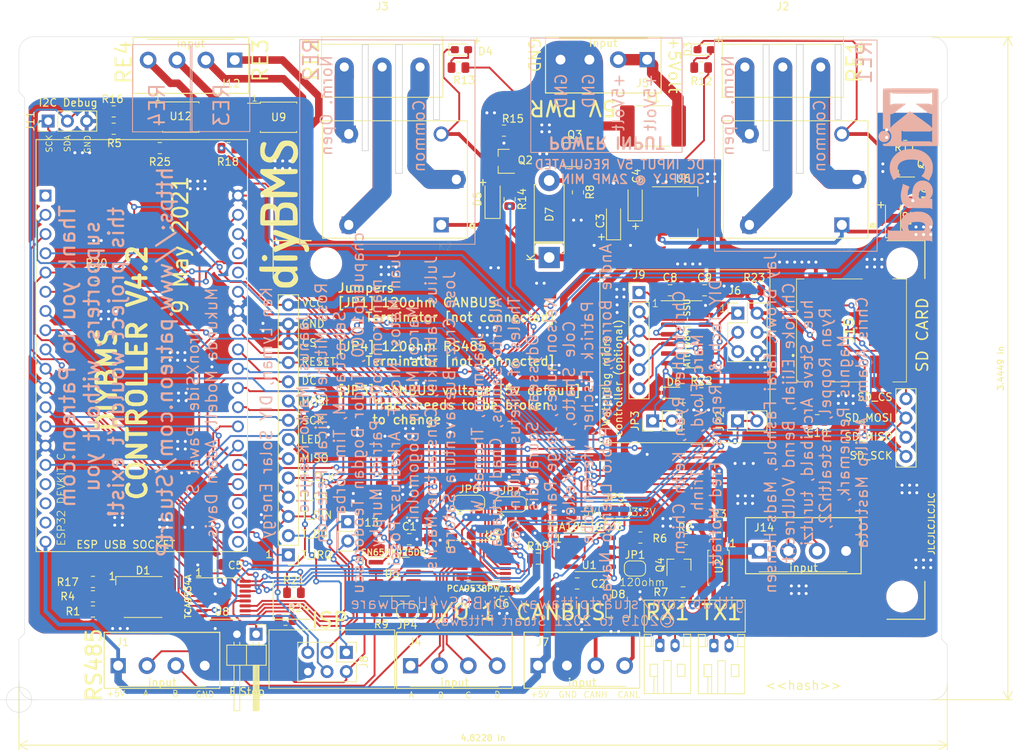
<source format=kicad_pcb>
(kicad_pcb (version 20171130) (host pcbnew "(5.1.6)-1")
  (title_block (title "DIYBMS ESP32 Controller") (date 2021-02-21) (company "Stuart Pittaway"))
  (layers (0 F.Cu signal) (31 B.Cu signal hide) (34 B.Paste user hide) (35 F.Paste user hide) (36 B.SilkS user hide) (37 F.SilkS user) (38 B.Mask user hide) (39 F.Mask user hide) (44 Edge.Cuts user))
  (net 0 "")
  (net 1 GND)
  (net 2 +5V)
  (net 3 +3V3)
  (net 4 "Net-(D1-Pad2)")
  (net 5 "Net-(R3-Pad1)")
  (net 6 "Net-(TX1-Pad1)")
  (net 7 "Net-(TX1-Pad2)")
  (net 8 /IO33)
  (net 9 /IO32)
  (net 10 /IO4)
  (net 11 "Net-(JP1-Pad2)")
  (net 12 /IO35_INPUT)
  (net 13 /IO34_INPUT)
  (net 14 /IO39_INPUT)
  (net 15 "Net-(J1-Pad3)")
  (net 16 "Net-(J1-Pad2)")
  (net 17 /VSPI_CLK)
  (net 18 /VSPI_MOSI)
  (net 19 /VSPI_MISO)
  (net 20 /RESET)
  (net 21 "Net-(J2-Pad3)")
  (net 22 "Net-(J2-Pad2)")
  (net 23 "Net-(J2-Pad1)")
  (net 24 "Net-(D2-Pad2)")
  (net 25 FUSED5V)
  (net 26 "Net-(D3-Pad2)")
  (net 27 "Net-(Q1-Pad1)")
  (net 28 "Net-(D4-Pad2)")
  (net 29 "Net-(D4-Pad1)")
  (net 30 "Net-(J3-Pad3)")
  (net 31 "Net-(J3-Pad2)")
  (net 32 "Net-(J3-Pad1)")
  (net 33 "Net-(Q2-Pad1)")
  (net 34 /DISPLAY_DC)
  (net 35 /CANBUS_TX)
  (net 36 /AVRISP_RESET)
  (net 37 /CANBUS_RX)
  (net 38 /GREEN_LED)
  (net 39 /RELAY1)
  (net 40 /RELAY2)
  (net 41 /DISPLAY_LED)
  (net 42 /EXT_IO_C)
  (net 43 /EXT_IO_B)
  (net 44 /EXT_IO_A)
  (net 45 /EXT_IO_D)
  (net 46 /IO22)
  (net 47 /IO21)
  (net 48 /RED_LED)
  (net 49 /HSPI_CLK)
  (net 50 /IO36_INPUT)
  (net 51 /HSPI_MISO)
  (net 52 /HSPI_MOSI)
  (net 53 /IO5)
  (net 54 /IO25)
  (net 55 /IO27)
  (net 56 /IO26)
  (net 57 /IO2)
  (net 58 "Net-(J10-Pad1)")
  (net 59 "Net-(D1-Pad1)")
  (net 60 "Net-(D1-Pad3)")
  (net 61 /BLUE_LED)
  (net 62 "Net-(J12-Pad3)")
  (net 63 "Net-(J12-Pad1)")
  (net 64 "Net-(R18-Pad1)")
  (net 65 /RELAY3_SSR)
  (net 66 "Net-(LCD1-Pad7)")
  (net 67 "Net-(D6-Pad2)")
  (net 68 "Net-(J9-Pad1)")
  (net 69 "Net-(J9-Pad2)")
  (net 70 "Net-(J9-Pad4)")
  (net 71 "Net-(J9-Pad5)")
  (net 72 "Net-(J9-Pad6)")
  (net 73 "Net-(R22-Pad2)")
  (net 74 "Net-(J6-Pad5)")
  (net 75 "Net-(J6-Pad1)")
  (net 76 "Net-(J13-Pad1)")
  (net 77 "Net-(J13-Pad2)")
  (net 78 "Net-(J12-Pad2)")
  (net 79 /RELAY4_SSR)
  (net 80 "Net-(R25-Pad1)")
  (net 81 "Net-(J12-Pad4)")
  (net 82 "Net-(JP4-Pad2)")
  (net 83 "Net-(C2-Pad1)")
  (net 84 /CANBUS_S)
  (net 85 "Net-(D8-Pad2)")
  (net 86 "Net-(D8-Pad1)")
  (net 87 "Net-(D7-Pad2)")
  (net 88 "Net-(F1-Pad1)")
  (net 89 "Net-(J15-Pad8)")
  (net 90 "Net-(J15-Pad1)")
  (net 91 "Net-(Q4-Pad1)")
  (net 92 "Net-(U4-Pad38)")
  (net 93 "Net-(U4-Pad37)")
  (net 94 "Net-(U4-Pad36)")
  (net 95 "Net-(U4-Pad24)")
  (net 96 "Net-(U4-Pad23)")
  (net 97 "Net-(U4-Pad18)")
  (net 98 "Net-(U4-Pad17)")
  (net 99 "Net-(U4-Pad16)")
  (net 100 /ESP3V3)
  (net 101 "Net-(JP6-Pad2)")
  (net 102 /U3_PWR)
  (module ControllerCircuit:0472192001 (layer F.Cu) (at 198.61 89.24 270)
    (fp_text reference J15 (at 0 0.275 90) (layer F.SilkS) (effects (font (size 1.27 1.27) (thickness 0.254))))
    (fp_text value "Molex 0472192001" hide)
    (pad G4 smd rect (at -6.875 4.7 270) (size 1.45 2) (layers F.Cu F.Paste F.Mask) (net 1 GND))
    (pad G3 smd rect (at -6.875 -3.6 270) (size 1.45 2) (layers F.Cu F.Paste F.Mask) (net 1 GND))
    (pad G2 smd rect (at 6.875 -3.6 270) (size 1.45 2) (layers F.Cu F.Paste F.Mask) (net 1 GND))
    (pad G1 smd rect (at 6.875 4.7 270) (size 1.45 2) (layers F.Cu F.Paste F.Mask) (net 1 GND))
    (pad 8 smd rect (at -4.495 2.1 270) (size 0.8 1.5) (layers F.Cu F.Paste F.Mask) (net 89 "Net-(J15-Pad8)"))
    (pad 7 smd rect (at -3.395 2.1 270) (size 0.8 1.5) (layers F.Cu F.Paste F.Mask) (net 19 /VSPI_MISO))
    (pad 6 smd rect (at -2.295 2.1 270) (size 0.8 1.5) (layers F.Cu F.Paste F.Mask) (net 1 GND))
    (pad 5 smd rect (at -1.195 2.1 270) (size 0.8 1.5) (layers F.Cu F.Paste F.Mask) (net 17 /VSPI_CLK))
    (pad 4 smd rect (at -0.095 2.1 270) (size 0.8 1.5) (layers F.Cu F.Paste F.Mask) (net 3 +3V3))
    (pad 3 smd rect (at 1.005 2.1 270) (size 0.8 1.5) (layers F.Cu F.Paste F.Mask) (net 18 /VSPI_MOSI))
    (pad 2 smd rect (at 2.105 2.1 270) (size 0.8 1.5) (layers F.Cu F.Paste F.Mask) (net 53 /IO5))
    (pad 1 smd rect (at 3.205 2.1 270) (size 0.8 1.5) (layers F.Cu F.Paste F.Mask) (net 90 "Net-(J15-Pad1)"))
  )
  (module Jumper:SolderJumper-3_P1.3mm_Bridged12_RoundedPad1.0x1.5mm (layer F.Cu) (at 153.65 112.2)
    (fp_text reference JP7 (at 0 -1.8) (layer F.SilkS))
    (fp_text value "I/O Volt Select")
    (fp_poly (pts (xy -0.9 -0.3) (xy -0.4 -0.3) (xy -0.4 0.3) (xy -0.9 0.3)) (layer F.Cu) (width 0))
    (pad 1 smd custom (at -1.3 0) (size 1 0.5) (layers F.Cu F.Mask) (net 3 +3V3) (options (clearance outline) (anchor rect)) (primitives (gr_circle (center 0 0.25) (end 0.5 0.25) (width 0)) (gr_circle (center 0 -0.25) (end 0.5 -0.25) (width 0)) (gr_poly (pts (xy 0.55 -0.75) (xy 0 -0.75) (xy 0 0.75) (xy 0.55 0.75)) (width 0))))
    (pad 2 smd rect (at 0 0) (size 1 1.5) (layers F.Cu F.Mask) (net 102 /U3_PWR))
    (pad 3 smd custom (at 1.3 0) (size 1 0.5) (layers F.Cu F.Mask) (net 25 FUSED5V) (options (clearance outline) (anchor rect)) (primitives (gr_circle (center 0 0.25) (end 0.5 0.25) (width 0)) (gr_circle (center 0 -0.25) (end 0.5 -0.25) (width 0)) (gr_poly (pts (xy -0.55 -0.75) (xy 0 -0.75) (xy 0 0.75) (xy -0.55 0.75)) (width 0))))
  )
  (module Jumper:SolderJumper-3_P1.3mm_Bridged12_RoundedPad1.0x1.5mm (layer F.Cu) (at 148.15 112)
    (fp_text reference JP6 (at 0 -1.8) (layer F.SilkS))
    (fp_text value "A0 Volt Select")
    (fp_poly (pts (xy -0.9 -0.3) (xy -0.4 -0.3) (xy -0.4 0.3) (xy -0.9 0.3)) (layer F.Cu) (width 0))
    (pad 1 smd custom (at -1.3 0) (size 1 0.5) (layers F.Cu F.Mask) (net 1 GND) (options (clearance outline) (anchor rect)) (primitives (gr_circle (center 0 0.25) (end 0.5 0.25) (width 0)) (gr_circle (center 0 -0.25) (end 0.5 -0.25) (width 0)) (gr_poly (pts (xy 0.55 -0.75) (xy 0 -0.75) (xy 0 0.75) (xy 0.55 0.75)) (width 0))))
    (pad 2 smd rect (at 0 0) (size 1 1.5) (layers F.Cu F.Mask) (net 101 "Net-(JP6-Pad2)"))
    (pad 3 smd custom (at 1.3 0) (size 1 0.5) (layers F.Cu F.Mask) (net 3 +3V3) (options (clearance outline) (anchor rect)) (primitives (gr_circle (center 0 0.25) (end 0.5 0.25) (width 0)) (gr_circle (center 0 -0.25) (end 0.5 -0.25) (width 0)) (gr_poly (pts (xy -0.55 -0.75) (xy 0 -0.75) (xy 0 0.75) (xy -0.55 0.75)) (width 0))))
  )
  (module Resistor_SMD:R_0805_2012Metric (layer F.Cu) (at 176.3875 123.8 180)
    (fp_text reference R7 (at 2.9375 0) (layer F.SilkS))
    (fp_text value 2K2)
    (pad 2 smd roundrect (at 0.9375 0 180) (size 0.975 1.4) (layers F.Cu F.Paste F.Mask) (net 91 "Net-(Q4-Pad1)"))
    (pad 1 smd roundrect (at -0.9375 0 180) (size 0.975 1.4) (layers F.Cu F.Paste F.Mask) (net 3 +3V3))
  )
  (module Package_TO_SOT_SMD:SOT-23 (layer F.Cu) (at 175.85 120.2 90)
    (fp_text reference Q4 (at 0 -2.5 90) (layer F.SilkS))
    (fp_text value AO3400A)
    (pad 3 smd rect (at 1 0 90) (size 0.9 0.8) (layers F.Cu F.Paste F.Mask) (net 57 /IO2))
    (pad 2 smd rect (at -1 0.95 90) (size 0.9 0.8) (layers F.Cu F.Paste F.Mask) (net 1 GND))
    (pad 1 smd rect (at -1 -0.95 90) (size 0.9 0.8) (layers F.Cu F.Paste F.Mask) (net 91 "Net-(Q4-Pad1)"))
  )
  (module ControllerCircuit:Terminal-Block_3.81_4P_LCSC_C395880 (layer F.Cu) (at 190.28 118.36)
    (fp_text reference J14 (at -3.2 -3.1) (layer F.SilkS))
    (fp_text value ScrewTerminal)
    (fp_text user input (at 2 2.2) (layer F.SilkS))
    (pad 4 thru_hole circle (at 7.62 0) (size 2.2 2.2) (drill 1.3) (layers *.Cu *.Mask) (net 1 GND))
    (pad 3 thru_hole circle (at 3.81 0) (size 2.2 2.2) (drill 1.3) (layers *.Cu *.Mask) (net 8 /IO33))
    (pad 2 thru_hole circle (at 0 0) (size 2.2 2.2) (drill 1.3) (layers *.Cu *.Mask) (net 12 /IO35_INPUT))
    (pad 1 thru_hole rect (at -3.81 0) (size 2 2) (drill 1.3) (layers *.Cu *.Mask) (net 3 +3V3))
  )
  (module Diode_THT:D_5W_P10.16mm_Horizontal (layer F.Cu) (at 158.72 79.6 90)
    (fp_text reference D7 (at 5.69 0.04 90) (layer F.SilkS))
    (fp_text value D_Zener_Small)
    (fp_text user K (at 0 -2.4 90) (layer F.SilkS))
    (pad 2 thru_hole oval (at 10.16 0 90) (size 2.8 2.8) (drill 1.4) (layers *.Cu *.Mask) (net 87 "Net-(D7-Pad2)"))
    (pad 1 thru_hole rect (at 0 0 90) (size 2.8 2.8) (drill 1.4) (layers *.Cu *.Mask) (net 25 FUSED5V))
  )
  (module LED_SMD:LED_0603_1608Metric_Pad1.05x0.95mm_HandSolder (layer F.Cu) (at 175.1759 97.46668)
    (fp_text reference D6 (at 0 -1.43) (layer F.SilkS))
    (fp_text value "YELLOW LED")
    (pad 2 smd roundrect (at 0.875 0) (size 1.05 0.95) (layers F.Cu F.Paste F.Mask) (net 67 "Net-(D6-Pad2)"))
    (pad 1 smd roundrect (at -0.875 0) (size 1.05 0.95) (layers F.Cu F.Paste F.Mask) (net 1 GND))
  )
  (module LED_SMD:LED_0603_1608Metric_Pad1.05x0.95mm_HandSolder (layer F.Cu) (at 147.15 52.16)
    (fp_text reference D4 (at 3.15 0.23) (layer F.SilkS))
    (fp_text value "YELLOW LED")
    (pad 2 smd roundrect (at 0.875 0) (size 1.05 0.95) (layers F.Cu F.Paste F.Mask) (net 28 "Net-(D4-Pad2)"))
    (pad 1 smd roundrect (at -0.875 0) (size 1.05 0.95) (layers F.Cu F.Paste F.Mask) (net 29 "Net-(D4-Pad1)"))
  )
  (module LED_SMD:LED_0603_1608Metric_Pad1.05x0.95mm_HandSolder (layer F.Cu) (at 179.175 52.16)
    (fp_text reference D3 (at -2.165 -0.07 90) (layer F.SilkS))
    (fp_text value "YELLOW LED")
    (pad 2 smd roundrect (at 0.875 0) (size 1.05 0.95) (layers F.Cu F.Paste F.Mask) (net 26 "Net-(D3-Pad2)"))
    (pad 1 smd roundrect (at -0.875 0) (size 1.05 0.95) (layers F.Cu F.Paste F.Mask) (net 24 "Net-(D2-Pad2)"))
  )
  (module Diode_SMD:D_MiniMELF (layer F.Cu) (at 151.25 71.9 90)
    (fp_text reference D5 (at 0 -2 90) (layer F.SilkS))
    (fp_text value LL4148)
    (pad 2 smd rect (at 1.75 0 90) (size 1.3 1.7) (layers F.Cu F.Paste F.Mask) (net 29 "Net-(D4-Pad1)"))
    (pad 1 smd rect (at -1.75 0 90) (size 1.3 1.7) (layers F.Cu F.Paste F.Mask) (net 25 FUSED5V))
  )
  (module Diode_SMD:D_MiniMELF (layer F.Cu) (at 204.1 74.43 90)
    (fp_text reference D2 (at 0 1.88 90) (layer F.SilkS))
    (fp_text value LL4148)
    (pad 2 smd rect (at 1.75 0 90) (size 1.3 1.7) (layers F.Cu F.Paste F.Mask) (net 24 "Net-(D2-Pad2)"))
    (pad 1 smd rect (at -1.75 0 90) (size 1.3 1.7) (layers F.Cu F.Paste F.Mask) (net 25 FUSED5V))
  )
  (module Jumper:SolderJumper-2_P1.3mm_Open_RoundedPad1.0x1.5mm (layer F.Cu) (at 139.99 126.34 180)
    (fp_text reference JP4 (at 0 -1.8) (layer F.SilkS))
    (fp_text value OptTermination)
    (pad 2 smd custom (at 0.65 0 180) (size 1 0.5) (layers F.Cu F.Mask) (net 82 "Net-(JP4-Pad2)") (options (clearance outline) (anchor rect)) (primitives (gr_circle (center 0 0.25) (end 0.5 0.25) (width 0)) (gr_circle (center 0 -0.25) (end 0.5 -0.25) (width 0)) (gr_poly (pts (xy 0 -0.75) (xy -0.5 -0.75) (xy -0.5 0.75) (xy 0 0.75)) (width 0))))
    (pad 1 smd custom (at -0.65 0 180) (size 1 0.5) (layers F.Cu F.Mask) (net 15 "Net-(J1-Pad3)") (options (clearance outline) (anchor rect)) (primitives (gr_circle (center 0 0.25) (end 0.5 0.25) (width 0)) (gr_circle (center 0 -0.25) (end 0.5 -0.25) (width 0)) (gr_poly (pts (xy 0 -0.75) (xy 0.5 -0.75) (xy 0.5 0.75) (xy 0 0.75)) (width 0))))
  )
  (module Jumper:SolderJumper-2_P1.3mm_Open_RoundedPad1.0x1.5mm (layer F.Cu) (at 170.04 120.67)
    (fp_text reference JP1 (at 0 -1.8) (layer F.SilkS))
    (fp_text value OptTermination)
    (pad 2 smd custom (at 0.65 0) (size 1 0.5) (layers F.Cu F.Mask) (net 11 "Net-(JP1-Pad2)") (options (clearance outline) (anchor rect)) (primitives (gr_circle (center 0 0.25) (end 0.5 0.25) (width 0)) (gr_circle (center 0 -0.25) (end 0.5 -0.25) (width 0)) (gr_poly (pts (xy 0 -0.75) (xy -0.5 -0.75) (xy -0.5 0.75) (xy 0 0.75)) (width 0))))
    (pad 1 smd custom (at -0.65 0) (size 1 0.5) (layers F.Cu F.Mask) (net 86 "Net-(D8-Pad1)") (options (clearance outline) (anchor rect)) (primitives (gr_circle (center 0 0.25) (end 0.5 0.25) (width 0)) (gr_circle (center 0 -0.25) (end 0.5 -0.25) (width 0)) (gr_poly (pts (xy 0 -0.75) (xy 0.5 -0.75) (xy 0.5 0.75) (xy 0 0.75)) (width 0))))
  )
  (module ControllerCircuit:TFTSPI_2_8_240x320_TOUCH (layer F.Cu) (at 165.3 102.375 180)
    (fp_text reference LCD1 hide)
    (fp_text value LCD hide)
    (fp_text user SD_SCK (at -35.9 -3.4) (layer F.SilkS))
    (fp_text user SD_MISO (at -35.566667 -0.9) (layer F.SilkS))
    (fp_text user SD_MOSI (at -35.566667 1.6) (layer F.SilkS))
    (fp_text user SD_CS (at -36.4 4.35) (layer F.SilkS))
    (fp_text user T_IRQ (at 37.25 -16.5) (layer F.SilkS))
    (fp_text user T_DO (at 37.5 -13.75) (layer F.SilkS))
    (fp_text user T_DIN (at 37.25 -11.25) (layer F.SilkS))
    (fp_text user T_CS (at 37.5 -8.75) (layer F.SilkS))
    (fp_text user T_CLK (at 37 -6.25) (layer F.SilkS))
    (fp_text user MISO (at 37.5 -3.75) (layer F.SilkS))
    (fp_text user LED (at 38 -1.25) (layer F.SilkS))
    (fp_text user SCK (at 37.75 1.25) (layer F.SilkS))
    (fp_text user MOSI (at 37.5 3.75) (layer F.SilkS))
    (fp_text user DC (at 38.25 6.5) (layer F.SilkS))
    (fp_text user RESET (at 37 9) (layer F.SilkS))
    (fp_text user CS (at 38.25 11.5) (layer F.SilkS))
    (fp_text user GND (at 37.75 14) (layer F.SilkS))
    (fp_text user VCC (at 37.75 16.75) (layer F.SilkS))
    (pad "" np_thru_hole circle (at -40 22 180) (size 3.2 3.2) (drill 3.2) (layers *.Cu *.Mask))
    (pad "" np_thru_hole circle (at -40 -22 180) (size 3.2 3.2) (drill 3.2) (layers *.Cu *.Mask))
    (pad "" np_thru_hole circle (at 36 22 180) (size 3.2 3.2) (drill 3.2) (layers *.Cu *.Mask))
    (pad "" np_thru_hole circle (at 36 -22 180) (size 3.2 3.2) (drill 3.2) (layers *.Cu *.Mask))
    (pad SD2 thru_hole oval (at -40.5 -0.96 180) (size 1.7 1.7) (drill 1) (layers *.Cu *.Mask) (net 19 /VSPI_MISO))
    (pad SD3 thru_hole oval (at -40.5 1.58 180) (size 1.7 1.7) (drill 1) (layers *.Cu *.Mask) (net 18 /VSPI_MOSI))
    (pad SD4 thru_hole oval (at -40.5 4.12 180) (size 1.7 1.7) (drill 1) (layers *.Cu *.Mask) (net 53 /IO5))
    (pad SD1 thru_hole oval (at -40.5 -3.5 180) (size 1.7 1.7) (drill 1) (layers *.Cu *.Mask) (net 17 /VSPI_CLK))
    (pad 14 thru_hole oval (at 41 16.52 180) (size 1.7 1.7) (drill 1) (layers *.Cu *.Mask) (net 3 +3V3))
    (pad 13 thru_hole oval (at 41 13.98 180) (size 1.7 1.7) (drill 1) (layers *.Cu *.Mask) (net 1 GND))
    (pad 12 thru_hole oval (at 41 11.44 180) (size 1.7 1.7) (drill 1) (layers *.Cu *.Mask) (net 1 GND))
    (pad 11 thru_hole oval (at 41 8.9 180) (size 1.7 1.7) (drill 1) (layers *.Cu *.Mask) (net 20 /RESET))
    (pad 10 thru_hole oval (at 41 6.36 180) (size 1.7 1.7) (drill 1) (layers *.Cu *.Mask) (net 34 /DISPLAY_DC))
    (pad 9 thru_hole oval (at 41 3.82 180) (size 1.7 1.7) (drill 1) (layers *.Cu *.Mask) (net 52 /HSPI_MOSI))
    (pad 8 thru_hole oval (at 41 1.28 180) (size 1.7 1.7) (drill 1) (layers *.Cu *.Mask) (net 49 /HSPI_CLK))
    (pad 7 thru_hole oval (at 41 -1.26 180) (size 1.7 1.7) (drill 1) (layers *.Cu *.Mask) (net 66 "Net-(LCD1-Pad7)"))
    (pad 6 thru_hole oval (at 41 -3.8 180) (size 1.7 1.7) (drill 1) (layers *.Cu *.Mask) (net 51 /HSPI_MISO))
    (pad 5 thru_hole oval (at 41 -6.34 180) (size 1.7 1.7) (drill 1) (layers *.Cu *.Mask) (net 17 /VSPI_CLK))
    (pad 4 thru_hole oval (at 41 -8.88 180) (size 1.7 1.7) (drill 1) (layers *.Cu *.Mask) (net 10 /IO4))
    (pad 3 thru_hole oval (at 41 -11.42 180) (size 1.7 1.7) (drill 1) (layers *.Cu *.Mask) (net 18 /VSPI_MOSI))
    (pad 2 thru_hole oval (at 41 -13.96 180) (size 1.7 1.7) (drill 1) (layers *.Cu *.Mask) (net 19 /VSPI_MISO))
    (pad 1 thru_hole rect (at 41 -16.5 180) (size 1.7 1.7) (drill 1) (layers *.Cu *.Mask) (net 50 /IO36_INPUT))
  )
  (module ControllerCircuit:Terminal-Block_3.81_4P_LCSC_C395880 (layer F.Cu) (at 167.84 53.48 180)
    (fp_text reference J5 (at -3.2 -3.1) (layer F.SilkS))
    (fp_text value ScrewTerminal)
    (fp_text user input (at 2 2.2) (layer F.SilkS))
    (pad 4 thru_hole circle (at 7.62 0 180) (size 2.2 2.2) (drill 1.3) (layers *.Cu *.Mask) (net 1 GND))
    (pad 3 thru_hole circle (at 3.81 0 180) (size 2.2 2.2) (drill 1.3) (layers *.Cu *.Mask) (net 1 GND))
    (pad 2 thru_hole circle (at 0 0 180) (size 2.2 2.2) (drill 1.3) (layers *.Cu *.Mask) (net 2 +5V))
    (pad 1 thru_hole rect (at -3.81 0 180) (size 2 2) (drill 1.3) (layers *.Cu *.Mask) (net 2 +5V))
  )
  (module Package_TO_SOT_SMD:SOT-23 (layer F.Cu) (at 167.79 126.36 270)
    (fp_text reference D8 (at -2.28 -0.03 180) (layer F.SilkS))
    (fp_text value NUP2105LT1G)
    (pad 3 smd rect (at 1 0 270) (size 0.9 0.8) (layers F.Cu F.Paste F.Mask) (net 1 GND))
    (pad 2 smd rect (at -1 0.95 270) (size 0.9 0.8) (layers F.Cu F.Paste F.Mask) (net 85 "Net-(D8-Pad2)"))
    (pad 1 smd rect (at -1 -0.95 270) (size 0.9 0.8) (layers F.Cu F.Paste F.Mask) (net 86 "Net-(D8-Pad1)"))
  )
  (module Package_SO:SOIC-8_3.9x4.9mm_P1.27mm (layer F.Cu) (at 164.09 118.53)
    (fp_text reference U1 (at -0.08 1.69 180) (layer F.SilkS))
    (fp_text value TJA1057GT/3 (at -0.64 -3.41) (layer F.SilkS))
    (pad 8 smd roundrect (at 2.475 -1.905) (size 1.95 0.6) (layers F.Cu F.Paste F.Mask) (net 84 /CANBUS_S))
    (pad 7 smd roundrect (at 2.475 -0.635) (size 1.95 0.6) (layers F.Cu F.Paste F.Mask) (net 85 "Net-(D8-Pad2)"))
    (pad 6 smd roundrect (at 2.475 0.635) (size 1.95 0.6) (layers F.Cu F.Paste F.Mask) (net 86 "Net-(D8-Pad1)"))
    (pad 5 smd roundrect (at 2.475 1.905) (size 1.95 0.6) (layers F.Cu F.Paste F.Mask) (net 3 +3V3))
    (pad 4 smd roundrect (at -2.475 1.905) (size 1.95 0.6) (layers F.Cu F.Paste F.Mask) (net 37 /CANBUS_RX))
    (pad 3 smd roundrect (at -2.475 0.635) (size 1.95 0.6) (layers F.Cu F.Paste F.Mask) (net 83 "Net-(C2-Pad1)"))
    (pad 2 smd roundrect (at -2.475 -0.635) (size 1.95 0.6) (layers F.Cu F.Paste F.Mask) (net 1 GND))
    (pad 1 smd roundrect (at -2.475 -1.905) (size 1.95 0.6) (layers F.Cu F.Paste F.Mask) (net 35 /CANBUS_TX))
  )
  (module Jumper:SolderJumper-3_P1.3mm_Bridged12_RoundedPad1.0x1.5mm (layer F.Cu) (at 167.35 113.11)
    (fp_text reference JP5 (at 0 -1.8) (layer F.SilkS))
    (fp_text value "CANBUS Volt Select")
    (fp_poly (pts (xy -0.9 -0.3) (xy -0.4 -0.3) (xy -0.4 0.3) (xy -0.9 0.3)) (layer F.Cu) (width 0))
    (pad 1 smd custom (at -1.3 0) (size 1 0.5) (layers F.Cu F.Mask) (net 25 FUSED5V) (options (clearance outline) (anchor rect)) (primitives (gr_circle (center 0 0.25) (end 0.5 0.25) (width 0)) (gr_circle (center 0 -0.25) (end 0.5 -0.25) (width 0)) (gr_poly (pts (xy 0.55 -0.75) (xy 0 -0.75) (xy 0 0.75) (xy 0.55 0.75)) (width 0))))
    (pad 2 smd rect (at 0 0) (size 1 1.5) (layers F.Cu F.Mask) (net 83 "Net-(C2-Pad1)"))
    (pad 3 smd custom (at 1.3 0) (size 1 0.5) (layers F.Cu F.Mask) (net 3 +3V3) (options (clearance outline) (anchor rect)) (primitives (gr_circle (center 0 0.25) (end 0.5 0.25) (width 0)) (gr_circle (center 0 -0.25) (end 0.5 -0.25) (width 0)) (gr_poly (pts (xy -0.55 -0.75) (xy 0 -0.75) (xy 0 0.75) (xy -0.55 0.75)) (width 0))))
  )
  (module ControllerCircuit:Terminal-Block_3.81_4P_LCSC_C395880 (layer F.Cu) (at 113.42 53.53 180)
    (fp_text reference J12 (at -3.2 -3.1) (layer F.SilkS))
    (fp_text value ScrewTerminal)
    (fp_text user input (at 2 2.2) (layer F.SilkS))
    (pad 4 thru_hole circle (at 7.62 0 180) (size 2.2 2.2) (drill 1.3) (layers *.Cu *.Mask) (net 81 "Net-(J12-Pad4)"))
    (pad 3 thru_hole circle (at 3.81 0 180) (size 2.2 2.2) (drill 1.3) (layers *.Cu *.Mask) (net 62 "Net-(J12-Pad3)"))
    (pad 2 thru_hole circle (at 0 0 180) (size 2.2 2.2) (drill 1.3) (layers *.Cu *.Mask) (net 78 "Net-(J12-Pad2)"))
    (pad 1 thru_hole rect (at -3.81 0 180) (size 2 2) (drill 1.3) (layers *.Cu *.Mask) (net 63 "Net-(J12-Pad1)"))
  )
  (module Package_SO:SO-4_4.4x3.6mm_P2.54mm (layer F.Cu) (at 110.1 61.06)
    (fp_text reference U12 (at 0 -0.11) (layer F.SilkS))
    (fp_text value AQY212GSZ)
    (pad 4 smd rect (at 3.15 -1.27) (size 2 0.64) (layers F.Cu F.Paste F.Mask) (net 81 "Net-(J12-Pad4)"))
    (pad 3 smd rect (at 3.15 1.27) (size 2 0.64) (layers F.Cu F.Paste F.Mask) (net 62 "Net-(J12-Pad3)"))
    (pad 2 smd rect (at -3.15 1.27) (size 2 0.64) (layers F.Cu F.Paste F.Mask) (net 1 GND))
    (pad 1 smd rect (at -3.15 -1.27) (size 2 0.64) (layers F.Cu F.Paste F.Mask) (net 80 "Net-(R25-Pad1)"))
  )
  (module Resistor_SMD:R_0805_2012Metric (layer F.Cu) (at 107.34 65.16)
    (fp_text reference R25 (at 0.01 1.82) (layer F.SilkS))
    (fp_text value 220R)
    (pad 2 smd roundrect (at 0.9125 0) (size 1.025 1.4) (layers F.Cu F.Paste F.Mask) (roundrect_rratio 0.243902) (net 79 /RELAY4_SSR))
    (pad 1 smd roundrect (at -0.9125 0) (size 1.025 1.4) (layers F.Cu F.Paste F.Mask) (roundrect_rratio 0.243902) (net 80 "Net-(R25-Pad1)"))
  )
  (module Symbol:KiCad-Logo_8mm_SilkScreen (layer B.Cu) (at 206.1 67.4 270)
    (fp_text reference REF*** hide)
    (fp_text value KiCad-Logo_8mm_SilkScreen hide)
  )
  (module Package_SO:SOIC-14_3.9x8.7mm_P1.27mm (layer F.Cu) (at 176.9285 89.74508)
    (fp_text reference U10 hide)
    (fp_text value ATtiny841-SSU (at -0.0185 -0.16508 90) (layer F.SilkS) (effects (font (size 0.8 0.8))))
    (pad 14 smd roundrect (at 2.475 -3.81) (size 1.95 0.6) (layers F.Cu F.Paste F.Mask) (net 1 GND))
    (pad 13 smd roundrect (at 2.475 -2.54) (size 1.95 0.6) (layers F.Cu F.Paste F.Mask) (net 68 "Net-(J9-Pad1)"))
    (pad 12 smd roundrect (at 2.475 -1.27) (size 1.95 0.6) (layers F.Cu F.Paste F.Mask) (net 69 "Net-(J9-Pad2)"))
    (pad 11 smd roundrect (at 2.475 0) (size 1.95 0.6) (layers F.Cu F.Paste F.Mask) (net 9 /IO32))
    (pad 10 smd roundrect (at 2.475 1.27) (size 1.95 0.6) (layers F.Cu F.Paste F.Mask) (net 20 /RESET))
    (pad 9 smd roundrect (at 2.475 2.54) (size 1.95 0.6) (layers F.Cu F.Paste F.Mask) (net 56 /IO26))
    (pad 8 smd roundrect (at 2.475 3.81) (size 1.95 0.6) (layers F.Cu F.Paste F.Mask) (net 75 "Net-(J6-Pad1)"))
    (pad 7 smd roundrect (at -2.475 3.81) (size 1.95 0.6) (layers F.Cu F.Paste F.Mask) (net 55 /IO27))
    (pad 6 smd roundrect (at -2.475 2.54) (size 1.95 0.6) (layers F.Cu F.Paste F.Mask) (net 73 "Net-(R22-Pad2)"))
    (pad 5 smd roundrect (at -2.475 1.27) (size 1.95 0.6) (layers F.Cu F.Paste F.Mask) (net 72 "Net-(J9-Pad6)"))
    (pad 4 smd roundrect (at -2.475 0) (size 1.95 0.6) (layers F.Cu F.Paste F.Mask) (net 74 "Net-(J6-Pad5)"))
    (pad 3 smd roundrect (at -2.475 -1.27) (size 1.95 0.6) (layers F.Cu F.Paste F.Mask) (net 71 "Net-(J9-Pad5)"))
    (pad 2 smd roundrect (at -2.475 -2.54) (size 1.95 0.6) (layers F.Cu F.Paste F.Mask) (net 70 "Net-(J9-Pad4)"))
    (pad 1 smd roundrect (at -2.475 -3.81) (size 1.95 0.6) (layers F.Cu F.Paste F.Mask) (net 3 +3V3))
  )
  (module Package_SO:SO-4_4.4x3.6mm_P2.54mm (layer F.Cu) (at 123.005 61.085)
    (fp_text reference U9 (at 0.015 -0.005) (layer F.SilkS))
    (fp_text value AQY212GSZ)
    (pad 4 smd rect (at 3.15 -1.27) (size 2 0.64) (layers F.Cu F.Paste F.Mask) (net 78 "Net-(J12-Pad2)"))
    (pad 3 smd rect (at 3.15 1.27) (size 2 0.64) (layers F.Cu F.Paste F.Mask) (net 63 "Net-(J12-Pad1)"))
    (pad 2 smd rect (at -3.15 1.27) (size 2 0.64) (layers F.Cu F.Paste F.Mask) (net 1 GND))
    (pad 1 smd rect (at -3.15 -1.27) (size 2 0.64) (layers F.Cu F.Paste F.Mask) (net 64 "Net-(R18-Pad1)"))
  )
  (module Package_SO:TSSOP-16_4.4x5mm_P0.65mm (layer F.Cu) (at 115.7446 124.6318)
    (fp_text reference U8 (at -0.2246 1.7482) (layer F.SilkS))
    (fp_text value TCA9534A (at -4.6746 -0.2418 270) (layer F.SilkS) (effects (font (size 0.8 0.8))))
    (pad 16 smd roundrect (at 2.8625 -2.275) (size 1.475 0.4) (layers F.Cu F.Paste F.Mask) (net 3 +3V3))
    (pad 15 smd roundrect (at 2.8625 -1.625) (size 1.475 0.4) (layers F.Cu F.Paste F.Mask) (net 55 /IO27))
    (pad 14 smd roundrect (at 2.8625 -0.975) (size 1.475 0.4) (layers F.Cu F.Paste F.Mask) (net 56 /IO26))
    (pad 13 smd roundrect (at 2.8625 -0.325) (size 1.475 0.4) (layers F.Cu F.Paste F.Mask) (net 13 /IO34_INPUT))
    (pad 12 smd roundrect (at 2.8625 0.325) (size 1.475 0.4) (layers F.Cu F.Paste F.Mask) (net 58 "Net-(J10-Pad1)"))
    (pad 11 smd roundrect (at 2.8625 0.975) (size 1.475 0.4) (layers F.Cu F.Paste F.Mask) (net 77 "Net-(J13-Pad2)"))
    (pad 10 smd roundrect (at 2.8625 1.625) (size 1.475 0.4) (layers F.Cu F.Paste F.Mask) (net 84 /CANBUS_S))
    (pad 9 smd roundrect (at 2.8625 2.275) (size 1.475 0.4) (layers F.Cu F.Paste F.Mask) (net 76 "Net-(J13-Pad1)"))
    (pad 8 smd roundrect (at -2.8625 2.275) (size 1.475 0.4) (layers F.Cu F.Paste F.Mask) (net 1 GND))
    (pad 7 smd roundrect (at -2.8625 1.625) (size 1.475 0.4) (layers F.Cu F.Paste F.Mask) (net 41 /DISPLAY_LED))
    (pad 6 smd roundrect (at -2.8625 0.975) (size 1.475 0.4) (layers F.Cu F.Paste F.Mask) (net 38 /GREEN_LED))
    (pad 5 smd roundrect (at -2.8625 0.325) (size 1.475 0.4) (layers F.Cu F.Paste F.Mask) (net 48 /RED_LED))
    (pad 4 smd roundrect (at -2.8625 -0.325) (size 1.475 0.4) (layers F.Cu F.Paste F.Mask) (net 61 /BLUE_LED))
    (pad 3 smd roundrect (at -2.8625 -0.975) (size 1.475 0.4) (layers F.Cu F.Paste F.Mask) (net 1 GND))
    (pad 2 smd roundrect (at -2.8625 -1.625) (size 1.475 0.4) (layers F.Cu F.Paste F.Mask) (net 1 GND))
    (pad 1 smd roundrect (at -2.8625 -2.275) (size 1.475 0.4) (layers F.Cu F.Paste F.Mask) (net 1 GND))
  )
  (module Package_TO_SOT_SMD:SOT-223-3_TabPin2 (layer F.Cu) (at 176.429 73.6758)
    (fp_text reference U6 (at 0 -4.5) (layer F.SilkS))
    (fp_text value AMS1117-3.3)
    (pad 1 smd rect (at -3.15 -2.3) (size 2 1.5) (layers F.Cu F.Paste F.Mask) (net 1 GND))
    (pad 3 smd rect (at -3.15 2.3) (size 2 1.5) (layers F.Cu F.Paste F.Mask) (net 25 FUSED5V))
    (pad 2 smd rect (at -3.15 0) (size 2 1.5) (layers F.Cu F.Paste F.Mask) (net 3 +3V3))
    (pad 2 smd rect (at 3.15 0) (size 2 3.8) (layers F.Cu F.Paste F.Mask) (net 3 +3V3))
  )
  (module Package_SO:SOIC-8_3.9x4.9mm_P1.27mm (layer F.Cu) (at 138.33498 121.7508)
    (fp_text reference U5 (at -0.34498 -0.4408) (layer F.SilkS))
    (fp_text value SN65HVD75DR (at -0.18498 -3.2108) (layer F.SilkS) (effects (font (size 0.8 0.8))))
    (pad 8 smd roundrect (at 2.475 -1.905) (size 1.95 0.6) (layers F.Cu F.Paste F.Mask) (net 3 +3V3))
    (pad 7 smd roundrect (at 2.475 -0.635) (size 1.95 0.6) (layers F.Cu F.Paste F.Mask) (net 15 "Net-(J1-Pad3)"))
    (pad 6 smd roundrect (at 2.475 0.635) (size 1.95 0.6) (layers F.Cu F.Paste F.Mask) (net 16 "Net-(J1-Pad2)"))
    (pad 5 smd roundrect (at 2.475 1.905) (size 1.95 0.6) (layers F.Cu F.Paste F.Mask) (net 1 GND))
    (pad 4 smd roundrect (at -2.475 1.905) (size 1.95 0.6) (layers F.Cu F.Paste F.Mask) (net 46 /IO22))
    (pad 3 smd roundrect (at -2.475 0.635) (size 1.95 0.6) (layers F.Cu F.Paste F.Mask) (net 54 /IO25))
    (pad 2 smd roundrect (at -2.475 -0.635) (size 1.95 0.6) (layers F.Cu F.Paste F.Mask) (net 54 /IO25))
    (pad 1 smd roundrect (at -2.475 -1.905) (size 1.95 0.6) (layers F.Cu F.Paste F.Mask) (net 47 /IO21))
  )
  (module Package_SO:TSSOP-16_4.4x5mm_P0.65mm (layer F.Cu) (at 150.07768 119.7008)
    (fp_text reference U3 (at 1.15232 -3.4708) (layer F.SilkS))
    (fp_text value PCA9538PW,118 (at -0.01768 3.6292) (layer F.SilkS) (effects (font (size 0.8 0.8))))
    (pad 16 smd roundrect (at 2.8625 -2.275) (size 1.475 0.4) (layers F.Cu F.Paste F.Mask) (net 102 /U3_PWR))
    (pad 15 smd roundrect (at 2.8625 -1.625) (size 1.475 0.4) (layers F.Cu F.Paste F.Mask) (net 55 /IO27))
    (pad 14 smd roundrect (at 2.8625 -0.975) (size 1.475 0.4) (layers F.Cu F.Paste F.Mask) (net 56 /IO26))
    (pad 13 smd roundrect (at 2.8625 -0.325) (size 1.475 0.4) (layers F.Cu F.Paste F.Mask) (net 14 /IO39_INPUT))
    (pad 12 smd roundrect (at 2.8625 0.325) (size 1.475 0.4) (layers F.Cu F.Paste F.Mask) (net 79 /RELAY4_SSR))
    (pad 11 smd roundrect (at 2.8625 0.975) (size 1.475 0.4) (layers F.Cu F.Paste F.Mask) (net 65 /RELAY3_SSR))
    (pad 10 smd roundrect (at 2.8625 1.625) (size 1.475 0.4) (layers F.Cu F.Paste F.Mask) (net 40 /RELAY2))
    (pad 9 smd roundrect (at 2.8625 2.275) (size 1.475 0.4) (layers F.Cu F.Paste F.Mask) (net 39 /RELAY1))
    (pad 8 smd roundrect (at -2.8625 2.275) (size 1.475 0.4) (layers F.Cu F.Paste F.Mask) (net 1 GND))
    (pad 7 smd roundrect (at -2.8625 1.625) (size 1.475 0.4) (layers F.Cu F.Paste F.Mask) (net 45 /EXT_IO_D))
    (pad 6 smd roundrect (at -2.8625 0.975) (size 1.475 0.4) (layers F.Cu F.Paste F.Mask) (net 42 /EXT_IO_C))
    (pad 5 smd roundrect (at -2.8625 0.325) (size 1.475 0.4) (layers F.Cu F.Paste F.Mask) (net 43 /EXT_IO_B))
    (pad 4 smd roundrect (at -2.8625 -0.325) (size 1.475 0.4) (layers F.Cu F.Paste F.Mask) (net 44 /EXT_IO_A))
    (pad 3 smd roundrect (at -2.8625 -0.975) (size 1.475 0.4) (layers F.Cu F.Paste F.Mask) (net 20 /RESET))
    (pad 2 smd roundrect (at -2.8625 -1.625) (size 1.475 0.4) (layers F.Cu F.Paste F.Mask) (net 1 GND))
    (pad 1 smd roundrect (at -2.8625 -2.275) (size 1.475 0.4) (layers F.Cu F.Paste F.Mask) (net 101 "Net-(JP6-Pad2)"))
  )
  (module Package_SO:SOP-4_4.4x2.6mm_P1.27mm (layer F.Cu) (at 181.05832 120.5805 270)
    (fp_text reference U2 (at -0.2305 -0.08168 90) (layer F.SilkS))
    (fp_text value "EL3H7(B)(TA)-G")
    (pad 4 smd roundrect (at 3.1875 -0.635 270) (size 1.625 0.6) (layers F.Cu F.Paste F.Mask) (net 7 "Net-(TX1-Pad2)"))
    (pad 3 smd roundrect (at 3.1875 0.635 270) (size 1.625 0.6) (layers F.Cu F.Paste F.Mask) (net 6 "Net-(TX1-Pad1)"))
    (pad 2 smd roundrect (at -3.1875 0.635 270) (size 1.625 0.6) (layers F.Cu F.Paste F.Mask) (net 1 GND))
    (pad 1 smd roundrect (at -3.1875 -0.635 270) (size 1.625 0.6) (layers F.Cu F.Paste F.Mask) (net 5 "Net-(R3-Pad1)"))
  )
  (module Connector_JST:JST_PH_S2B-PH-K_1x02_P2.00mm_Horizontal (layer F.Cu) (at 180.45626 130.8496)
    (fp_text reference TX1 (at 1 -4.3896) (layer F.SilkS) (effects (font (size 2 2) (thickness 0.3))))
    (fp_text value Transmit)
    (pad 2 thru_hole oval (at 2 0) (size 1.2 1.75) (drill 0.75) (layers *.Cu *.Mask) (net 7 "Net-(TX1-Pad2)"))
    (pad 1 thru_hole roundrect (at 0 0) (size 1.2 1.75) (drill 0.75) (layers *.Cu *.Mask) (roundrect_rratio 0.208333) (net 6 "Net-(TX1-Pad1)"))
  )
  (module Connector_JST:JST_PH_S2B-PH-K_1x02_P2.00mm_Horizontal (layer F.Cu) (at 173.33072 130.8196)
    (fp_text reference RX1 (at 1 -4.3596) (layer F.SilkS) (effects (font (size 2 2) (thickness 0.3))))
    (fp_text value Receive)
    (pad 2 thru_hole oval (at 2 0) (size 1.2 1.75) (drill 0.75) (layers *.Cu *.Mask) (net 91 "Net-(Q4-Pad1)"))
    (pad 1 thru_hole roundrect (at 0 0) (size 1.2 1.75) (drill 0.75) (layers *.Cu *.Mask) (roundrect_rratio 0.208333) (net 1 GND))
  )
  (module Resistor_SMD:R_0805_2012Metric (layer F.Cu) (at 123.9375 127.44 180)
    (fp_text reference R24 (at -1.75 1.52) (layer F.SilkS))
    (fp_text value 10K)
    (pad 2 smd roundrect (at 0.9125 0 180) (size 1.025 1.4) (layers F.Cu F.Paste F.Mask) (roundrect_rratio 0.243902) (net 3 +3V3))
    (pad 1 smd roundrect (at -0.9125 0 180) (size 1.025 1.4) (layers F.Cu F.Paste F.Mask) (roundrect_rratio 0.243902) (net 58 "Net-(J10-Pad1)"))
  )
  (module Resistor_SMD:R_0805_2012Metric (layer F.Cu) (at 185.77786 83.90816)
    (fp_text reference R23 (at 0 -1.65) (layer F.SilkS))
    (fp_text value 10K)
    (pad 2 smd roundrect (at 0.9125 0) (size 1.025 1.4) (layers F.Cu F.Paste F.Mask) (roundrect_rratio 0.243902) (net 74 "Net-(J6-Pad5)"))
    (pad 1 smd roundrect (at -0.9125 0) (size 1.025 1.4) (layers F.Cu F.Paste F.Mask) (roundrect_rratio 0.243902) (net 3 +3V3))
  )
  (module Resistor_SMD:R_0805_2012Metric (layer F.Cu) (at 178.80668 97.5393)
    (fp_text reference R22 (at 0 -1.65) (layer F.SilkS))
    (fp_text value 180R)
    (pad 2 smd roundrect (at 0.9125 0) (size 1.025 1.4) (layers F.Cu F.Paste F.Mask) (roundrect_rratio 0.243902) (net 73 "Net-(R22-Pad2)"))
    (pad 1 smd roundrect (at -0.9125 0) (size 1.025 1.4) (layers F.Cu F.Paste F.Mask) (roundrect_rratio 0.243902) (net 67 "Net-(D6-Pad2)"))
  )
  (module Resistor_SMD:R_0805_2012Metric (layer F.Cu) (at 125.04 123.88)
    (fp_text reference R21 (at 0 -1.65) (layer F.SilkS))
    (fp_text value 180R)
    (pad 2 smd roundrect (at 0.9125 0) (size 1.025 1.4) (layers F.Cu F.Paste F.Mask) (roundrect_rratio 0.243902) (net 41 /DISPLAY_LED))
    (pad 1 smd roundrect (at -0.9125 0) (size 1.025 1.4) (layers F.Cu F.Paste F.Mask) (roundrect_rratio 0.243902) (net 66 "Net-(LCD1-Pad7)"))
  )
  (module Resistor_SMD:R_0805_2012Metric (layer F.Cu) (at 98.97518 81.98538)
    (fp_text reference R20 (at 0 -1.65) (layer F.SilkS))
    (fp_text value 10K)
    (pad 2 smd roundrect (at 0.9125 0) (size 1.025 1.4) (layers F.Cu F.Paste F.Mask) (roundrect_rratio 0.243902) (net 3 +3V3))
    (pad 1 smd roundrect (at -0.9125 0) (size 1.025 1.4) (layers F.Cu F.Paste F.Mask) (roundrect_rratio 0.243902) (net 13 /IO34_INPUT))
  )
  (module Resistor_SMD:R_0805_2012Metric (layer F.Cu) (at 157.227 119.36656)
    (fp_text reference R19 (at 0 -1.65) (layer F.SilkS))
    (fp_text value 10K)
    (pad 2 smd roundrect (at 0.9125 0) (size 1.025 1.4) (layers F.Cu F.Paste F.Mask) (roundrect_rratio 0.243902) (net 3 +3V3))
    (pad 1 smd roundrect (at -0.9125 0) (size 1.025 1.4) (layers F.Cu F.Paste F.Mask) (roundrect_rratio 0.243902) (net 14 /IO39_INPUT))
  )
  (module Resistor_SMD:R_0805_2012Metric (layer F.Cu) (at 116.39 65.16 180)
    (fp_text reference R18 (at 0.06 -1.81) (layer F.SilkS))
    (fp_text value 220R)
    (pad 2 smd roundrect (at 0.9125 0 180) (size 1.025 1.4) (layers F.Cu F.Paste F.Mask) (roundrect_rratio 0.243902) (net 65 /RELAY3_SSR))
    (pad 1 smd roundrect (at -0.9125 0 180) (size 1.025 1.4) (layers F.Cu F.Paste F.Mask) (roundrect_rratio 0.243902) (net 64 "Net-(R18-Pad1)"))
  )
  (module Resistor_SMD:R_0805_2012Metric (layer F.Cu) (at 98.51224 122.44368 180)
    (fp_text reference R17 (at 3.33 -0.02) (layer F.SilkS))
    (fp_text value 300R)
    (pad 2 smd roundrect (at 0.9125 0 180) (size 1.025 1.4) (layers F.Cu F.Paste F.Mask) (roundrect_rratio 0.243902) (net 38 /GREEN_LED))
    (pad 1 smd roundrect (at -0.9125 0 180) (size 1.025 1.4) (layers F.Cu F.Paste F.Mask) (roundrect_rratio 0.243902) (net 59 "Net-(D1-Pad1)"))
  )
  (module Resistor_SMD:R_0805_2012Metric (layer F.Cu) (at 101.25 60.31442)
    (fp_text reference R16 (at -0.14982 -1.63442) (layer F.SilkS))
    (fp_text value 2K2)
    (pad 2 smd roundrect (at 0.9125 0) (size 1.025 1.4) (layers F.Cu F.Paste F.Mask) (roundrect_rratio 0.243902) (net 3 +3V3))
    (pad 1 smd roundrect (at -0.9125 0) (size 1.025 1.4) (layers F.Cu F.Paste F.Mask) (roundrect_rratio 0.243902) (net 55 /IO27))
  )
  (module Resistor_SMD:R_0805_2012Metric (layer F.Cu) (at 152.75 62.85 180)
    (fp_text reference R15 (at -1.18 1.57) (layer F.SilkS))
    (fp_text value 10K)
    (pad 2 smd roundrect (at 0.9125 0 180) (size 1.025 1.4) (layers F.Cu F.Paste F.Mask) (roundrect_rratio 0.243902) (net 33 "Net-(Q2-Pad1)"))
    (pad 1 smd roundrect (at -0.9125 0 180) (size 1.025 1.4) (layers F.Cu F.Paste F.Mask) (roundrect_rratio 0.243902) (net 1 GND))
  )
  (module Resistor_SMD:R_0805_2012Metric (layer F.Cu) (at 153.5 71.9 270)
    (fp_text reference R14 (at 0 -1.65 90) (layer F.SilkS))
    (fp_text value 220R)
    (pad 2 smd roundrect (at 0.9125 0 270) (size 1.025 1.4) (layers F.Cu F.Paste F.Mask) (roundrect_rratio 0.243902) (net 40 /RELAY2))
    (pad 1 smd roundrect (at -0.9125 0 270) (size 1.025 1.4) (layers F.Cu F.Paste F.Mask) (roundrect_rratio 0.243902) (net 33 "Net-(Q2-Pad1)"))
  )
  (module Resistor_SMD:R_0805_2012Metric (layer F.Cu) (at 146.75 54.525)
    (fp_text reference R13 (at 0.75 1.665) (layer F.SilkS))
    (fp_text value 560R)
    (pad 2 smd roundrect (at 0.9125 0) (size 1.025 1.4) (layers F.Cu F.Paste F.Mask) (roundrect_rratio 0.243902) (net 25 FUSED5V))
    (pad 1 smd roundrect (at -0.9125 0) (size 1.025 1.4) (layers F.Cu F.Paste F.Mask) (roundrect_rratio 0.243902) (net 28 "Net-(D4-Pad2)"))
  )
  (module Resistor_SMD:R_0805_2012Metric (layer F.Cu) (at 178.775 54.525)
    (fp_text reference R12 (at 0.045 1.795) (layer F.SilkS))
    (fp_text value 560R)
    (pad 2 smd roundrect (at 0.9125 0) (size 1.025 1.4) (layers F.Cu F.Paste F.Mask) (roundrect_rratio 0.243902) (net 25 FUSED5V))
    (pad 1 smd roundrect (at -0.9125 0) (size 1.025 1.4) (layers F.Cu F.Paste F.Mask) (roundrect_rratio 0.243902) (net 26 "Net-(D3-Pad2)"))
  )
  (module Resistor_SMD:R_0805_2012Metric (layer F.Cu) (at 205.7 63.4 180)
    (fp_text reference R11 (at 0 -1.65) (layer F.SilkS))
    (fp_text value 10K)
    (pad 2 smd roundrect (at 0.9125 0 180) (size 1.025 1.4) (layers F.Cu F.Paste F.Mask) (roundrect_rratio 0.243902) (net 27 "Net-(Q1-Pad1)"))
    (pad 1 smd roundrect (at -0.9125 0 180) (size 1.025 1.4) (layers F.Cu F.Paste F.Mask) (roundrect_rratio 0.243902) (net 1 GND))
  )
  (module Resistor_SMD:R_0805_2012Metric (layer F.Cu) (at 206.7 71.15 270)
    (fp_text reference R10 (at 0.49 -1.72 90) (layer F.SilkS))
    (fp_text value 220R)
    (pad 2 smd roundrect (at 0.9125 0 270) (size 1.025 1.4) (layers F.Cu F.Paste F.Mask) (roundrect_rratio 0.243902) (net 39 /RELAY1))
    (pad 1 smd roundrect (at -0.9125 0 270) (size 1.025 1.4) (layers F.Cu F.Paste F.Mask) (roundrect_rratio 0.243902) (net 27 "Net-(Q1-Pad1)"))
  )
  (module Resistor_SMD:R_0805_2012Metric (layer F.Cu) (at 136.59 126.33)
    (fp_text reference R9 (at -0.02 1.72) (layer F.SilkS))
    (fp_text value 120R)
    (pad 2 smd roundrect (at 0.9125 0) (size 1.025 1.4) (layers F.Cu F.Paste F.Mask) (roundrect_rratio 0.243902) (net 82 "Net-(JP4-Pad2)"))
    (pad 1 smd roundrect (at -0.9125 0) (size 1.025 1.4) (layers F.Cu F.Paste F.Mask) (roundrect_rratio 0.243902) (net 16 "Net-(J1-Pad2)"))
  )
  (module Resistor_SMD:R_0805_2012Metric (layer F.Cu) (at 162.52 71 270)
    (fp_text reference R8 (at -0.04 -1.59 90) (layer F.SilkS))
    (fp_text value 100R)
    (pad 2 smd roundrect (at 0.9125 0 270) (size 1.025 1.4) (layers F.Cu F.Paste F.Mask) (roundrect_rratio 0.243902) (net 1 GND))
    (pad 1 smd roundrect (at -0.9125 0 270) (size 1.025 1.4) (layers F.Cu F.Paste F.Mask) (roundrect_rratio 0.243902) (net 87 "Net-(D7-Pad2)"))
  )
  (module Resistor_SMD:R_0805_2012Metric (layer F.Cu) (at 170.75274 116.58554 180)
    (fp_text reference R6 (at -2.56726 -0.11446) (layer F.SilkS))
    (fp_text value 120R)
    (pad 2 smd roundrect (at 0.9125 0 180) (size 1.025 1.4) (layers F.Cu F.Paste F.Mask) (roundrect_rratio 0.243902) (net 85 "Net-(D8-Pad2)"))
    (pad 1 smd roundrect (at -0.9125 0 180) (size 1.025 1.4) (layers F.Cu F.Paste F.Mask) (roundrect_rratio 0.243902) (net 11 "Net-(JP1-Pad2)"))
  )
  (module Resistor_SMD:R_0805_2012Metric (layer F.Cu) (at 101.25 62.6)
    (fp_text reference R5 (at 0.0913 1.90942) (layer F.SilkS))
    (fp_text value 2K2)
    (pad 2 smd roundrect (at 0.9125 0) (size 1.025 1.4) (layers F.Cu F.Paste F.Mask) (roundrect_rratio 0.243902) (net 3 +3V3))
    (pad 1 smd roundrect (at -0.9125 0) (size 1.025 1.4) (layers F.Cu F.Paste F.Mask) (roundrect_rratio 0.243902) (net 56 /IO26))
  )
  (module Resistor_SMD:R_0805_2012Metric (layer F.Cu) (at 98.51224 124.34368 180)
    (fp_text reference R4 (at 3.33 -0.02) (layer F.SilkS))
    (fp_text value 300R)
    (pad 2 smd roundrect (at 0.9125 0 180) (size 1.025 1.4) (layers F.Cu F.Paste F.Mask) (roundrect_rratio 0.243902) (net 48 /RED_LED))
    (pad 1 smd roundrect (at -0.9125 0 180) (size 1.025 1.4) (layers F.Cu F.Paste F.Mask) (roundrect_rratio 0.243902) (net 4 "Net-(D1-Pad2)"))
  )
  (module Resistor_SMD:R_0805_2012Metric (layer F.Cu) (at 181.13 115.12 180)
    (fp_text reference R3 (at -0.04 1.64) (layer F.SilkS))
    (fp_text value 180R)
    (pad 2 smd roundrect (at 0.9125 0 180) (size 1.025 1.4) (layers F.Cu F.Paste F.Mask) (roundrect_rratio 0.243902) (net 9 /IO32))
    (pad 1 smd roundrect (at -0.9125 0 180) (size 1.025 1.4) (layers F.Cu F.Paste F.Mask) (roundrect_rratio 0.243902) (net 5 "Net-(R3-Pad1)"))
  )
  (module Resistor_SMD:R_0805_2012Metric (layer F.Cu) (at 176.7625 116.8)
    (fp_text reference R2 (at -0.09 -1.56) (layer F.SilkS))
    (fp_text value 1M)
    (pad 2 smd roundrect (at 0.9125 0) (size 1.025 1.4) (layers F.Cu F.Paste F.Mask) (roundrect_rratio 0.243902) (net 3 +3V3))
    (pad 1 smd roundrect (at -0.9125 0) (size 1.025 1.4) (layers F.Cu F.Paste F.Mask) (roundrect_rratio 0.243902) (net 57 /IO2))
  )
  (module Resistor_SMD:R_0805_2012Metric (layer F.Cu) (at 98.51224 126.34368 180)
    (fp_text reference R1 (at 2.63224 0.00368) (layer F.SilkS))
    (fp_text value 100R)
    (pad 2 smd roundrect (at 0.9125 0 180) (size 1.025 1.4) (layers F.Cu F.Paste F.Mask) (roundrect_rratio 0.243902) (net 61 /BLUE_LED))
    (pad 1 smd roundrect (at -0.9125 0 180) (size 1.025 1.4) (layers F.Cu F.Paste F.Mask) (roundrect_rratio 0.243902) (net 60 "Net-(D1-Pad3)"))
  )
  (module Package_TO_SOT_SMD:SOT-23 (layer F.Cu) (at 161.375 66.025 180)
    (fp_text reference Q3 (at -0.725 2.635) (layer F.SilkS))
    (fp_text value AO3401A)
    (pad 3 smd rect (at 1 0 180) (size 0.9 0.8) (layers F.Cu F.Paste F.Mask) (net 88 "Net-(F1-Pad1)"))
    (pad 2 smd rect (at -1 0.95 180) (size 0.9 0.8) (layers F.Cu F.Paste F.Mask) (net 25 FUSED5V))
    (pad 1 smd rect (at -1 -0.95 180) (size 0.9 0.8) (layers F.Cu F.Paste F.Mask) (net 87 "Net-(D7-Pad2)"))
  )
  (module Package_TO_SOT_SMD:SOT-23 (layer F.Cu) (at 152.75 66.9 180)
    (fp_text reference Q2 (at -2.81 0.15) (layer F.SilkS))
    (fp_text value AO3400A)
    (pad 3 smd rect (at 1 0 180) (size 0.9 0.8) (layers F.Cu F.Paste F.Mask) (net 29 "Net-(D4-Pad1)"))
    (pad 2 smd rect (at -1 0.95 180) (size 0.9 0.8) (layers F.Cu F.Paste F.Mask) (net 1 GND))
    (pad 1 smd rect (at -1 -0.95 180) (size 0.9 0.8) (layers F.Cu F.Paste F.Mask) (net 33 "Net-(Q2-Pad1)"))
  )
  (module Package_TO_SOT_SMD:SOT-23 (layer F.Cu) (at 205.55 67.4 180)
    (fp_text reference Q1 (at -2.68 0.14) (layer F.SilkS))
    (fp_text value AO3400A)
    (pad 3 smd rect (at 1 0 180) (size 0.9 0.8) (layers F.Cu F.Paste F.Mask) (net 24 "Net-(D2-Pad2)"))
    (pad 2 smd rect (at -1 0.95 180) (size 0.9 0.8) (layers F.Cu F.Paste F.Mask) (net 1 GND))
    (pad 1 smd rect (at -1 -0.95 180) (size 0.9 0.8) (layers F.Cu F.Paste F.Mask) (net 27 "Net-(Q1-Pad1)"))
  )
  (module Connector_PinHeader_2.54mm:PinHeader_1x02_P2.54mm_Vertical (layer F.Cu) (at 172.37936 101.18524 90)
    (fp_text reference JP3 (at 0 -2.33 90) (layer F.SilkS))
    (fp_text value Conn_01x02_Female hide)
    (pad 2 thru_hole oval (at 0 2.54 90) (size 1.7 1.7) (drill 1) (layers *.Cu *.Mask) (net 55 /IO27))
    (pad 1 thru_hole rect (at 0 0 90) (size 1.7 1.7) (drill 1) (layers *.Cu *.Mask) (net 55 /IO27))
  )
  (module Connector_PinHeader_2.54mm:PinHeader_1x02_P2.54mm_Vertical (layer F.Cu) (at 183.57568 101.18524 90)
    (fp_text reference JP2 (at 0 -2.33 90) (layer F.SilkS))
    (fp_text value Conn_01x02_Female hide)
    (pad 2 thru_hole oval (at 0 2.54 90) (size 1.7 1.7) (drill 1) (layers *.Cu *.Mask) (net 56 /IO26))
    (pad 1 thru_hole rect (at 0 0 90) (size 1.7 1.7) (drill 1) (layers *.Cu *.Mask) (net 56 /IO26))
  )
  (module Connector_PinHeader_2.54mm:PinHeader_1x02_P2.54mm_Vertical (layer F.Cu) (at 132.14 114.5)
    (fp_text reference J13 (at 2.76 0.12) (layer F.SilkS))
    (fp_text value Conn_01x02_Female)
    (pad 2 thru_hole oval (at 0 2.54) (size 1.7 1.7) (drill 1) (layers *.Cu *.Mask) (net 77 "Net-(J13-Pad2)"))
    (pad 1 thru_hole rect (at 0 0) (size 1.7 1.7) (drill 1) (layers *.Cu *.Mask) (net 76 "Net-(J13-Pad1)"))
  )
  (module Connector_PinHeader_2.54mm:PinHeader_1x03_P2.54mm_Vertical (layer F.Cu) (at 92.60686 61.59172 90)
    (fp_text reference J11 (at 0 -2.33 90) (layer F.SilkS))
    (fp_text value Conn_01x03_Female)
    (pad 3 thru_hole oval (at 0 5.08 90) (size 1.7 1.7) (drill 1) (layers *.Cu *.Mask) (net 1 GND))
    (pad 2 thru_hole oval (at 0 2.54 90) (size 1.7 1.7) (drill 1) (layers *.Cu *.Mask) (net 55 /IO27))
    (pad 1 thru_hole rect (at 0 0 90) (size 1.7 1.7) (drill 1) (layers *.Cu *.Mask) (net 56 /IO26))
  )
  (module Connector_PinHeader_2.54mm:PinHeader_1x02_P2.54mm_Horizontal (layer F.Cu) (at 120.05 129.35 270)
    (fp_text reference J10 hide)
    (fp_text value Conn_01x02_Female)
    (pad 2 thru_hole oval (at 0 2.54 270) (size 1.7 1.7) (drill 1) (layers *.Cu *.Mask) (net 1 GND))
    (pad 1 thru_hole rect (at 0 0 270) (size 1.7 1.7) (drill 1) (layers *.Cu *.Mask) (net 58 "Net-(J10-Pad1)"))
  )
  (module Connector_PinHeader_2.54mm:PinHeader_1x06_P2.54mm_Vertical (layer F.Cu) (at 170.57342 84.23328)
    (fp_text reference J9 (at 0 -2.33) (layer F.SilkS))
    (fp_text value Conn_01x06_Female)
    (pad 6 thru_hole oval (at 0 12.7) (size 1.7 1.7) (drill 1) (layers *.Cu *.Mask) (net 72 "Net-(J9-Pad6)"))
    (pad 5 thru_hole oval (at 0 10.16) (size 1.7 1.7) (drill 1) (layers *.Cu *.Mask) (net 71 "Net-(J9-Pad5)"))
    (pad 4 thru_hole oval (at 0 7.62) (size 1.7 1.7) (drill 1) (layers *.Cu *.Mask) (net 70 "Net-(J9-Pad4)"))
    (pad 3 thru_hole oval (at 0 5.08) (size 1.7 1.7) (drill 1) (layers *.Cu *.Mask) (net 9 /IO32))
    (pad 2 thru_hole oval (at 0 2.54) (size 1.7 1.7) (drill 1) (layers *.Cu *.Mask) (net 69 "Net-(J9-Pad2)"))
    (pad 1 thru_hole rect (at 0 0) (size 1.7 1.7) (drill 1) (layers *.Cu *.Mask) (net 68 "Net-(J9-Pad1)"))
  )
  (module Connector_PinHeader_2.54mm:PinHeader_2x03_P2.54mm_Vertical (layer F.Cu) (at 131.95 131.75 270)
    (fp_text reference J8 (at 1.27 -2.33 90) (layer F.SilkS))
    (fp_text value "2x3 2.54mm IDC Connectors")
    (pad 6 thru_hole oval (at 2.54 5.08 270) (size 1.7 1.7) (drill 1) (layers *.Cu *.Mask) (net 1 GND))
    (pad 5 thru_hole oval (at 0 5.08 270) (size 1.7 1.7) (drill 1) (layers *.Cu *.Mask) (net 36 /AVRISP_RESET))
    (pad 4 thru_hole oval (at 2.54 2.54 270) (size 1.7 1.7) (drill 1) (layers *.Cu *.Mask) (net 18 /VSPI_MOSI))
    (pad 3 thru_hole oval (at 0 2.54 270) (size 1.7 1.7) (drill 1) (layers *.Cu *.Mask) (net 17 /VSPI_CLK))
    (pad 2 thru_hole oval (at 2.54 0 270) (size 1.7 1.7) (drill 1) (layers *.Cu *.Mask) (net 3 +3V3))
    (pad 1 thru_hole rect (at 0 0 270) (size 1.7 1.7) (drill 1) (layers *.Cu *.Mask) (net 19 /VSPI_MISO))
  )
  (module Connector_PinHeader_2.54mm:PinHeader_2x03_P2.54mm_Vertical (layer F.Cu) (at 183.61124 86.946)
    (fp_text reference J6 (at -0.40124 -2.956) (layer F.SilkS))
    (fp_text value AVR-ISP-6)
    (pad 6 thru_hole oval (at 2.54 5.08) (size 1.7 1.7) (drill 1) (layers *.Cu *.Mask) (net 1 GND))
    (pad 5 thru_hole oval (at 0 5.08) (size 1.7 1.7) (drill 1) (layers *.Cu *.Mask) (net 74 "Net-(J6-Pad5)"))
    (pad 4 thru_hole oval (at 2.54 2.54) (size 1.7 1.7) (drill 1) (layers *.Cu *.Mask) (net 55 /IO27))
    (pad 3 thru_hole oval (at 0 2.54) (size 1.7 1.7) (drill 1) (layers *.Cu *.Mask) (net 56 /IO26))
    (pad 2 thru_hole oval (at 2.54 0) (size 1.7 1.7) (drill 1) (layers *.Cu *.Mask) (net 3 +3V3))
    (pad 1 thru_hole rect (at 0 0) (size 1.7 1.7) (drill 1) (layers *.Cu *.Mask) (net 75 "Net-(J6-Pad1)"))
  )
  (module Fuse:Fuse_2920_7451Metric (layer F.Cu) (at 172.42 62.24)
    (fp_text reference F1 (at 0 -3.68) (layer F.SilkS))
    (fp_text value "Fuse, 1.85A")
    (pad 2 smd roundrect (at 3.3875 0) (size 1.925 5.45) (layers F.Cu F.Paste F.Mask) (roundrect_rratio 0.12987) (net 2 +5V))
    (pad 1 smd roundrect (at -3.3875 0) (size 1.925 5.45) (layers F.Cu F.Paste F.Mask) (roundrect_rratio 0.12987) (net 88 "Net-(F1-Pad1)"))
  )
  (module LED_SMD:LED_RGB_5050-6 (layer F.Cu) (at 105.12724 124.43368)
    (fp_text reference D1 (at 0 -3.5 180) (layer F.SilkS))
    (fp_text value RGB)
    (pad 6 smd rect (at 2.4 -1.7 90) (size 1.1 2) (layers F.Cu F.Paste F.Mask) (net 1 GND))
    (pad 5 smd rect (at 2.4 0 90) (size 1.1 2) (layers F.Cu F.Paste F.Mask) (net 1 GND))
    (pad 4 smd rect (at 2.4 1.7 90) (size 1.1 2) (layers F.Cu F.Paste F.Mask) (net 1 GND))
    (pad 3 smd rect (at -2.4 1.7 90) (size 1.1 2) (layers F.Cu F.Paste F.Mask) (net 60 "Net-(D1-Pad3)"))
    (pad 2 smd rect (at -2.4 0 90) (size 1.1 2) (layers F.Cu F.Paste F.Mask) (net 4 "Net-(D1-Pad2)"))
    (pad 1 smd rect (at -2.4 -1.7 90) (size 1.1 2) (layers F.Cu F.Paste F.Mask) (net 59 "Net-(D1-Pad1)"))
  )
  (module Capacitor_SMD:C_0805_2012Metric (layer F.Cu) (at 194.09 101.09 180)
    (fp_text reference C10 (at 0 -1.68) (layer F.SilkS))
    (fp_text value 1uF)
    (pad 2 smd roundrect (at 0.95 0 180) (size 1 1.45) (layers F.Cu F.Paste F.Mask) (net 1 GND))
    (pad 1 smd roundrect (at -0.95 0 180) (size 1 1.45) (layers F.Cu F.Paste F.Mask) (net 3 +3V3))
  )
  (module Capacitor_SMD:C_0805_2012Metric (layer F.Cu) (at 179.22298 83.93356)
    (fp_text reference C9 (at 0 -1.68) (layer F.SilkS))
    (fp_text value 1uF)
    (pad 2 smd roundrect (at 0.95 0) (size 1 1.45) (layers F.Cu F.Paste F.Mask) (net 3 +3V3))
    (pad 1 smd roundrect (at -0.95 0) (size 1 1.45) (layers F.Cu F.Paste F.Mask) (net 1 GND))
  )
  (module Capacitor_SMD:C_0805_2012Metric (layer F.Cu) (at 174.67298 83.93356)
    (fp_text reference C8 (at 0 -1.68) (layer F.SilkS))
    (fp_text value 100nF)
    (pad 2 smd roundrect (at 0.95 0) (size 1 1.45) (layers F.Cu F.Paste F.Mask) (net 1 GND))
    (pad 1 smd roundrect (at -0.95 0) (size 1 1.45) (layers F.Cu F.Paste F.Mask) (net 3 +3V3))
  )
  (module Capacitor_SMD:C_0805_2012Metric (layer F.Cu) (at 152.5 123.6 180)
    (fp_text reference C6 (at 0 -1.68) (layer F.SilkS))
    (fp_text value 100nF)
    (pad 2 smd roundrect (at 0.95 0 180) (size 1 1.45) (layers F.Cu F.Paste F.Mask) (net 1 GND))
    (pad 1 smd roundrect (at -0.95 0 180) (size 1 1.45) (layers F.Cu F.Paste F.Mask) (net 102 /U3_PWR))
  )
  (module Capacitor_SMD:C_0805_2012Metric (layer F.Cu) (at 114.63374 120.12856)
    (fp_text reference C5 (at 2.67626 0.12144) (layer F.SilkS))
    (fp_text value 100nF)
    (pad 2 smd roundrect (at 0.95 0) (size 1 1.45) (layers F.Cu F.Paste F.Mask) (net 3 +3V3))
    (pad 1 smd roundrect (at -0.95 0) (size 1 1.45) (layers F.Cu F.Paste F.Mask) (net 1 GND))
  )
  (module Capacitor_Tantalum_SMD:CP_EIA-3216-18_Kemet-A_Pad1.58x1.35mm_HandSolder (layer F.Cu) (at 170.064 72.2708 90)
    (fp_text reference C4 (at 3.4408 0.186 90) (layer F.SilkS))
    (fp_text value "22uF 6.3V")
    (pad 2 smd roundrect (at 1.4375 0 90) (size 1.575 1.35) (layers F.Cu F.Paste F.Mask) (roundrect_rratio 0.185185) (net 1 GND))
    (pad 1 smd roundrect (at -1.4375 0 90) (size 1.575 1.35) (layers F.Cu F.Paste F.Mask) (roundrect_rratio 0.185185) (net 3 +3V3))
  )
  (module Capacitor_Tantalum_SMD:CP_EIA-3216-18_Kemet-A_Pad1.58x1.35mm_HandSolder (layer F.Cu) (at 167.214 74.7808 90)
    (fp_text reference C3 (at 0 -1.75 90) (layer F.SilkS))
    (fp_text value "22uF 6.3V")
    (pad 2 smd roundrect (at 1.4375 0 90) (size 1.575 1.35) (layers F.Cu F.Paste F.Mask) (roundrect_rratio 0.185185) (net 1 GND))
    (pad 1 smd roundrect (at -1.4375 0 90) (size 1.575 1.35) (layers F.Cu F.Paste F.Mask) (roundrect_rratio 0.185185) (net 25 FUSED5V))
  )
  (module Capacitor_SMD:C_0805_2012Metric (layer F.Cu) (at 162.41494 122.64474 180)
    (fp_text reference C2 (at -2.79506 -0.04526) (layer F.SilkS))
    (fp_text value 100nF)
    (pad 2 smd roundrect (at 0.95 0 180) (size 1 1.45) (layers F.Cu F.Paste F.Mask) (net 1 GND))
    (pad 1 smd roundrect (at -0.95 0 180) (size 1 1.45) (layers F.Cu F.Paste F.Mask) (net 83 "Net-(C2-Pad1)"))
  )
  (module Capacitor_SMD:C_0805_2012Metric (layer F.Cu) (at 140.26898 116.8108)
    (fp_text reference C1 (at 0 -1.68) (layer F.SilkS))
    (fp_text value 100nF)
    (pad 2 smd roundrect (at 0.95 0) (size 1 1.45) (layers F.Cu F.Paste F.Mask) (net 1 GND))
    (pad 1 smd roundrect (at -0.95 0) (size 1 1.45) (layers F.Cu F.Paste F.Mask) (net 3 +3V3))
  )
  (module ControllerCircuit:diybmslogo_pcb (layer F.Cu) (at 131 64.15 90)
    (fp_text reference G*** hide)
    (fp_text value LOGO hide)
  )
  (module ControllerCircuit:MODULE_ESP32-DEVKITC-32D (layer F.Cu) (at 104.956394 91.19)
    (fp_text reference U4 hide)
    (fp_text value ESP32-DEVKITC-32D)
    (pad 38 thru_hole circle (at 12.7 25.96) (size 1.56 1.56) (drill 1.04) (layers *.Cu *.Mask) (net 92 "Net-(U4-Pad38)"))
    (pad 37 thru_hole circle (at 12.7 23.42) (size 1.56 1.56) (drill 1.04) (layers *.Cu *.Mask) (net 93 "Net-(U4-Pad37)"))
    (pad 36 thru_hole circle (at 12.7 20.88) (size 1.56 1.56) (drill 1.04) (layers *.Cu *.Mask) (net 94 "Net-(U4-Pad36)"))
    (pad 35 thru_hole circle (at 12.7 18.34) (size 1.56 1.56) (drill 1.04) (layers *.Cu *.Mask) (net 34 /DISPLAY_DC))
    (pad 34 thru_hole circle (at 12.7 15.8) (size 1.56 1.56) (drill 1.04) (layers *.Cu *.Mask) (net 57 /IO2))
    (pad 33 thru_hole circle (at 12.7 13.26) (size 1.56 1.56) (drill 1.04) (layers *.Cu *.Mask) (net 36 /AVRISP_RESET))
    (pad 32 thru_hole circle (at 12.7 10.72) (size 1.56 1.56) (drill 1.04) (layers *.Cu *.Mask) (net 10 /IO4))
    (pad 31 thru_hole circle (at 12.7 8.18) (size 1.56 1.56) (drill 1.04) (layers *.Cu *.Mask) (net 35 /CANBUS_TX))
    (pad 30 thru_hole circle (at 12.7 5.64) (size 1.56 1.56) (drill 1.04) (layers *.Cu *.Mask) (net 37 /CANBUS_RX))
    (pad 29 thru_hole circle (at 12.7 3.1) (size 1.56 1.56) (drill 1.04) (layers *.Cu *.Mask) (net 53 /IO5))
    (pad 28 thru_hole circle (at 12.7 0.56) (size 1.56 1.56) (drill 1.04) (layers *.Cu *.Mask) (net 17 /VSPI_CLK))
    (pad 27 thru_hole circle (at 12.7 -1.98) (size 1.56 1.56) (drill 1.04) (layers *.Cu *.Mask) (net 19 /VSPI_MISO))
    (pad 26 thru_hole circle (at 12.7 -4.52) (size 1.56 1.56) (drill 1.04) (layers *.Cu *.Mask) (net 1 GND))
    (pad 25 thru_hole circle (at 12.7 -7.06) (size 1.56 1.56) (drill 1.04) (layers *.Cu *.Mask) (net 47 /IO21))
    (pad 24 thru_hole circle (at 12.7 -9.6) (size 1.56 1.56) (drill 1.04) (layers *.Cu *.Mask) (net 95 "Net-(U4-Pad24)"))
    (pad 23 thru_hole circle (at 12.7 -12.14) (size 1.56 1.56) (drill 1.04) (layers *.Cu *.Mask) (net 96 "Net-(U4-Pad23)"))
    (pad 22 thru_hole circle (at 12.7 -14.68) (size 1.56 1.56) (drill 1.04) (layers *.Cu *.Mask) (net 46 /IO22))
    (pad 21 thru_hole circle (at 12.7 -17.22) (size 1.56 1.56) (drill 1.04) (layers *.Cu *.Mask) (net 18 /VSPI_MOSI))
    (pad 20 thru_hole circle (at 12.7 -19.76) (size 1.56 1.56) (drill 1.04) (layers *.Cu *.Mask) (net 1 GND))
    (pad 18 thru_hole circle (at -12.7 23.42) (size 1.56 1.56) (drill 1.04) (layers *.Cu *.Mask) (net 97 "Net-(U4-Pad18)"))
    (pad 17 thru_hole circle (at -12.7 20.88) (size 1.56 1.56) (drill 1.04) (layers *.Cu *.Mask) (net 98 "Net-(U4-Pad17)"))
    (pad 16 thru_hole circle (at -12.7 18.34) (size 1.56 1.56) (drill 1.04) (layers *.Cu *.Mask) (net 99 "Net-(U4-Pad16)"))
    (pad 15 thru_hole circle (at -12.7 15.8) (size 1.56 1.56) (drill 1.04) (layers *.Cu *.Mask) (net 52 /HSPI_MOSI))
    (pad 14 thru_hole circle (at -12.7 13.26) (size 1.56 1.56) (drill 1.04) (layers *.Cu *.Mask) (net 1 GND))
    (pad 13 thru_hole circle (at -12.7 10.72) (size 1.56 1.56) (drill 1.04) (layers *.Cu *.Mask) (net 51 /HSPI_MISO))
    (pad 12 thru_hole circle (at -12.7 8.18) (size 1.56 1.56) (drill 1.04) (layers *.Cu *.Mask) (net 49 /HSPI_CLK))
    (pad 11 thru_hole circle (at -12.7 5.64) (size 1.56 1.56) (drill 1.04) (layers *.Cu *.Mask) (net 55 /IO27))
    (pad 10 thru_hole circle (at -12.7 3.1) (size 1.56 1.56) (drill 1.04) (layers *.Cu *.Mask) (net 56 /IO26))
    (pad 9 thru_hole circle (at -12.7 0.56) (size 1.56 1.56) (drill 1.04) (layers *.Cu *.Mask) (net 54 /IO25))
    (pad 8 thru_hole circle (at -12.7 -1.98) (size 1.56 1.56) (drill 1.04) (layers *.Cu *.Mask) (net 8 /IO33))
    (pad 7 thru_hole circle (at -12.7 -4.52) (size 1.56 1.56) (drill 1.04) (layers *.Cu *.Mask) (net 9 /IO32))
    (pad 6 thru_hole circle (at -12.7 -7.06) (size 1.56 1.56) (drill 1.04) (layers *.Cu *.Mask) (net 12 /IO35_INPUT))
    (pad 5 thru_hole circle (at -12.7 -9.6) (size 1.56 1.56) (drill 1.04) (layers *.Cu *.Mask) (net 13 /IO34_INPUT))
    (pad 4 thru_hole circle (at -12.7 -12.14) (size 1.56 1.56) (drill 1.04) (layers *.Cu *.Mask) (net 14 /IO39_INPUT))
    (pad 3 thru_hole circle (at -12.7 -14.68) (size 1.56 1.56) (drill 1.04) (layers *.Cu *.Mask) (net 50 /IO36_INPUT))
    (pad 19 thru_hole circle (at -12.7 25.96) (size 1.56 1.56) (drill 1.04) (layers *.Cu *.Mask) (net 25 FUSED5V))
    (pad 2 thru_hole circle (at -12.7 -17.22) (size 1.56 1.56) (drill 1.04) (layers *.Cu *.Mask) (net 20 /RESET))
    (pad 1 thru_hole rect (at -12.7 -19.76) (size 1.56 1.56) (drill 1.04) (layers *.Cu *.Mask) (net 100 /ESP3V3))
  )
  (module ControllerCircuit:RELAY_SRD-05VDC-SL-C (layer F.Cu) (at 138.375 69.3 180)
    (fp_text reference K2 (at -6.62563 -8.83584) (layer F.SilkS) (effects (font (size 1.000094 1.000094) (thickness 0.015))))
    (fp_text value SRD-05VDC-SL-C)
    (pad A1 thru_hole rect (at -6.1 -6 180) (size 1.98 1.98) (drill 1.32) (layers *.Cu *.Mask) (net 25 FUSED5V))
    (pad COM thru_hole rect (at -8.1 0 180) (size 1.9 2.2) (drill oval 1.2 1.3) (layers *.Cu *.Mask) (net 32 "Net-(J3-Pad1)"))
    (pad A2 thru_hole circle (at -6.1 6 180) (size 2 2) (drill 1.32) (layers *.Cu *.Mask) (net 29 "Net-(D4-Pad1)"))
    (pad NO thru_hole rect (at 6.1 6 180) (size 1.9 2.2) (drill oval 1.2 1.32) (layers *.Cu *.Mask) (net 30 "Net-(J3-Pad3)"))
    (pad NC thru_hole rect (at 6.1 -6 180) (size 1.9 2.2) (drill oval 1.2 1.32) (layers *.Cu *.Mask) (net 31 "Net-(J3-Pad2)"))
  )
  (module ControllerCircuit:RELAY_SRD-05VDC-SL-C (layer F.Cu) (at 191.24 69.3 180)
    (fp_text reference K1 (at -6.62563 -8.83584) (layer F.SilkS) (effects (font (size 1.000094 1.000094) (thickness 0.015))))
    (fp_text value SRD-05VDC-SL-C)
    (pad A1 thru_hole rect (at -6.1 -6 180) (size 1.98 1.98) (drill 1.32) (layers *.Cu *.Mask) (net 25 FUSED5V))
    (pad COM thru_hole rect (at -8.1 0 180) (size 1.9 2.2) (drill oval 1.2 1.3) (layers *.Cu *.Mask) (net 23 "Net-(J2-Pad1)"))
    (pad A2 thru_hole circle (at -6.1 6 180) (size 2 2) (drill 1.32) (layers *.Cu *.Mask) (net 24 "Net-(D2-Pad2)"))
    (pad NO thru_hole rect (at 6.1 6 180) (size 1.9 2.2) (drill oval 1.2 1.32) (layers *.Cu *.Mask) (net 21 "Net-(J2-Pad3)"))
    (pad NC thru_hole rect (at 6.1 -6 180) (size 1.9 2.2) (drill oval 1.2 1.32) (layers *.Cu *.Mask) (net 22 "Net-(J2-Pad2)"))
  )
  (module ControllerCircuit:Terminal-Block_3.81_4P_LCSC_C395880 (layer F.Cu) (at 161.05902 133.48866)
    (fp_text reference J7 (at -3.2 -3.1) (layer F.SilkS))
    (fp_text value ScrewTerminal)
    (fp_text user input (at 2 2.2) (layer F.SilkS))
    (pad 4 thru_hole circle (at 7.62 0) (size 2.2 2.2) (drill 1.3) (layers *.Cu *.Mask) (net 86 "Net-(D8-Pad1)"))
    (pad 3 thru_hole circle (at 3.81 0) (size 2.2 2.2) (drill 1.3) (layers *.Cu *.Mask) (net 85 "Net-(D8-Pad2)"))
    (pad 2 thru_hole circle (at 0 0) (size 2.2 2.2) (drill 1.3) (layers *.Cu *.Mask) (net 1 GND))
    (pad 1 thru_hole rect (at -3.81 0) (size 2 2) (drill 1.3) (layers *.Cu *.Mask) (net 25 FUSED5V))
  )
  (module ControllerCircuit:Terminal-Block_3.81_4P_LCSC_C395880 (layer F.Cu) (at 144.235686 133.50366)
    (fp_text reference J4 (at -3.2 -3.1) (layer F.SilkS))
    (fp_text value ScrewTerminal)
    (fp_text user input (at 2 2.2) (layer F.SilkS))
    (pad 4 thru_hole circle (at 7.62 0) (size 2.2 2.2) (drill 1.3) (layers *.Cu *.Mask) (net 45 /EXT_IO_D))
    (pad 3 thru_hole circle (at 3.81 0) (size 2.2 2.2) (drill 1.3) (layers *.Cu *.Mask) (net 42 /EXT_IO_C))
    (pad 2 thru_hole circle (at 0 0) (size 2.2 2.2) (drill 1.3) (layers *.Cu *.Mask) (net 43 /EXT_IO_B))
    (pad 1 thru_hole rect (at -3.81 0) (size 2 2) (drill 1.3) (layers *.Cu *.Mask) (net 44 /EXT_IO_A))
  )
  (module ControllerCircuit:Terminal-Block_5.0mm_3P-LCSC_C395850 (layer F.Cu) (at 136.685 54.45 180)
    (fp_text reference J3 (at 0 8) (layer F.SilkS))
    (fp_text value ScrewTerminal3Pin)
    (pad 3 thru_hole circle (at 5 0 180) (size 1.9 1.9) (drill 1.2) (layers *.Cu *.Mask) (net 30 "Net-(J3-Pad3)"))
    (pad 2 thru_hole circle (at 0 0 180) (size 1.9 1.9) (drill 1.2) (layers *.Cu *.Mask) (net 31 "Net-(J3-Pad2)"))
    (pad 1 thru_hole rect (at -5 0 180) (size 1.9 1.9) (drill 1.2) (layers *.Cu *.Mask) (net 32 "Net-(J3-Pad1)"))
  )
  (module ControllerCircuit:Terminal-Block_5.0mm_3P-LCSC_C395850 (layer F.Cu) (at 189.55 54.45 180)
    (fp_text reference J2 (at 0 8) (layer F.SilkS))
    (fp_text value ScrewTerminal3Pin)
    (pad 3 thru_hole circle (at 5 0 180) (size 1.9 1.9) (drill 1.2) (layers *.Cu *.Mask) (net 21 "Net-(J2-Pad3)"))
    (pad 2 thru_hole circle (at 0 0 180) (size 1.9 1.9) (drill 1.2) (layers *.Cu *.Mask) (net 22 "Net-(J2-Pad2)"))
    (pad 1 thru_hole rect (at -5 0 180) (size 1.9 1.9) (drill 1.2) (layers *.Cu *.Mask) (net 23 "Net-(J2-Pad1)"))
  )
  (module ControllerCircuit:Terminal-Block_3.81_4P_LCSC_C395880 (layer F.Cu) (at 105.65 133.5)
    (fp_text reference J1 (at -3.2 -3.1) (layer F.SilkS))
    (fp_text value ScrewTerminal)
    (fp_text user input (at 2 2.2) (layer F.SilkS))
    (pad 4 thru_hole circle (at 7.62 0) (size 2.2 2.2) (drill 1.3) (layers *.Cu *.Mask) (net 1 GND))
    (pad 3 thru_hole circle (at 3.81 0) (size 2.2 2.2) (drill 1.3) (layers *.Cu *.Mask) (net 15 "Net-(J1-Pad3)"))
    (pad 2 thru_hole circle (at 0 0) (size 2.2 2.2) (drill 1.3) (layers *.Cu *.Mask) (net 16 "Net-(J1-Pad2)"))
    (pad 1 thru_hole rect (at -3.81 0) (size 2 2) (drill 1.3) (layers *.Cu *.Mask) (net 25 FUSED5V))
  )
  (module Symbols:OSHW-Logo_7.5x8mm_Copper (layer F.Cu) (at 98.06 71.43)
    (fp_text reference REF*** hide)
    (fp_text value OSHW-Logo_7.5x8mm_Copper hide)
    (fp_poly (pts (xy -2.53664 1.952468) (xy -2.501408 1.969874) (xy -2.45796 2.000206) (xy -2.426294 2.033283) (xy -2.404606 2.074817) (xy -2.391097 2.130522) (xy -2.383962 2.206111) (xy -2.3814 2.307296) (xy -2.38125 2.350797) (xy -2.381688 2.446135) (xy -2.383504 2.514271) (xy -2.387455 2.561418) (xy -2.394298 2.59379) (xy -2.404789 2.6176) (xy -2.415704 2.633843) (xy -2.485381 2.702952) (xy -2.567434 2.744521) (xy -2.65595 2.757023) (xy -2.745019 2.738934) (xy -2.773237 2.726142) (xy -2.84079 2.690931) (xy -2.84079 3.2427) (xy -2.791488 3.217205) (xy -2.726527 3.19748) (xy -2.64668 3.192427) (xy -2.566948 3.201756) (xy -2.506735 3.222714) (xy -2.456792 3.262627) (xy -2.414119 3.319741) (xy -2.41091 3.325605) (xy -2.397378 3.353227) (xy -2.387495 3.381068) (xy -2.380691 3.414794) (xy -2.376399 3.460071) (xy -2.374049 3.522562) (xy -2.373072 3.607935) (xy -2.372895 3.70401) (xy -2.372895 4.010526) (xy -2.556711 4.010526) (xy -2.556711 3.445339) (xy -2.608125 3.402077) (xy -2.661534 3.367472) (xy -2.712112 3.36118) (xy -2.76297 3.377372) (xy -2.790075 3.393227) (xy -2.810249 3.41581) (xy -2.824597 3.44994) (xy -2.834224 3.500434) (xy -2.840237 3.572111) (xy -2.84374 3.669788) (xy -2.844974 3.734802) (xy -2.849145 4.002171) (xy -2.936875 4.007222) (xy -3.024606 4.012273) (xy -3.024606 2.353101) (xy -2.84079 2.353101) (xy -2.836104 2.4456) (xy -2.820312 2.509809) (xy -2.790817 2.549759) (xy -2.74502 2.56948) (xy -2.69875 2.573421) (xy -2.646372 2.568892) (xy -2.61161 2.551069) (xy -2.589872 2.527519) (xy -2.57276 2.502189) (xy -2.562573 2.473969) (xy -2.55804 2.434431) (xy -2.557891 2.375142) (xy -2.559416 2.325498) (xy -2.562919 2.25071) (xy -2.568133 2.201611) (xy -2.576913 2.170467) (xy -2.591114 2.149545) (xy -2.604516 2.137452) (xy -2.660513 2.111081) (xy -2.726789 2.106822) (xy -2.764844 2.115906) (xy -2.802523 2.148196) (xy -2.827481 2.211006) (xy -2.839578 2.303894) (xy -2.84079 2.353101) (xy -3.024606 2.353101) (xy -3.024606 1.938421) (xy -2.932698 1.938421) (xy -2.877517 1.940603) (xy -2.849048 1.948351) (xy -2.840794 1.963468) (xy -2.84079 1.963916) (xy -2.83696 1.97872) (xy -2.820067 1.977039) (xy -2.786481 1.960772) (xy -2.708222 1.935887) (xy -2.620173 1.933271) (xy -2.53664 1.952468)) (layer F.Cu) (width 0.01))
    (fp_poly (pts (xy -1.839543 3.198184) (xy -1.76093 3.21916) (xy -1.701084 3.25718) (xy -1.658853 3.306978) (xy -1.645725 3.32823) (xy -1.636032 3.350492) (xy -1.629256 3.37897) (xy -1.624877 3.418871) (xy -1.622376 3.475401) (xy -1.621232 3.553767) (xy -1.620928 3.659176) (xy -1.620922 3.687142) (xy -1.620922 4.010526) (xy -1.701132 4.010526) (xy -1.752294 4.006943) (xy -1.790123 3.997866) (xy -1.799601 3.992268) (xy -1.825512 3.982606) (xy -1.851976 3.992268) (xy -1.895548 4.00433) (xy -1.95884 4.009185) (xy -2.02899 4.007078) (xy -2.09314 3.998256) (xy -2.130593 3.986937) (xy -2.203067 3.940412) (xy -2.24836 3.875846) (xy -2.268722 3.79) (xy -2.268912 3.787796) (xy -2.267125 3.749713) (xy -2.105527 3.749713) (xy -2.091399 3.79303) (xy -2.068388 3.817408) (xy -2.022196 3.835845) (xy -1.961225 3.843205) (xy -1.899051 3.839583) (xy -1.849249 3.825074) (xy -1.835297 3.815765) (xy -1.810915 3.772753) (xy -1.804737 3.723857) (xy -1.804737 3.659605) (xy -1.897182 3.659605) (xy -1.985005 3.666366) (xy -2.051582 3.68552) (xy -2.092998 3.715376) (xy -2.105527 3.749713) (xy -2.267125 3.749713) (xy -2.26451 3.694004) (xy -2.233576 3.619847) (xy -2.175419 3.563767) (xy -2.16738 3.558665) (xy -2.132837 3.542055) (xy -2.090082 3.531996) (xy -2.030314 3.527107) (xy -1.95931 3.525983) (xy -1.804737 3.525921) (xy -1.804737 3.461125) (xy -1.811294 3.41085) (xy -1.828025 3.377169) (xy -1.829984 3.375376) (xy -1.867217 3.360642) (xy -1.92342 3.354931) (xy -1.985533 3.357737) (xy -2.04049 3.368556) (xy -2.073101 3.384782) (xy -2.090772 3.39778) (xy -2.109431 3.400262) (xy -2.135181 3.389613) (xy -2.174127 3.363218) (xy -2.23237 3.318465) (xy -2.237716 3.314273) (xy -2.234977 3.29876) (xy -2.212124 3.27296) (xy -2.177391 3.244289) (xy -2.13901 3.220166) (xy -2.126952 3.21447) (xy -2.082966 3.203103) (xy -2.018513 3.194995) (xy -1.946503 3.191743) (xy -1.943136 3.191736) (xy -1.839543 3.198184)) (layer F.Cu) (width 0.01))
    (fp_poly (pts (xy -1.320119 3.193486) (xy -1.295112 3.200982) (xy -1.28705 3.217451) (xy -1.286711 3.224886) (xy -1.285264 3.245594) (xy -1.275302 3.248845) (xy -1.248388 3.234648) (xy -1.232402 3.224948) (xy -1.181967 3.204175) (xy -1.121728 3.193904) (xy -1.058566 3.193114) (xy -0.999363 3.200786) (xy -0.950998 3.215898) (xy -0.920354 3.237432) (xy -0.914311 3.264366) (xy -0.917361 3.27166) (xy -0.939594 3.301937) (xy -0.97407 3.339175) (xy -0.980306 3.345195) (xy -1.013167 3.372875) (xy -1.04152 3.381818) (xy -1.081173 3.375576) (xy -1.097058 3.371429) (xy -1.146491 3.361467) (xy -1.181248 3.365947) (xy -1.2106 3.381746) (xy -1.237487 3.402949) (xy -1.25729 3.429614) (xy -1.271052 3.466827) (xy -1.279816 3.519673) (xy -1.284626 3.593237) (xy -1.286526 3.692605) (xy -1.286711 3.752601) (xy -1.286711 4.010526) (xy -1.453816 4.010526) (xy -1.453816 3.19171) (xy -1.370264 3.19171) (xy -1.320119 3.193486)) (layer F.Cu) (width 0.01))
    (fp_poly (pts (xy -0.267369 4.010526) (xy -0.359277 4.010526) (xy -0.412623 4.008962) (xy -0.440407 4.002485) (xy -0.45041 3.988418) (xy -0.451185 3.978906) (xy -0.452872 3.959832) (xy -0.46351 3.956174) (xy -0.491465 3.967932) (xy -0.513205 3.978906) (xy -0.596668 4.004911) (xy -0.687396 4.006416) (xy -0.761158 3.987021) (xy -0.829846 3.940165) (xy -0.882206 3.871004) (xy -0.910878 3.789427) (xy -0.911608 3.784866) (xy -0.915868 3.735101) (xy -0.917986 3.663659) (xy -0.917816 3.609626) (xy -0.73528 3.609626) (xy -0.731051 3.681441) (xy -0.721432 3.740634) (xy -0.70841 3.77406) (xy -0.659144 3.81974) (xy -0.60065 3.836115) (xy -0.540329 3.822873) (xy -0.488783 3.783373) (xy -0.469262 3.756807) (xy -0.457848 3.725106) (xy -0.452502 3.678832) (xy -0.451185 3.609328) (xy -0.453542 3.540499) (xy -0.459767 3.480026) (xy -0.468592 3.439556) (xy -0.470063 3.435929) (xy -0.505653 3.392802) (xy -0.5576 3.369124) (xy -0.615722 3.365301) (xy -0.66984 3.381738) (xy -0.709774 3.41884) (xy -0.713917 3.426222) (xy -0.726884 3.471239) (xy -0.733948 3.535967) (xy -0.73528 3.609626) (xy -0.917816 3.609626) (xy -0.917729 3.58223) (xy -0.916528 3.538405) (xy -0.908355 3.429988) (xy -0.89137 3.348588) (xy -0.863113 3.288412) (xy -0.821128 3.243666) (xy -0.780368 3.2174) (xy -0.723419 3.198935) (xy -0.652589 3.192602) (xy -0.580059 3.19776) (xy -0.518014 3.213769) (xy -0.485232 3.23292) (xy -0.451185 3.263732) (xy -0.451185 2.87421) (xy -0.267369 2.87421) (xy -0.267369 4.010526)) (layer F.Cu) (width 0.01))
    (fp_poly (pts (xy 0.37413 3.195104) (xy 0.44022 3.200066) (xy 0.526626 3.459079) (xy 0.613031 3.718092) (xy 0.640124 3.626184) (xy 0.656428 3.569384) (xy 0.677875 3.492625) (xy 0.701035 3.408251) (xy 0.71328 3.362993) (xy 0.759344 3.19171) (xy 0.949387 3.19171) (xy 0.892582 3.371349) (xy 0.864607 3.459704) (xy 0.830813 3.566281) (xy 0.79552 3.677454) (xy 0.764013 3.776579) (xy 0.69225 4.002171) (xy 0.537286 4.012253) (xy 0.49527 3.873528) (xy 0.469359 3.787351) (xy 0.441083 3.692347) (xy 0.416369 3.608441) (xy 0.415394 3.605102) (xy 0.396935 3.548248) (xy 0.380649 3.509456) (xy 0.369242 3.494787) (xy 0.366898 3.496483) (xy 0.358671 3.519225) (xy 0.343038 3.56794) (xy 0.321904 3.636502) (xy 0.29717 3.718785) (xy 0.283787 3.764046) (xy 0.211311 4.010526) (xy 0.057495 4.010526) (xy -0.065469 3.622006) (xy -0.100012 3.513022) (xy -0.131479 3.414048) (xy -0.158384 3.329736) (xy -0.179241 3.264734) (xy -0.192562 3.223692) (xy -0.196612 3.211701) (xy -0.193406 3.199423) (xy -0.168235 3.194046) (xy -0.115854 3.194584) (xy -0.107655 3.19499) (xy -0.010518 3.200066) (xy 0.0531 3.434013) (xy 0.076484 3.519333) (xy 0.097381 3.594335) (xy 0.113951 3.652507) (xy 0.124354 3.687337) (xy 0.126276 3.693016) (xy 0.134241 3.686486) (xy 0.150304 3.652654) (xy 0.172621 3.596127) (xy 0.199345 3.52151) (xy 0.221937 3.454107) (xy 0.308041 3.190143) (xy 0.37413 3.195104)) (layer F.Cu) (width 0.01))
    (fp_poly (pts (xy 1.379992 3.196673) (xy 1.450427 3.21378) (xy 1.470787 3.222844) (xy 1.510253 3.246583) (xy 1.540541 3.273321) (xy 1.562952 3.307699) (xy 1.578786 3.35436) (xy 1.589343 3.417946) (xy 1.595924 3.503099) (xy 1.599828 3.614462) (xy 1.60131 3.688849) (xy 1.606765 4.010526) (xy 1.51358 4.010526) (xy 1.457047 4.008156) (xy 1.427922 4.000055) (xy 1.420394 3.986451) (xy 1.41642 3.971741) (xy 1.398652 3.974554) (xy 1.37444 3.986348) (xy 1.313828 4.004427) (xy 1.235929 4.009299) (xy 1.153995 4.00133) (xy 1.081281 3.980889) (xy 1.074759 3.978051) (xy 1.008302 3.931365) (xy 0.964491 3.866464) (xy 0.944332 3.7906) (xy 0.945872 3.763344) (xy 1.110345 3.763344) (xy 1.124837 3.800024) (xy 1.167805 3.826309) (xy 1.237129 3.840417) (xy 1.274177 3.84229) (xy 1.335919 3.837494) (xy 1.37696 3.818858) (xy 1.386973 3.81) (xy 1.4141 3.761806) (xy 1.420394 3.718092) (xy 1.420394 3.659605) (xy 1.33893 3.659605) (xy 1.244234 3.664432) (xy 1.177813 3.679613) (xy 1.135846 3.7062) (xy 1.126449 3.718052) (xy 1.110345 3.763344) (xy 0.945872 3.763344) (xy 0.948829 3.711026) (xy 0.978985 3.634995) (xy 1.020131 3.583612) (xy 1.045052 3.561397) (xy 1.069448 3.546798) (xy 1.101191 3.537897) (xy 1.148152 3.532775) (xy 1.218204 3.529515) (xy 1.24599 3.528577) (xy 1.420394 3.522879) (xy 1.420138 3.470091) (xy 1.413384 3.414603) (xy 1.388964 3.381052) (xy 1.33963 3.359618) (xy 1.338306 3.359236) (xy 1.26836 3.350808) (xy 1.199914 3.361816) (xy 1.149047 3.388585) (xy 1.128637 3.401803) (xy 1.106654 3.399974) (xy 1.072826 3.380824) (xy 1.052961 3.367308) (xy 1.014106 3.338432) (xy 0.990038 3.316786) (xy 0.986176 3.310589) (xy 1.002079 3.278519) (xy 1.049065 3.240219) (xy 1.069473 3.227297) (xy 1.128143 3.205041) (xy 1.207212 3.192432) (xy 1.295041 3.1896) (xy 1.379992 3.196673)) (layer F.Cu) (width 0.01))
    (fp_poly (pts (xy 2.173167 3.191447) (xy 2.237408 3.204112) (xy 2.27398 3.222864) (xy 2.312453 3.254017) (xy 2.257717 3.323127) (xy 2.223969 3.364979) (xy 2.201053 3.385398) (xy 2.178279 3.388517) (xy 2.144956 3.378472) (xy 2.129314 3.372789) (xy 2.065542 3.364404) (xy 2.00714 3.382378) (xy 1.964264 3.422982) (xy 1.957299 3.435929) (xy 1.949713 3.470224) (xy 1.943859 3.533427) (xy 1.940011 3.62106) (xy 1.938443 3.72864) (xy 1.938421 3.743944) (xy 1.938421 4.010526) (xy 1.754605 4.010526) (xy 1.754605 3.19171) (xy 1.846513 3.19171) (xy 1.899507 3.193094) (xy 1.927115 3.199252) (xy 1.937324 3.213194) (xy 1.938421 3.226344) (xy 1.938421 3.260978) (xy 1.98245 3.226344) (xy 2.032937 3.202716) (xy 2.10076 3.191033) (xy 2.173167 3.191447)) (layer F.Cu) (width 0.01))
    (fp_poly (pts (xy 2.701193 3.196078) (xy 2.781068 3.216845) (xy 2.847962 3.259705) (xy 2.880351 3.291723) (xy 2.933445 3.367413) (xy 2.963873 3.455216) (xy 2.974327 3.56315) (xy 2.97438 3.571875) (xy 2.974473 3.659605) (xy 2.469534 3.659605) (xy 2.480298 3.705559) (xy 2.499732 3.747178) (xy 2.533745 3.790544) (xy 2.54086 3.797467) (xy 2.602003 3.834935) (xy 2.671729 3.841289) (xy 2.751987 3.816638) (xy 2.765592 3.81) (xy 2.807319 3.789819) (xy 2.835268 3.778321) (xy 2.840145 3.777258) (xy 2.857168 3.787583) (xy 2.889633 3.812845) (xy 2.906114 3.82665) (xy 2.940264 3.858361) (xy 2.951478 3.879299) (xy 2.943695 3.89856) (xy 2.939535 3.903827) (xy 2.911357 3.926878) (xy 2.864862 3.954892) (xy 2.832434 3.971246) (xy 2.740385 4.000059) (xy 2.638476 4.009395) (xy 2.541963 3.998332) (xy 2.514934 3.990412) (xy 2.431276 3.945581) (xy 2.369266 3.876598) (xy 2.328545 3.782794) (xy 2.308755 3.663498) (xy 2.306582 3.601118) (xy 2.312926 3.510298) (xy 2.473157 3.510298) (xy 2.488655 3.517012) (xy 2.530312 3.52228) (xy 2.590876 3.525389) (xy 2.631907 3.525921) (xy 2.705711 3.525408) (xy 2.752293 3.523006) (xy 2.777848 3.517422) (xy 2.788569 3.507361) (xy 2.790657 3.492763) (xy 2.776331 3.447796) (xy 2.740262 3.403353) (xy 2.692815 3.369242) (xy 2.645349 3.355288) (xy 2.580879 3.367666) (xy 2.52507 3.403452) (xy 2.486374 3.455033) (xy 2.473157 3.510298) (xy 2.312926 3.510298) (xy 2.315821 3.468866) (xy 2.344336 3.363498) (xy 2.392729 3.284178) (xy 2.461604 3.230071) (xy 2.551565 3.200343) (xy 2.6003 3.194618) (xy 2.701193 3.196078)) (layer F.Cu) (width 0.01))
    (fp_poly (pts (xy -3.373216 1.947104) (xy -3.285795 1.985754) (xy -3.21943 2.05029) (xy -3.174024 2.140812) (xy -3.149482 2.257418) (xy -3.147723 2.275624) (xy -3.146344 2.403984) (xy -3.164216 2.516496) (xy -3.20025 2.607688) (xy -3.219545 2.637022) (xy -3.286755 2.699106) (xy -3.37235 2.739316) (xy -3.46811 2.756003) (xy -3.565813 2.747517) (xy -3.640083 2.72138) (xy -3.703953 2.677335) (xy -3.756154 2.619587) (xy -3.757057 2.618236) (xy -3.778256 2.582593) (xy -3.792033 2.546752) (xy -3.800376 2.501519) (xy -3.805273 2.437701) (xy -3.807431 2.385368) (xy -3.808329 2.33791) (xy -3.641257 2.33791) (xy -3.639624 2.385154) (xy -3.633696 2.448046) (xy -3.623239 2.488407) (xy -3.604381 2.517122) (xy -3.586719 2.533896) (xy -3.524106 2.569016) (xy -3.458592 2.57371) (xy -3.397579 2.54844) (xy -3.367072 2.520124) (xy -3.345089 2.491589) (xy -3.332231 2.464284) (xy -3.326588 2.42875) (xy -3.326249 2.375524) (xy -3.327988 2.326506) (xy -3.331729 2.256482) (xy -3.337659 2.211064) (xy -3.348347 2.18144) (xy -3.366361 2.158797) (xy -3.380637 2.145855) (xy -3.440349 2.11186) (xy -3.504766 2.110165) (xy -3.558781 2.130301) (xy -3.60486 2.172352) (xy -3.632311 2.241428) (xy -3.641257 2.33791) (xy -3.808329 2.33791) (xy -3.809401 2.281299) (xy -3.806036 2.203468) (xy -3.795955 2.14493) (xy -3.777774 2.098737) (xy -3.75011 2.057942) (xy -3.739854 2.045828) (xy -3.675722 1.985474) (xy -3.606934 1.95022) (xy -3.522811 1.93545) (xy -3.481791 1.934243) (xy -3.373216 1.947104)) (layer F.Cu) (width 0.01))
    (fp_poly (pts (xy -1.802982 1.957027) (xy -1.78633 1.964866) (xy -1.728695 2.007086) (xy -1.674195 2.0687) (xy -1.633501 2.136543) (xy -1.621926 2.167734) (xy -1.611366 2.223449) (xy -1.605069 2.290781) (xy -1.604304 2.318585) (xy -1.604211 2.406316) (xy -2.10915 2.406316) (xy -2.098387 2.45227) (xy -2.071967 2.50662) (xy -2.025778 2.553591) (xy -1.970828 2.583848) (xy -1.935811 2.590131) (xy -1.888323 2.582506) (xy -1.831665 2.563383) (xy -1.812418 2.554584) (xy -1.741241 2.519036) (xy -1.680498 2.565367) (xy -1.645448 2.596703) (xy -1.626798 2.622567) (xy -1.625853 2.630158) (xy -1.642515 2.648556) (xy -1.67903 2.676515) (xy -1.712172 2.698327) (xy -1.801607 2.737537) (xy -1.901871 2.755285) (xy -2.001246 2.75067) (xy -2.080461 2.726551) (xy -2.16212 2.674884) (xy -2.220151 2.606856) (xy -2.256454 2.518843) (xy -2.272928 2.407216) (xy -2.274389 2.356138) (xy -2.268543 2.239091) (xy -2.267825 2.235686) (xy -2.100511 2.235686) (xy -2.095903 2.246662) (xy -2.076964 2.252715) (xy -2.037902 2.25531) (xy -1.972923 2.25591) (xy -1.947903 2.255921) (xy -1.871779 2.255014) (xy -1.823504 2.25172) (xy -1.79754 2.245181) (xy -1.788352 2.234537) (xy -1.788027 2.231119) (xy -1.798513 2.203956) (xy -1.824758 2.165903) (xy -1.836041 2.152579) (xy -1.877928 2.114896) (xy -1.921591 2.10008) (xy -1.945115 2.098842) (xy -2.008757 2.114329) (xy -2.062127 2.15593) (xy -2.095981 2.216353) (xy -2.096581 2.218322) (xy -2.100511 2.235686) (xy -2.267825 2.235686) (xy -2.249101 2.146928) (xy -2.214078 2.07319) (xy -2.171244 2.020848) (xy -2.092052 1.964092) (xy -1.99896 1.933762) (xy -1.899945 1.931021) (xy -1.802982 1.957027)) (layer F.Cu) (width 0.01))
    (fp_poly (pts (xy 0.018628 1.935547) (xy 0.081908 1.947548) (xy 0.147557 1.972648) (xy 0.154572 1.975848) (xy 0.204356 2.002026) (xy 0.238834 2.026353) (xy 0.249978 2.041937) (xy 0.239366 2.067353) (xy 0.213588 2.104853) (xy 0.202146 2.118852) (xy 0.154992 2.173954) (xy 0.094201 2.138086) (xy 0.036347 2.114192) (xy -0.0305 2.10142) (xy -0.094606 2.100613) (xy -0.144236 2.112615) (xy -0.156146 2.120105) (xy -0.178828 2.15445) (xy -0.181584 2.194013) (xy -0.164612 2.22492) (xy -0.154573 2.230913) (xy -0.12449 2.238357) (xy -0.071611 2.247106) (xy -0.006425 2.255467) (xy 0.0056 2.256778) (xy 0.110297 2.274888) (xy 0.186232 2.305651) (xy 0.236592 2.351907) (xy 0.264564 2.416497) (xy 0.273278 2.495387) (xy 0.26124 2.585065) (xy 0.222151 2.655486) (xy 0.155855 2.706777) (xy 0.062194 2.739067) (xy -0.041777 2.751807) (xy -0.126562 2.751654) (xy -0.195335 2.740083) (xy -0.242303 2.724109) (xy -0.30165 2.696275) (xy -0.356494 2.663973) (xy -0.375987 2.649755) (xy -0.426119 2.608835) (xy -0.305197 2.486477) (xy -0.236457 2.531967) (xy -0.167512 2.566133) (xy -0.093889 2.584004) (xy -0.023117 2.585889) (xy 0.037274 2.572101) (xy 0.079757 2.542949) (xy 0.093474 2.518352) (xy 0.091417 2.478904) (xy 0.05733 2.448737) (xy -0.008692 2.427906) (xy -0.081026 2.418279) (xy -0.192348 2.39991) (xy -0.275048 2.365254) (xy -0.330235 2.313297) (xy -0.359012 2.243023) (xy -0.362999 2.159707) (xy -0.343307 2.072681) (xy -0.298411 2.006902) (xy -0.227909 1.962068) (xy -0.131399 1.937879) (xy -0.0599 1.933137) (xy 0.018628 1.935547)) (layer F.Cu) (width 0.01))
    (fp_poly (pts (xy 0.811669 1.94831) (xy 0.896192 1.99434) (xy 0.962321 2.067006) (xy 0.993478 2.126106) (xy 1.006855 2.178305) (xy 1.015522 2.252719) (xy 1.019237 2.338442) (xy 1.017754 2.424569) (xy 1.010831 2.500193) (xy 1.002745 2.540584) (xy 0.975465 2.59584) (xy 0.92822 2.65453) (xy 0.871282 2.705852) (xy 0.814924 2.739005) (xy 0.81355 2.739531) (xy 0.743616 2.754018) (xy 0.660737 2.754377) (xy 0.581977 2.741188) (xy 0.551566 2.730617) (xy 0.473239 2.686201) (xy 0.417143 2.628007) (xy 0.380286 2.550965) (xy 0.35968 2.450001) (xy 0.355018 2.397116) (xy 0.355613 2.330663) (xy 0.534736 2.330663) (xy 0.54077 2.42763) (xy 0.558138 2.501523) (xy 0.58574 2.548736) (xy 0.605404 2.562237) (xy 0.655787 2.571651) (xy 0.715673 2.568864) (xy 0.767449 2.555316) (xy 0.781027 2.547862) (xy 0.816849 2.504451) (xy 0.840493 2.438014) (xy 0.850558 2.357161) (xy 0.845642 2.270502) (xy 0.834655 2.218349) (xy 0.803109 2.157951) (xy 0.753311 2.120197) (xy 0.693337 2.107143) (xy 0.631264 2.120849) (xy 0.583582 2.154372) (xy 0.558525 2.182031) (xy 0.5439 2.209294) (xy 0.536929 2.24619) (xy 0.534833 2.30275) (xy 0.534736 2.330663) (xy 0.355613 2.330663) (xy 0.356282 2.255994) (xy 0.379265 2.140271) (xy 0.423972 2.049941) (xy 0.490405 1.985) (xy 0.578565 1.945445) (xy 0.597495 1.940858) (xy 0.711266 1.93009) (xy 0.811669 1.94831)) (layer F.Cu) (width 0.01))
    (fp_poly (pts (xy 1.320131 2.198533) (xy 1.32171 2.321089) (xy 1.327481 2.414179) (xy 1.338991 2.481651) (xy 1.35779 2.527355) (xy 1.385426 2.555139) (xy 1.423448 2.568854) (xy 1.470526 2.572358) (xy 1.519832 2.568432) (xy 1.557283 2.554089) (xy 1.584428 2.525478) (xy 1.602815 2.478751) (xy 1.613993 2.410058) (xy 1.619511 2.31555) (xy 1.620921 2.198533) (xy 1.620921 1.938421) (xy 1.804736 1.938421) (xy 1.804736 2.740526) (xy 1.712828 2.740526) (xy 1.657422 2.738281) (xy 1.628891 2.730396) (xy 1.620921 2.715428) (xy 1.61612 2.702097) (xy 1.597014 2.704917) (xy 1.558504 2.723783) (xy 1.470239 2.752887) (xy 1.376623 2.750825) (xy 1.286921 2.719221) (xy 1.244204 2.694257) (xy 1.211621 2.667226) (xy 1.187817 2.633405) (xy 1.171439 2.588068) (xy 1.161131 2.526489) (xy 1.155541 2.443943) (xy 1.153312 2.335705) (xy 1.153026 2.252004) (xy 1.153026 1.938421) (xy 1.320131 1.938421) (xy 1.320131 2.198533)) (layer F.Cu) (width 0.01))
    (fp_poly (pts (xy 2.946576 1.945419) (xy 3.043395 1.986549) (xy 3.07389 2.006571) (xy 3.112865 2.03734) (xy 3.137331 2.061533) (xy 3.141578 2.069413) (xy 3.129584 2.086899) (xy 3.098887 2.11657) (xy 3.074312 2.137279) (xy 3.007046 2.191336) (xy 2.95393 2.146642) (xy 2.912884 2.117789) (xy 2.872863 2.107829) (xy 2.827059 2.110261) (xy 2.754324 2.128345) (xy 2.704256 2.165881) (xy 2.673829 2.226562) (xy 2.660017 2.314081) (xy 2.660013 2.314136) (xy 2.661208 2.411958) (xy 2.679772 2.48373) (xy 2.716804 2.532595) (xy 2.74205 2.549143) (xy 2.809097 2.569749) (xy 2.880709 2.569762) (xy 2.943015 2.549768) (xy 2.957763 2.54) (xy 2.99475 2.515047) (xy 3.023668 2.510958) (xy 3.054856 2.52953) (xy 3.089336 2.562887) (xy 3.143912 2.619196) (xy 3.083318 2.669142) (xy 2.989698 2.725513) (xy 2.884125 2.753293) (xy 2.773798 2.751282) (xy 2.701343 2.732862) (xy 2.616656 2.68731) (xy 2.548927 2.61565) (xy 2.518157 2.565066) (xy 2.493236 2.492488) (xy 2.480766 2.400569) (xy 2.48067 2.300948) (xy 2.49287 2.205267) (xy 2.51729 2.125169) (xy 2.521136 2.116956) (xy 2.578093 2.036413) (xy 2.655209 1.977771) (xy 2.74639 1.942247) (xy 2.845543 1.931057) (xy 2.946576 1.945419)) (layer F.Cu) (width 0.01))
    (fp_poly (pts (xy 3.558784 1.935554) (xy 3.601574 1.945949) (xy 3.683609 1.984013) (xy 3.753757 2.042149) (xy 3.802305 2.111852) (xy 3.808975 2.127502) (xy 3.818124 2.168496) (xy 3.824529 2.229138) (xy 3.82671 2.29043) (xy 3.82671 2.406316) (xy 3.584407 2.406316) (xy 3.484471 2.406693) (xy 3.414069 2.408987) (xy 3.369313 2.414938) (xy 3.346315 2.426285) (xy 3.341189 2.444771) (xy 3.350048 2.472136) (xy 3.365917 2.504155) (xy 3.410184 2.557592) (xy 3.471699 2.584215) (xy 3.546885 2.583347) (xy 3.632053 2.554371) (xy 3.705659 2.518611) (xy 3.766734 2.566904) (xy 3.82781 2.615197) (xy 3.770351 2.668285) (xy 3.693641 2.718445) (xy 3.599302 2.748688) (xy 3.497827 2.757151) (xy 3.399711 2.741974) (xy 3.383881 2.736824) (xy 3.297647 2.691791) (xy 3.233501 2.624652) (xy 3.190091 2.533405) (xy 3.166064 2.416044) (xy 3.165784 2.413529) (xy 3.163633 2.285627) (xy 3.172329 2.239997) (xy 3.342105 2.239997) (xy 3.357697 2.247013) (xy 3.400029 2.252388) (xy 3.462434 2.255457) (xy 3.501981 2.255921) (xy 3.575728 2.25563) (xy 3.62184 2.253783) (xy 3.6461 2.248912) (xy 3.654294 2.239555) (xy 3.652206 2.224245) (xy 3.650455 2.218322) (xy 3.62056 2.162668) (xy 3.573542 2.117815) (xy 3.532049 2.098105) (xy 3.476926 2.099295) (xy 3.421068 2.123875) (xy 3.374212 2.16457) (xy 3.346094 2.214108) (xy 3.342105 2.239997) (xy 3.172329 2.239997) (xy 3.185074 2.173133) (xy 3.227611 2.078727) (xy 3.288747 2.005088) (xy 3.365985 1.954893) (xy 3.45683 1.930822) (xy 3.558784 1.935554)) (layer F.Cu) (width 0.01))
    (fp_poly (pts (xy -1.002043 1.952226) (xy -0.960454 1.97209) (xy -0.920175 2.000784) (xy -0.88949 2.033809) (xy -0.867139 2.075931) (xy -0.851864 2.131915) (xy -0.842408 2.206528) (xy -0.837513 2.304535) (xy -0.835919 2.430702) (xy -0.835894 2.443914) (xy -0.835527 2.740526) (xy -1.019343 2.740526) (xy -1.019343 2.467081) (xy -1.019473 2.365777) (xy -1.020379 2.292353) (xy -1.022827 2.241271) (xy -1.027586 2.20699) (xy -1.035426 2.183971) (xy -1.047115 2.166673) (xy -1.063398 2.149581) (xy -1.120366 2.112857) (xy -1.182555 2.106042) (xy -1.241801 2.129261) (xy -1.262405 2.146543) (xy -1.27753 2.162791) (xy -1.28839 2.180191) (xy -1.29569 2.204212) (xy -1.300137 2.240322) (xy -1.302436 2.293988) (xy -1.303296 2.37068) (xy -1.303422 2.464043) (xy -1.303422 2.740526) (xy -1.487237 2.740526) (xy -1.487237 1.938421) (xy -1.395329 1.938421) (xy -1.340149 1.940603) (xy -1.31168 1.948351) (xy -1.303425 1.963468) (xy -1.303422 1.963916) (xy -1.299592 1.97872) (xy -1.282699 1.97704) (xy -1.249112 1.960773) (xy -1.172937 1.93684) (xy -1.0858 1.934178) (xy -1.002043 1.952226)) (layer F.Cu) (width 0.01))
    (fp_poly (pts (xy 2.391388 1.937645) (xy 2.448865 1.955206) (xy 2.485872 1.977395) (xy 2.497927 1.994942) (xy 2.494609 2.015742) (xy 2.473079 2.048419) (xy 2.454874 2.071562) (xy 2.417344 2.113402) (xy 2.389148 2.131005) (xy 2.365111 2.129856) (xy 2.293808 2.11171) (xy 2.241442 2.112534) (xy 2.198918 2.133098) (xy 2.184642 2.145134) (xy 2.138947 2.187483) (xy 2.138947 2.740526) (xy 1.955131 2.740526) (xy 1.955131 1.938421) (xy 2.047039 1.938421) (xy 2.102219 1.940603) (xy 2.130688 1.948351) (xy 2.138943 1.963468) (xy 2.138947 1.963916) (xy 2.142845 1.979749) (xy 2.160474 1.977684) (xy 2.184901 1.966261) (xy 2.23535 1.945005) (xy 2.276316 1.932216) (xy 2.329028 1.928938) (xy 2.391388 1.937645)) (layer F.Cu) (width 0.01))
    (fp_poly (pts (xy 0.500964 -3.601424) (xy 0.576513 -3.200678) (xy 1.134041 -2.970846) (xy 1.468465 -3.198252) (xy 1.562122 -3.261569) (xy 1.646782 -3.318104) (xy 1.718495 -3.365273) (xy 1.773311 -3.400498) (xy 1.80728 -3.421195) (xy 1.81653 -3.425658) (xy 1.833195 -3.41418) (xy 1.868806 -3.382449) (xy 1.919371 -3.334517) (xy 1.9809 -3.274438) (xy 2.049399 -3.206267) (xy 2.120879 -3.134055) (xy 2.191347 -3.061858) (xy 2.256811 -2.993727) (xy 2.31328 -2.933717) (xy 2.356763 -2.885881) (xy 2.383268 -2.854273) (xy 2.389605 -2.843695) (xy 2.380486 -2.824194) (xy 2.35492 -2.781469) (xy 2.315597 -2.719702) (xy 2.265203 -2.643069) (xy 2.206427 -2.555752) (xy 2.172368 -2.505948) (xy 2.110289 -2.415007) (xy 2.055126 -2.332941) (xy 2.009554 -2.263837) (xy 1.97625 -2.211778) (xy 1.95789 -2.18085) (xy 1.955131 -2.17435) (xy 1.961385 -2.155879) (xy 1.978434 -2.112828) (xy 2.003703 -2.051251) (xy 2.034622 -1.977201) (xy 2.068618 -1.89673) (xy 2.103118 -1.815893) (xy 2.135551 -1.740742) (xy 2.163343 -1.677329) (xy 2.183923 -1.631707) (xy 2.194719 -1.609931) (xy 2.195356 -1.609074) (xy 2.212307 -1.604916) (xy 2.257451 -1.595639) (xy 2.32611 -1.582156) (xy 2.413602 -1.565379) (xy 2.51525 -1.546219) (xy 2.574556 -1.53517) (xy 2.683172 -1.51449) (xy 2.781277 -1.494811) (xy 2.863909 -1.477211) (xy 2.926104 -1.462767) (xy 2.962899 -1.452554) (xy 2.970296 -1.449314) (xy 2.97754 -1.427383) (xy 2.983385 -1.377853) (xy 2.987835 -1.306515) (xy 2.990893 -1.219161) (xy 2.992565 -1.121583) (xy 2.992853 -1.019574) (xy 2.991761 -0.918925) (xy 2.989294 -0.825428) (xy 2.985456 -0.744875) (xy 2.98025 -0.683058) (xy 2.973681 -0.64577) (xy 2.969741 -0.638007) (xy 2.946188 -0.628702) (xy 2.896282 -0.6154) (xy 2.826623 -0.599663) (xy 2.743813 -0.583054) (xy 2.714905 -0.577681) (xy 2.575531 -0.552152) (xy 2.465436 -0.531592) (xy 2.380982 -0.515185) (xy 2.31853 -0.502113) (xy 2.274444 -0.491559) (xy 2.245085 -0.482706) (xy 2.226815 -0.474737) (xy 2.215998 -0.466835) (xy 2.214485 -0.465273) (xy 2.199377 -0.440114) (xy 2.176329 -0.39115) (xy 2.147644 -0.324379) (xy 2.115622 -0.245795) (xy 2.082565 -0.161393) (xy 2.050773 -0.07717) (xy 2.022549 0.000879) (xy 2.000193 0.066759) (xy 1.986007 0.114473) (xy 1.982293 0.138027) (xy 1.982602 0.138852) (xy 1.995189 0.158104) (xy 2.023744 0.200463) (xy 2.065267 0.261521) (xy 2.116756 0.336868) (xy 2.175211 0.422096) (xy 2.191858 0.446315) (xy 2.251215 0.534123) (xy 2.303447 0.614238) (xy 2.345708 0.682062) (xy 2.375153 0.732993) (xy 2.388937 0.762431) (xy 2.389605 0.766048) (xy 2.378024 0.785057) (xy 2.346024 0.822714) (xy 2.297718 0.874973) (xy 2.23722 0.937786) (xy 2.168644 1.007106) (xy 2.096104 1.078885) (xy 2.023712 1.149077) (xy 1.955584 1.213635) (xy 1.895832 1.26851) (xy 1.848571 1.309656) (xy 1.817913 1.333026) (xy 1.809432 1.336842) (xy 1.789691 1.327855) (xy 1.749274 1.303616) (xy 1.694763 1.268209) (xy 1.652823 1.239711) (xy 1.576829 1.187418) (xy 1.486834 1.125845) (xy 1.396564 1.06437) (xy 1.348032 1.031469) (xy 1.183762 0.920359) (xy 1.045869 0.994916) (xy 0.983049 1.027578) (xy 0.929629 1.052966) (xy 0.893484 1.067446) (xy 0.884284 1.06946) (xy 0.873221 1.054584) (xy 0.851394 1.012547) (xy 0.820434 0.947227) (xy 0.78197 0.8625) (xy 0.737632 0.762245) (xy 0.689047 0.650339) (xy 0.637846 0.530659) (xy 0.585659 0.407084) (xy 0.534113 0.283491) (xy 0.48484 0.163757) (xy 0.439467 0.051759) (xy 0.399625 -0.048623) (xy 0.366942 -0.133514) (xy 0.343049 -0.199035) (xy 0.329574 -0.24131) (xy 0.327406 -0.255828) (xy 0.344583 -0.274347) (xy 0.38219 -0.30441) (xy 0.432366 -0.339768) (xy 0.436578 -0.342566) (xy 0.566264 -0.446375) (xy 0.670834 -0.567485) (xy 0.749381 -0.702024) (xy 0.800999 -0.846118) (xy 0.824782 -0.995895) (xy 0.819823 -1.147483) (xy 0.785217 -1.297008) (xy 0.720057 -1.4406) (xy 0.700886 -1.472016) (xy 0.601174 -1.598875) (xy 0.483377 -1.700745) (xy 0.351571 -1.777096) (xy 0.209833 -1.827398) (xy 0.062242 -1.851121) (xy -0.087127 -1.847735) (xy -0.234197 -1.816712) (xy -0.374889 -1.75752) (xy -0.505127 -1.669631) (xy -0.545414 -1.633958) (xy -0.647945 -1.522294) (xy -0.722659 -1.404743) (xy -0.77391 -1.27298) (xy -0.802454 -1.142493) (xy -0.8095 -0.995784) (xy -0.786004 -0.848347) (xy -0.734351 -0.705166) (xy -0.656929 -0.571223) (xy -0.556125 -0.451502) (xy -0.434324 -0.350986) (xy -0.418316 -0.340391) (xy -0.367602 -0.305694) (xy -0.32905 -0.27563) (xy -0.310619 -0.256435) (xy -0.310351 -0.255828) (xy -0.314308 -0.235064) (xy -0.329993 -0.187938) (xy -0.355778 -0.118327) (xy -0.390031 -0.030107) (xy -0.431123 0.072844) (xy -0.477424 0.18665) (xy -0.527304 0.307435) (xy -0.579133 0.431321) (xy -0.631281 0.554432) (xy -0.682118 0.672891) (xy -0.730013 0.782823) (xy -0.773338 0.880349) (xy -0.810462 0.961593) (xy -0.839756 1.022679) (xy -0.859588 1.05973) (xy -0.867574 1.06946) (xy -0.891979 1.061883) (xy -0.937642 1.04156) (xy -0.99669 1.012125) (xy -1.02916 0.994916) (xy -1.167053 0.920359) (xy -1.331323 1.031469) (xy -1.415179 1.08839) (xy -1.506987 1.15103) (xy -1.59302 1.210011) (xy -1.636113 1.239711) (xy -1.696723 1.28041) (xy -1.748045 1.312663) (xy -1.783385 1.332384) (xy -1.794863 1.336554) (xy -1.81157 1.325307) (xy -1.848546 1.293911) (xy -1.902205 1.245624) (xy -1.968962 1.183708) (xy -2.045234 1.111421) (xy -2.093473 1.065008) (xy -2.177867 0.982087) (xy -2.250803 0.90792) (xy -2.309331 0.84568) (xy -2.350503 0.798541) (xy -2.371372 0.769673) (xy -2.373374 0.763815) (xy -2.364083 0.741532) (xy -2.338409 0.696477) (xy -2.2992 0.633211) (xy -2.249303 0.556295) (xy -2.191567 0.470292) (xy -2.175149 0.446315) (xy -2.115323 0.35917) (xy -2.06165 0.28071) (xy -2.01713 0.215345) (xy -1.984765 0.167484) (xy -1.967555 0.141535) (xy -1.965893 0.138852) (xy -1.968379 0.118172) (xy -1.981577 0.072704) (xy -2.003186 0.008444) (xy -2.030904 -0.068613) (xy -2.06243 -0.152471) (xy -2.095463 -0.237134) (xy -2.127701 -0.316608) (xy -2.156843 -0.384896) (xy -2.180588 -0.436003) (xy -2.196635 -0.463933) (xy -2.197775 -0.465273) (xy -2.207588 -0.473255) (xy -2.224161 -0.481149) (xy -2.251132 -0.489771) (xy -2.292139 -0.499938) (xy -2.35082 -0.512469) (xy -2.430813 -0.528179) (xy -2.535755 -0.547887) (xy -2.669285 -0.572408) (xy -2.698196 -0.577681) (xy -2.783882 -0.594236) (xy -2.858582 -0.610431) (xy -2.915694 -0.624704) (xy -2.948617 -0.635492) (xy -2.953031 -0.638007) (xy -2.960306 -0.660304) (xy -2.966219 -0.710131) (xy -2.970766 -0.781696) (xy -2.973945 -0.869207) (xy -2.975749 -0.966872) (xy -2.976177 -1.068899) (xy -2.975223 -1.169497) (xy -2.972884 -1.262873) (xy -2.969156 -1.343235) (xy -2.964034 -1.404791) (xy -2.957516 -1.44175) (xy -2.953586 -1.449314) (xy -2.931708 -1.456944) (xy -2.881891 -1.469358) (xy -2.809097 -1.485478) (xy -2.718289 -1.504227) (xy -2.614431 -1.524529) (xy -2.557846 -1.53517) (xy -2.450486 -1.55524) (xy -2.354746 -1.57342) (xy -2.275306 -1.588801) (xy -2.216846 -1.600469) (xy -2.184045 -1.607512) (xy -2.178646 -1.609074) (xy -2.169522 -1.626678) (xy -2.150235 -1.669082) (xy -2.123355 -1.730228) (xy -2.091454 -1.804057) (xy -2.057102 -1.884511) (xy -2.022871 -1.965532) (xy -1.991331 -2.041063) (xy -1.965054 -2.105045) (xy -1.946611 -2.15142) (xy -1.938571 -2.174131) (xy -1.938422 -2.175124) (xy -1.947535 -2.193039) (xy -1.973086 -2.234267) (xy -2.012388 -2.294709) (xy -2.062757 -2.370269) (xy -2.121506 -2.456848) (xy -2.155658 -2.506579) (xy -2.21789 -2.597764) (xy -2.273164 -2.680551) (xy -2.318782 -2.750751) (xy -2.352048 -2.804176) (xy -2.370264 -2.836639) (xy -2.372895 -2.843917) (xy -2.361586 -2.860855) (xy -2.330319 -2.897022) (xy -2.28309 -2.948365) (xy -2.223892 -3.010833) (xy -2.156719 -3.080374) (xy -2.085566 -3.152935) (xy -2.014426 -3.224465) (xy -1.947293 -3.290913) (xy -1.888161 -3.348226) (xy -1.841025 -3.392353) (xy -1.809877 -3.419241) (xy -1.799457 -3.425658) (xy -1.782491 -3.416635) (xy -1.741911 -3.391285) (xy -1.681663 -3.35219) (xy -1.605693 -3.301929) (xy -1.517946 -3.243083) (xy -1.451756 -3.198252) (xy -1.117332 -2.970846) (xy -0.838567 -3.085762) (xy -0.559803 -3.200678) (xy -0.484254 -3.601424) (xy -0.408706 -4.002171) (xy 0.425415 -4.002171) (xy 0.500964 -3.601424)) (layer F.Cu) (width 0.01))
  )
  (module Mounting_Holes:MountingHole_4mm (layer F.Cu) (at 92.45 54.2 90)
    (fp_text reference REF** hide)
    (fp_text value MountingHole_4mm hide)
    (pad 1 np_thru_hole circle (at 0 0 90) (size 4 4) (drill 4) (layers *.Cu *.Mask))
  )
  (module Mounting_Holes:MountingHole_4mm (layer F.Cu) (at 92.45 134.2 90)
    (fp_text reference REF** hide)
    (fp_text value MountingHole_4mm hide)
    (pad 1 np_thru_hole circle (at 0 0 90) (size 4 4) (drill 4) (layers *.Cu *.Mask))
  )
  (module Mounting_Holes:MountingHole_4mm (layer F.Cu) (at 207.4 134.15 90)
    (fp_text reference REF** hide)
    (fp_text value MountingHole_4mm hide)
    (pad 1 np_thru_hole circle (at 0 0 90) (size 4 4) (drill 4) (layers *.Cu *.Mask))
  )
  (module Mounting_Holes:MountingHole_4mm (layer F.Cu) (at 207.4 54.2 90)
    (fp_text reference REF** hide)
    (fp_text value MountingHole_4mm hide)
    (pad 1 np_thru_hole circle (at 0 0 90) (size 4 4) (drill 4) (layers *.Cu *.Mask))
  )
  (gr_text <<hash>> (at 192.279 136.095) (layer F.SilkS) (effects (font (size 1.2 1.2))))
  (gr_line (start 210.5 130) (end 210.5 59.25) (layer Edge.Cuts) (width 0.05))
  (gr_text 1 (at 112.48 121.22) (layer F.SilkS) (effects (font (size 1 1))))
  (gr_line (start 121.75 136.5) (end 121.75 128.78) (layer F.SilkS) (width 0.12))
  (gr_line (start 138.33 136.5) (end 121.75 136.5) (layer F.SilkS) (width 0.12))
  (gr_line (start 138.33 128.78) (end 138.33 136.5) (layer F.SilkS) (width 0.12))
  (gr_line (start 121.75 128.78) (end 138.33 128.78) (layer F.SilkS) (width 0.12))
  (gr_text "DC INPUT 5V REGULATED\nSUPPLY @ 2AMP MIN" (at 179.4 68.3) (layer B.SilkS) (effects (font (size 1.2 1.2) (thickness 0.2)) (justify left mirror)))
  (gr_text "POWER INPUT" (at 166.3 64.43 180) (layer B.SilkS) (effects (font (size 1.5 1.5) (thickness 0.3)) (justify mirror)))
  (gr_line (start 156.29 65.73) (end 156.29 50.62) (layer B.SilkS) (width 0.12))
  (gr_line (start 176.26 65.73) (end 156.29 65.73) (layer B.SilkS) (width 0.12))
  (gr_line (start 176.26 50.62) (end 176.26 65.73) (layer B.SilkS) (width 0.12))
  (gr_line (start 156.29 50.62) (end 176.26 50.62) (layer B.SilkS) (width 0.12))
  (gr_text RE2 (at 127.3 56.56 90) (layer B.SilkS) (effects (font (size 2 2) (thickness 0.25)) (justify right mirror)))
  (gr_text RE1 (at 200.28 56.86 90) (layer B.SilkS) (effects (font (size 2 2) (thickness 0.25)) (justify right mirror)))
  (gr_line (start 148.93 50.91) (end 125.8 50.84) (layer B.SilkS) (width 0.12))
  (gr_line (start 148.93 77.85) (end 148.93 50.91) (layer B.SilkS) (width 0.12))
  (gr_line (start 125.8 77.85) (end 148.93 77.85) (layer B.SilkS) (width 0.12))
  (gr_line (start 125.8 50.84) (end 125.8 77.85) (layer B.SilkS) (width 0.12))
  (gr_line (start 201.99 50.9) (end 180.53 50.8) (layer B.SilkS) (width 0.12))
  (gr_line (start 201.99 78.78) (end 201.99 50.9) (layer B.SilkS) (width 0.12))
  (gr_line (start 180.53 78.78) (end 201.99 78.78) (layer B.SilkS) (width 0.12))
  (gr_line (start 180.53 50.8) (end 180.53 78.78) (layer B.SilkS) (width 0.12))
  (gr_text "Juanmijm, Thomas W\nAlberto Santos, Chad Artiaga\nThales of Miletus, Julian Cox\nOdysseas Sourailidis\nNelson nunes, Jorge Ramirez\nCole Shatto, Tim Kelley\nPatrick Fischer, vferrandobe\nAndre Borrelly, Jose Pablo Luengo Navas\n\n\n\nChristopher Ryan, Keith Chiem\nMarc Floyd, Lu Trinh\nDIY Tech & Repairs, Fred Moffatt\n\n\nJay Brown, fatai Fashola, Mads Hansen\nChijioke Elijah, Bernd Vollbrecht\nhue, Steve Archibald, turutzi\nRyan Roppel, mstealth22, \nMagnus Pernemark, \nChris Adams, Attilio Mastrota\n" (at 174.64 101.42 90) (layer B.SilkS) (effects (font (size 1.5 1.5) (thickness 0.2)) (justify mirror)))
  (gr_text "\n\n\n\n\n\n\n\n\n\n\n\n\n\n\n\n\n\n\n\n\n\n" (at 159.54 109.71 90) (layer B.SilkS) (effects (font (size 2 2) (thickness 0.3)) (justify left mirror)))
  (gr_text "IronXSide, Pawel S\nMukunda Modell, Adam Davis\n\n\nKen Lyman, DIY Solar Energy\n\nJaanus, Marko Kranjcic\nRoss Mitchell, Micah Peterson\nSebastian M, Tim Yorba\nchapulino1000, Tudor Bogdan Teodorescu\nmanuromero05, Patrick Murphy\nJuan Matos, Nico F, Arkadiusz Poscik\nMarco, Martin Bogomolni\nJulius Pabrinkis, Constantine Macris\nJose Cruz, Buenaventura Satorra\n" (at 128.65 100.13 90) (layer B.SilkS) (effects (font (size 1.5 1.5) (thickness 0.2)) (justify mirror)))
  (gr_line (start 111.37 63.01) (end 103.74 63.01) (layer B.SilkS) (width 0.12))
  (gr_line (start 103.74 63.01) (end 103.74 51.49) (layer B.SilkS) (width 0.12))
  (gr_line (start 103.74 51.49) (end 111.37 51.49) (layer B.SilkS) (width 0.12))
  (gr_line (start 111.37 51.49) (end 111.37 63.01) (layer B.SilkS) (width 0.12))
  (gr_line (start 111.58 62.98) (end 111.58 51.46) (layer B.SilkS) (width 0.12))
  (gr_line (start 119.21 62.98) (end 111.58 62.98) (layer B.SilkS) (width 0.12))
  (gr_line (start 119.21 51.46) (end 119.21 62.98) (layer B.SilkS) (width 0.12))
  (gr_line (start 111.58 51.46) (end 119.21 51.46) (layer B.SilkS) (width 0.12))
  (gr_text RE4 (at 106.99 62.49 90) (layer B.SilkS) (effects (font (size 2 2) (thickness 0.25)) (justify right mirror)))
  (gr_text RE3 (at 115.49 62.49 90) (layer B.SilkS) (effects (font (size 2 2) (thickness 0.25)) (justify right mirror)))
  (gr_text Common (at 194.4 63.56 90) (layer B.SilkS) (effects (font (size 1.5 1.5) (thickness 0.2)) (justify mirror)))
  (gr_text Common (at 141.55 63.56 90) (layer B.SilkS) (effects (font (size 1.5 1.5) (thickness 0.2)) (justify mirror)))
  (gr_text "Norm. Open" (at 129.33 59.54 90) (layer B.SilkS) (effects (font (size 1.5 1.5) (thickness 0.2)) (justify mirror)))
  (gr_text "Norm. Open" (at 182.31 59.54 90) (layer B.SilkS) (effects (font (size 1.5 1.5) (thickness 0.2)) (justify mirror)))
  (gr_text GND (at 160.31 57.61 90) (layer B.SilkS) (effects (font (size 1.5 1.5) (thickness 0.2)) (justify mirror)))
  (gr_text +5Volt (at 172.07 59.11 90) (layer B.SilkS) (effects (font (size 1.5 1.5) (thickness 0.2)) (justify mirror)))
  (gr_text GND (at 163.93 57.61 90) (layer B.SilkS) (effects (font (size 1.5 1.5) (thickness 0.2)) (justify mirror)))
  (gr_text +5Volt (at 167.87 59.11 90) (layer B.SilkS) (effects (font (size 1.5 1.5) (thickness 0.2)) (justify mirror)))
  (gr_line (start 184.59 129.07) (end 171.28 129.07) (layer F.SilkS) (width 0.12))
  (gr_line (start 184.59 124.85) (end 184.59 129.07) (layer F.SilkS) (width 0.12))
  (gr_line (start 171.26 124.85) (end 184.59 124.85) (layer F.SilkS) (width 0.12))
  (gr_line (start 171.26 129) (end 171.26 124.85) (layer F.SilkS) (width 0.12))
  (gr_line (start 165.41 104.06) (end 165.41 81.21) (layer F.SilkS) (width 0.12))
  (gr_line (start 187.86 104.07) (end 165.41 104.06) (layer F.SilkS) (width 0.12))
  (gr_line (start 187.86 81.22) (end 187.86 104.07) (layer F.SilkS) (width 0.12))
  (gr_line (start 165.41 81.21) (end 187.86 81.22) (layer F.SilkS) (width 0.12))
  (gr_text "Jumpers\n[JP1] 120ohm CANBUS\n    Terminator [not connected]\n\n[JP4] 120ohm RS485 \n    Terminator [not connected]\n\n[JP5] CANBUS voltage [5v default]\n     Track needs to be broken \n     to change" (at 130.69 92.32) (layer F.SilkS) (effects (font (size 1.2 1.2) (thickness 0.2)) (justify left)))
  (gr_text "Thank you to Patreon.com \nsupporters, without you \nthis project wouldn't exist!\n\nhttps://www.patreon.com/StuartP" (at 101.59 93.42 90) (layer B.SilkS) (effects (font (size 2 2) (thickness 0.3)) (justify mirror)))
  (gr_text 120ohm (at 170.99 122.49) (layer F.SilkS) (effects (font (size 1 1) (thickness 0.1))))
  (gr_text 5V (at 164.07 113.23) (layer F.SilkS) (effects (font (size 1 1) (thickness 0.1))))
  (gr_text 3.3V (at 171.18 113.24) (layer F.SilkS) (effects (font (size 1 1) (thickness 0.1))))
  (gr_text +5V (at 157.45 137.28) (layer F.SilkS) (effects (font (size 0.8 0.8) (thickness 0.1))))
  (gr_text RE4 (at 102.58 50.81 90) (layer F.SilkS) (effects (font (size 2 2) (thickness 0.25)) (justify right)))
  (gr_text 1 (at 107.08 58.5) (layer F.SilkS) (effects (font (size 0.8 0.8) (thickness 0.1))))
  (gr_text "SD CARD" (at 207.96 89.83 90) (layer F.SilkS) (effects (font (size 1.5 1.5) (thickness 0.2))))
  (gr_text 1 (at 119.85 58.59) (layer F.SilkS) (effects (font (size 0.8 0.8) (thickness 0.1))))
  (gr_text JLCJLCJLCJLC (at 209.18 114.74 90) (layer F.SilkS) (effects (font (size 0.8 0.8))))
  (dimension 87.5 (width 0.12) (layer F.SilkS) (gr_text "87.500 mm" (at 220.32 94.25 90) (layer F.SilkS) (effects (font (size 0.8 0.8) (thickness 0.15)))) (feature1 (pts (xy 209.25 50.5) (xy 219.836421 50.5))) (feature2 (pts (xy 209.25 138) (xy 219.836421 138))) (crossbar (pts (xy 219.25 138) (xy 219.25 50.5))) (arrow1a (pts (xy 219.25 50.5) (xy 219.836421 51.626504))) (arrow1b (pts (xy 219.25 50.5) (xy 218.663579 51.626504))) (arrow2a (pts (xy 219.25 138) (xy 219.836421 136.873496))) (arrow2b (pts (xy 219.25 138) (xy 218.663579 136.873496))))
  (dimension 122.5 (width 0.12) (layer F.SilkS) (gr_text "122.500 mm" (at 150 145.07) (layer F.SilkS) (effects (font (size 0.8 0.8) (thickness 0.15)))) (feature1 (pts (xy 211.25 136) (xy 211.25 144.586421))) (feature2 (pts (xy 88.75 136) (xy 88.75 144.586421))) (crossbar (pts (xy 88.75 144) (xy 211.25 144))) (arrow1a (pts (xy 211.25 144) (xy 210.123496 144.586421))) (arrow1b (pts (xy 211.25 144) (xy 210.123496 143.413579))) (arrow2a (pts (xy 88.75 144) (xy 89.876504 144.586421))) (arrow2b (pts (xy 88.75 144) (xy 89.876504 143.413579))))
  (gr_text "Watchdog micro \ncontroller (optional)" (at 167.05 95.51 90) (layer F.SilkS) (effects (font (size 1 1))))
  (gr_text + (at 176.35954 98.72652) (layer F.SilkS) (effects (font (size 1 1) (thickness 0.1))))
  (gr_text 1 (at 172.72226 85.6506) (layer F.SilkS) (effects (font (size 1 1) (thickness 0.1))))
  (gr_text 1 (at 181.6402 86.33386) (layer F.SilkS) (effects (font (size 1 1) (thickness 0.1))))
  (gr_text + (at 149.98 69.62) (layer F.SilkS) (effects (font (size 1 1))))
  (gr_text + (at 170.13 75.42) (layer F.SilkS) (effects (font (size 1 1))))
  (gr_text + (at 165.62 76.82) (layer F.SilkS) (effects (font (size 1 1))))
  (gr_text + (at 149.17 50.92) (layer F.SilkS) (effects (font (size 1 1))))
  (gr_text + (at 181.07 50.83) (layer F.SilkS) (effects (font (size 1 1))))
  (gr_text + (at 202.5 72.59) (layer F.SilkS) (effects (font (size 1 1))))
  (gr_text "ESP USB SOCKET" (at 109.47 117.52) (layer F.SilkS) (effects (font (size 1 1)) (justify right)))
  (gr_text "ESP32 DEVKIT C" (at 94.33406 105.3483 90) (layer F.SilkS) (effects (font (size 1 1) (thickness 0.1)) (justify right)))
  (gr_line (start 196.45 51.5) (end 197.25 51.5) (layer Edge.Cuts) (width 0.1))
  (gr_line (start 197.25 51.5) (end 197.25 61.4) (layer Edge.Cuts) (width 0.1))
  (gr_line (start 196.45 61.4) (end 196.45 51.5) (layer Edge.Cuts) (width 0.1))
  (gr_line (start 197.25 61.4) (end 196.45 61.4) (layer Edge.Cuts) (width 0.1))
  (gr_line (start 143.45 51.5) (end 144.25 51.5) (layer Edge.Cuts) (width 0.1))
  (gr_line (start 144.25 51.5) (end 144.25 61.4) (layer Edge.Cuts) (width 0.1))
  (gr_line (start 143.45 61.4) (end 143.45 51.5) (layer Edge.Cuts) (width 0.1))
  (gr_line (start 144.25 61.4) (end 143.45 61.4) (layer Edge.Cuts) (width 0.1))
  (gr_line (start 134.05 65.5) (end 134.05 51.5) (layer Edge.Cuts) (width 0.1))
  (gr_line (start 134.85 51.5) (end 134.85 65.5) (layer Edge.Cuts) (width 0.1))
  (gr_line (start 134.85 65.5) (end 134.05 65.5) (layer Edge.Cuts) (width 0.1))
  (gr_line (start 134.05 51.5) (end 134.85 51.5) (layer Edge.Cuts) (width 0.1))
  (gr_line (start 138.45 68.5) (end 138.45 51.5) (layer Edge.Cuts) (width 0.1))
  (gr_line (start 138.45 51.5) (end 139.35 51.5) (layer Edge.Cuts) (width 0.1))
  (gr_line (start 139.35 51.5) (end 139.35 68.5) (layer Edge.Cuts) (width 0.1))
  (gr_line (start 139.35 68.5) (end 138.45 68.5) (layer Edge.Cuts) (width 0.1))
  (gr_line (start 186.95 65.5) (end 186.95 51.5) (layer Edge.Cuts) (width 0.1))
  (gr_line (start 186.95 51.5) (end 187.75 51.5) (layer Edge.Cuts) (width 0.1))
  (gr_line (start 187.75 51.5) (end 187.75 65.5) (layer Edge.Cuts) (width 0.1))
  (gr_line (start 187.75 65.5) (end 186.95 65.5) (layer Edge.Cuts) (width 0.1))
  (gr_line (start 192.25 51.5) (end 192.25 68.5) (layer Edge.Cuts) (width 0.1))
  (gr_line (start 191.35 51.5) (end 192.25 51.5) (layer Edge.Cuts) (width 0.1))
  (gr_line (start 191.35 68.5) (end 191.35 51.5) (layer Edge.Cuts) (width 0.1))
  (gr_line (start 192.25 68.5) (end 191.35 68.5) (layer Edge.Cuts) (width 0.1))
  (gr_line (start 211.25 52.45) (end 211.25 58.5) (layer Edge.Cuts) (width 0.05))
  (gr_line (start 211.25 58.5) (end 210.5 59.25) (layer Edge.Cuts) (width 0.05))
  (gr_line (start 211.25 130.75) (end 210.5 130) (layer Edge.Cuts) (width 0.05))
  (gr_line (start 211.25 136) (end 211.25 130.75) (layer Edge.Cuts) (width 0.05))
  (gr_line (start 88.75 136) (end 88.75 130) (layer Edge.Cuts) (width 0.05))
  (gr_line (start 88.75 57.75) (end 89.5 58.5) (layer Edge.Cuts) (width 0.05))
  (gr_line (start 88.75 52.45) (end 88.75 57.75) (layer Edge.Cuts) (width 0.05))
  (gr_line (start 88.75 130) (end 89.5 129.25) (layer Edge.Cuts) (width 0.05))
  (gr_line (start 89.5 58.5) (end 89.5 129.25) (layer Edge.Cuts) (width 0.05))
  (gr_text "DIYBMS \nCONTROLLER V4.2" (at 102.34014 94.82 90) (layer F.SilkS) (effects (font (size 2.5 2.5) (thickness 0.5))))
  (gr_text 1 (at 134.05 119.7) (layer F.SilkS) (effects (font (size 0.8 0.8) (thickness 0.1))))
  (gr_text RE3 (at 120.62 50.55 90) (layer F.SilkS) (effects (font (size 2 2) (thickness 0.25)) (justify right)))
  (target plus (at 88.75 138) (size 5) (width 0.05) (layer Edge.Cuts))
  (gr_text E.Stop (at 118.84 136.93) (layer F.SilkS) (effects (font (size 1 1))))
  (gr_text GND (at 97.7976 64.66134 90) (layer F.SilkS) (effects (font (size 0.8 0.8) (thickness 0.1))))
  (gr_text SDA (at 95.1476 64.56134 90) (layer F.SilkS) (effects (font (size 0.8 0.8) (thickness 0.1))))
  (gr_text SCK (at 92.7476 64.56134 90) (layer F.SilkS) (effects (font (size 0.8 0.8) (thickness 0.1))))
  (gr_text "I2C Debug" (at 95.23322 59.16094) (layer F.SilkS) (effects (font (size 1 1))))
  (gr_text "9 May 2021" (at 110.05 77.96 90) (layer F.SilkS) (effects (font (size 2 2) (thickness 0.3))))
  (gr_text D (at 151.88402 137.31366) (layer F.SilkS) (effects (font (size 0.8 0.8) (thickness 0.1))))
  (gr_text C (at 148.03402 137.41366) (layer F.SilkS) (effects (font (size 0.8 0.8) (thickness 0.1))))
  (gr_text A (at 140.53402 137.36366) (layer F.SilkS) (effects (font (size 0.8 0.8) (thickness 0.1))))
  (gr_text B (at 144.43402 137.41366) (layer F.SilkS) (effects (font (size 0.8 0.8) (thickness 0.1))))
  (gr_text RE2 (at 127.3 50.42 90) (layer F.SilkS) (effects (font (size 2 2) (thickness 0.25)) (justify right)))
  (gr_text RE1 (at 199.01 50.70528 90) (layer F.SilkS) (effects (font (size 2 2) (thickness 0.25)) (justify right)))
  (gr_arc (start 90.75 136) (end 88.75 136) (angle -90) (layer Edge.Cuts) (width 0.05))
  (gr_line (start 209.25 138) (end 90.75 138) (layer Edge.Cuts) (width 0.05))
  (gr_arc (start 209.25 136) (end 209.25 138) (angle -90) (layer Edge.Cuts) (width 0.05))
  (gr_arc (start 90.75 52.45) (end 90.75 50.45) (angle -90) (layer Edge.Cuts) (width 0.05))
  (gr_arc (start 209.25 52.45) (end 211.25 52.45) (angle -90) (layer Edge.Cuts) (width 0.05))
  (gr_line (start 209.25 50.45) (end 90.75 50.45) (layer Edge.Cuts) (width 0.05))
  (gr_text 1 (at 121.75 118.8) (layer F.SilkS) (effects (font (size 1 1))))
  (gr_text 1 (at 145.44248 117.44) (layer F.SilkS) (effects (font (size 1 1))))
  (gr_text GND (at 156.73 52.88 270) (layer F.SilkS) (effects (font (size 1.5 1.5) (thickness 0.2))))
  (gr_text "I/O 1" (at 147.32 126.41) (layer F.SilkS) (effects (font (size 2 2) (thickness 0.3))))
  (gr_text GND (at 113.29192 137.29) (layer F.SilkS) (effects (font (size 0.8 0.8) (thickness 0.1))))
  (gr_text +5V (at 101.53192 137.18) (layer F.SilkS) (effects (font (size 0.8 0.8) (thickness 0.1))))
  (gr_text "5V PWR" (at 161.86 59.86 180) (layer F.SilkS) (effects (font (size 2 2) (thickness 0.3))))
  (gr_text B (at 109.39192 137.19) (layer F.SilkS) (effects (font (size 0.8 0.8) (thickness 0.1))))
  (gr_text A (at 105.49192 137.14) (layer F.SilkS) (effects (font (size 0.8 0.8) (thickness 0.1))))
  (gr_text +5Volt (at 175.23 54.17 270) (layer F.SilkS) (effects (font (size 1.5 1.5) (thickness 0.2))))
  (gr_text RS485 (at 98.65 133.4 90) (layer F.SilkS) (effects (font (size 2 2) (thickness 0.3))))
  (gr_text ISP (at 129.77 127.52) (layer F.SilkS) (effects (font (size 2 2) (thickness 0.3))))
  (gr_text GND (at 161.17402 137.31366) (layer F.SilkS) (effects (font (size 0.8 0.8) (thickness 0.1))))
  (gr_text CANH (at 164.83902 137.32866) (layer F.SilkS) (effects (font (size 0.8 0.8) (thickness 0.1))))
  (gr_text CANL (at 169.23402 137.32866) (layer F.SilkS) (effects (font (size 0.8 0.8) (thickness 0.1))))
  (gr_text CANBUS (at 160.27 126.46) (layer F.SilkS) (effects (font (size 2 2) (thickness 0.3))))
  (gr_text 1 (at 182.96 117.34) (layer F.SilkS) (effects (font (size 1 1))))
  (gr_text 1 (at 101.06224 121.69368) (layer F.SilkS) (effects (font (size 1 1))))
  (gr_text 1 (at 159.93 116.74) (layer F.SilkS) (effects (font (size 1 1))))
  (gr_text github.com/stuartpittaway/diyBMSv4Hardware (at 158.5 125.27) (layer B.SilkS) (effects (font (size 1.5 1.5)) (justify mirror)))
  (gr_text "©2019 to 2021 Stuart Pittaway" (at 159.4 127.57) (layer B.SilkS) (effects (font (size 1.3 1.3)) (justify mirror)))
  (via (at 159.95 117.9) (size 0.8) (drill 0.4) (layers F.Cu B.Cu) (net 1))
  (segment (start 206.65 66.35) (end 206.55 66.45) (width 0.25) (layer F.Cu) (net 1))
  (segment (start 206.65 63.4) (end 206.65 66.35) (width 0.25) (layer F.Cu) (net 1))
  (via (at 175.67 80.46) (size 0.8) (drill 0.4) (layers F.Cu B.Cu) (net 1))
  (via (at 177.67084 80.464) (size 0.8) (drill 0.4) (layers F.Cu B.Cu) (net 1))
  (via (at 176.67084 80.464) (size 0.8) (drill 0.4) (layers F.Cu B.Cu) (net 1))
  (via (at 178.62084 80.464) (size 0.8) (drill 0.4) (layers F.Cu B.Cu) (net 1))
  (segment (start 148.84248 116.215) (end 148.84248 115.34) (width 0.25) (layer F.Cu) (net 1))
  (segment (start 148.12768 118.0758) (end 148.84248 117.361) (width 0.25) (layer F.Cu) (net 1))
  (segment (start 148.84248 117.361) (end 148.84248 116.215) (width 0.25) (layer F.Cu) (net 1))
  (segment (start 147.12768 118.0758) (end 148.12768 118.0758) (width 0.25) (layer F.Cu) (net 1))
  (via (at 203.25 63.75) (size 0.8) (drill 0.4) (layers F.Cu B.Cu) (net 1))
  (via (at 203.25 62.75) (size 0.8) (drill 0.4) (layers F.Cu B.Cu) (net 1))
  (via (at 202.75 67.25) (size 0.8) (drill 0.4) (layers F.Cu B.Cu) (net 1))
  (via (at 202.75 68.25) (size 0.8) (drill 0.4) (layers F.Cu B.Cu) (net 1))
  (via (at 150.5 60.5) (size 0.8) (drill 0.4) (layers F.Cu B.Cu) (net 1))
  (via (at 151.5 60.5) (size 0.8) (drill 0.4) (layers F.Cu B.Cu) (net 1))
  (via (at 152.75 64.5) (size 0.8) (drill 0.4) (layers F.Cu B.Cu) (net 1))
  (via (at 180.575 69.575) (size 0.8) (drill 0.4) (layers F.Cu B.Cu) (net 1))
  (via (at 180.575 68.575) (size 0.8) (drill 0.4) (layers F.Cu B.Cu) (net 1))
  (via (at 179.625 68.575) (size 0.8) (drill 0.4) (layers F.Cu B.Cu) (net 1))
  (via (at 179.625 69.575) (size 0.8) (drill 0.4) (layers F.Cu B.Cu) (net 1))
  (via (at 151.49994 89.86056) (size 0.8) (drill 0.4) (layers F.Cu B.Cu) (net 1))
  (via (at 151.49994 88.86056) (size 0.8) (drill 0.4) (layers F.Cu B.Cu) (net 1))
  (via (at 149.54994 88.86056) (size 0.8) (drill 0.4) (layers F.Cu B.Cu) (net 1))
  (via (at 149.54994 89.86056) (size 0.8) (drill 0.4) (layers F.Cu B.Cu) (net 1))
  (via (at 150.54994 88.86056) (size 0.8) (drill 0.4) (layers F.Cu B.Cu) (net 1))
  (via (at 150.54994 89.86056) (size 0.8) (drill 0.4) (layers F.Cu B.Cu) (net 1))
  (via (at 141.26898 116.8108) (size 0.8) (drill 0.4) (layers F.Cu B.Cu) (net 1))
  (segment (start 148.84248 115.34) (end 148.84248 117.361) (width 0.25) (layer F.Cu) (net 1))
  (via (at 148.84248 115.34) (size 0.8) (drill 0.4) (layers F.Cu B.Cu) (net 1))
  (via (at 136.41 110.83) (size 0.8) (drill 0.4) (layers F.Cu B.Cu) (net 1))
  (via (at 132.87242 111.76588) (size 0.8) (drill 0.4) (layers F.Cu B.Cu) (net 1))
  (via (at 132.87242 110.76588) (size 0.8) (drill 0.4) (layers F.Cu B.Cu) (net 1))
  (via (at 139.4 109.9) (size 0.8) (drill 0.4) (layers F.Cu B.Cu) (net 1))
  (via (at 140.4 109.9) (size 0.8) (drill 0.4) (layers F.Cu B.Cu) (net 1))
  (via (at 139.4 110.9) (size 0.8) (drill 0.4) (layers F.Cu B.Cu) (net 1))
  (via (at 140.4 110.9) (size 0.8) (drill 0.4) (layers F.Cu B.Cu) (net 1))
  (via (at 120.95 89.3) (size 0.8) (drill 0.4) (layers F.Cu B.Cu) (net 1))
  (via (at 120.95 88.3) (size 0.8) (drill 0.4) (layers F.Cu B.Cu) (net 1))
  (segment (start 148.88248 121.221) (end 148.88248 116.255) (width 0.25) (layer F.Cu) (net 1))
  (segment (start 148.88248 116.255) (end 148.84248 116.215) (width 0.25) (layer F.Cu) (net 1))
  (segment (start 147.12768 121.9758) (end 148.12768 121.9758) (width 0.25) (layer F.Cu) (net 1))
  (segment (start 148.12768 121.9758) (end 148.88248 121.221) (width 0.25) (layer F.Cu) (net 1))
  (via (at 157.75 62.1) (size 0.8) (drill 0.4) (layers F.Cu B.Cu) (net 1))
  (via (at 158.75 62.1) (size 0.8) (drill 0.4) (layers F.Cu B.Cu) (net 1))
  (via (at 157.75 63) (size 0.8) (drill 0.4) (layers F.Cu B.Cu) (net 1))
  (via (at 158.75 63) (size 0.8) (drill 0.4) (layers F.Cu B.Cu) (net 1))
  (via (at 101.11134 128.6) (size 0.8) (drill 0.4) (layers F.Cu B.Cu) (net 1))
  (via (at 102.11134 128.6) (size 0.8) (drill 0.4) (layers F.Cu B.Cu) (net 1))
  (via (at 103.06134 128.6) (size 0.8) (drill 0.4) (layers F.Cu B.Cu) (net 1))
  (via (at 208.125 76.575) (size 0.8) (drill 0.4) (layers F.Cu B.Cu) (net 1))
  (via (at 207.125 76.575) (size 0.8) (drill 0.4) (layers F.Cu B.Cu) (net 1))
  (via (at 207.125 75.575) (size 0.8) (drill 0.4) (layers F.Cu B.Cu) (net 1))
  (via (at 208.125 75.575) (size 0.8) (drill 0.4) (layers F.Cu B.Cu) (net 1))
  (via (at 209.075 76.575) (size 0.8) (drill 0.4) (layers F.Cu B.Cu) (net 1))
  (via (at 209.075 75.575) (size 0.8) (drill 0.4) (layers F.Cu B.Cu) (net 1))
  (via (at 187.20222 94.09256) (size 0.8) (drill 0.4) (layers F.Cu B.Cu) (net 1))
  (via (at 185.25222 94.09256) (size 0.8) (drill 0.4) (layers F.Cu B.Cu) (net 1))
  (via (at 186.25222 94.09256) (size 0.8) (drill 0.4) (layers F.Cu B.Cu) (net 1))
  (via (at 167.25 69.8) (size 0.8) (drill 0.4) (layers F.Cu B.Cu) (net 1))
  (via (at 173.05 69.6) (size 0.8) (drill 0.4) (layers F.Cu B.Cu) (net 1))
  (via (at 174.15 69.6) (size 0.8) (drill 0.4) (layers F.Cu B.Cu) (net 1))
  (via (at 157.49 65.91) (size 0.8) (drill 0.4) (layers F.Cu B.Cu) (net 1))
  (via (at 158.39 65.91) (size 0.8) (drill 0.4) (layers F.Cu B.Cu) (net 1))
  (via (at 120.85 71.5) (size 0.8) (drill 0.4) (layers F.Cu B.Cu) (net 1))
  (segment (start 120.78 71.43) (end 120.85 71.5) (width 0.25) (layer F.Cu) (net 1))
  (segment (start 117.656394 71.43) (end 120.78 71.43) (width 0.25) (layer F.Cu) (net 1))
  (segment (start 141.140049 123.760869) (end 141.40672 123.760869) (width 0.25) (layer F.Cu) (net 1))
  (segment (start 141.03498 123.6558) (end 141.140049 123.760869) (width 0.25) (layer F.Cu) (net 1))
  (via (at 183.60932 111.07998) (size 0.8) (drill 0.4) (layers F.Cu B.Cu) (net 1))
  (via (at 185.55932 112.07998) (size 0.8) (drill 0.4) (layers F.Cu B.Cu) (net 1))
  (via (at 185.55932 111.07998) (size 0.8) (drill 0.4) (layers F.Cu B.Cu) (net 1))
  (via (at 184.60932 111.07998) (size 0.8) (drill 0.4) (layers F.Cu B.Cu) (net 1))
  (via (at 209.06932 119.55376) (size 0.8) (drill 0.4) (layers F.Cu B.Cu) (net 1))
  (via (at 208.11932 119.55376) (size 0.8) (drill 0.4) (layers F.Cu B.Cu) (net 1))
  (via (at 208.11932 120.55376) (size 0.8) (drill 0.4) (layers F.Cu B.Cu) (net 1))
  (via (at 207.11932 120.55376) (size 0.8) (drill 0.4) (layers F.Cu B.Cu) (net 1))
  (via (at 209.06932 120.55376) (size 0.8) (drill 0.4) (layers F.Cu B.Cu) (net 1))
  (via (at 142.42326 91.65718) (size 0.8) (drill 0.4) (layers F.Cu B.Cu) (net 1))
  (via (at 141.47326 91.65718) (size 0.8) (drill 0.4) (layers F.Cu B.Cu) (net 1))
  (via (at 141.48326 92.93718) (size 0.8) (drill 0.4) (layers F.Cu B.Cu) (net 1))
  (via (at 140.48326 92.93718) (size 0.8) (drill 0.4) (layers F.Cu B.Cu) (net 1))
  (via (at 142.43326 92.93718) (size 0.8) (drill 0.4) (layers F.Cu B.Cu) (net 1))
  (via (at 140.47326 91.65718) (size 0.8) (drill 0.4) (layers F.Cu B.Cu) (net 1))
  (via (at 108.31254 115.21342) (size 0.8) (drill 0.4) (layers F.Cu B.Cu) (net 1))
  (via (at 107.31254 115.21342) (size 0.8) (drill 0.4) (layers F.Cu B.Cu) (net 1))
  (via (at 108.31254 114.21342) (size 0.8) (drill 0.4) (layers F.Cu B.Cu) (net 1))
  (via (at 107.31254 114.21342) (size 0.8) (drill 0.4) (layers F.Cu B.Cu) (net 1))
  (via (at 110.65024 92.16832) (size 0.8) (drill 0.4) (layers F.Cu B.Cu) (net 1))
  (via (at 110.65024 93.16832) (size 0.8) (drill 0.4) (layers F.Cu B.Cu) (net 1))
  (via (at 109.70024 93.16832) (size 0.8) (drill 0.4) (layers F.Cu B.Cu) (net 1))
  (via (at 109.70024 92.16832) (size 0.8) (drill 0.4) (layers F.Cu B.Cu) (net 1))
  (via (at 108.70024 93.16832) (size 0.8) (drill 0.4) (layers F.Cu B.Cu) (net 1))
  (via (at 108.70024 92.16832) (size 0.8) (drill 0.4) (layers F.Cu B.Cu) (net 1))
  (via (at 114.2164 94.04716) (size 0.8) (drill 0.4) (layers F.Cu B.Cu) (net 1))
  (via (at 114.2164 93.04716) (size 0.8) (drill 0.4) (layers F.Cu B.Cu) (net 1))
  (via (at 109.80768 97.50994) (size 0.8) (drill 0.4) (layers F.Cu B.Cu) (net 1))
  (via (at 110.80768 97.50994) (size 0.8) (drill 0.4) (layers F.Cu B.Cu) (net 1))
  (via (at 110.80768 98.50994) (size 0.8) (drill 0.4) (layers F.Cu B.Cu) (net 1))
  (via (at 109.80768 98.50994) (size 0.8) (drill 0.4) (layers F.Cu B.Cu) (net 1))
  (via (at 101.52656 87.72256) (size 0.8) (drill 0.4) (layers F.Cu B.Cu) (net 1))
  (via (at 100.57656 87.72256) (size 0.8) (drill 0.4) (layers F.Cu B.Cu) (net 1))
  (via (at 101.52656 86.72256) (size 0.8) (drill 0.4) (layers F.Cu B.Cu) (net 1))
  (via (at 99.57656 87.72256) (size 0.8) (drill 0.4) (layers F.Cu B.Cu) (net 1))
  (via (at 100.57656 86.72256) (size 0.8) (drill 0.4) (layers F.Cu B.Cu) (net 1))
  (via (at 99.57656 86.72256) (size 0.8) (drill 0.4) (layers F.Cu B.Cu) (net 1))
  (via (at 164.96948 98.0277) (size 0.8) (drill 0.4) (layers F.Cu B.Cu) (net 1))
  (via (at 166.91948 99.0277) (size 0.8) (drill 0.4) (layers F.Cu B.Cu) (net 1))
  (via (at 166.91948 98.0277) (size 0.8) (drill 0.4) (layers F.Cu B.Cu) (net 1))
  (via (at 165.96948 98.0277) (size 0.8) (drill 0.4) (layers F.Cu B.Cu) (net 1))
  (via (at 164.96948 99.0277) (size 0.8) (drill 0.4) (layers F.Cu B.Cu) (net 1))
  (via (at 165.96948 99.0277) (size 0.8) (drill 0.4) (layers F.Cu B.Cu) (net 1))
  (via (at 145.6547 102.67554) (size 0.8) (drill 0.4) (layers F.Cu B.Cu) (net 1))
  (via (at 145.6547 101.67554) (size 0.8) (drill 0.4) (layers F.Cu B.Cu) (net 1))
  (via (at 141.16412 96.1815) (size 0.8) (drill 0.4) (layers F.Cu B.Cu) (net 1))
  (via (at 142.16412 96.1815) (size 0.8) (drill 0.4) (layers F.Cu B.Cu) (net 1))
  (via (at 152.15822 126.60432) (size 0.8) (drill 0.4) (layers F.Cu B.Cu) (net 1))
  (via (at 153.15822 126.60432) (size 0.8) (drill 0.4) (layers F.Cu B.Cu) (net 1))
  (via (at 110.701 104.89296) (size 0.8) (drill 0.4) (layers F.Cu B.Cu) (net 1))
  (via (at 109.701 104.89296) (size 0.8) (drill 0.4) (layers F.Cu B.Cu) (net 1))
  (via (at 110.701 103.89296) (size 0.8) (drill 0.4) (layers F.Cu B.Cu) (net 1))
  (via (at 109.701 103.89296) (size 0.8) (drill 0.4) (layers F.Cu B.Cu) (net 1))
  (via (at 111.21662 108.0451) (size 0.8) (drill 0.4) (layers F.Cu B.Cu) (net 1))
  (via (at 110.21662 108.0451) (size 0.8) (drill 0.4) (layers F.Cu B.Cu) (net 1))
  (via (at 102.39012 114.94882) (size 0.8) (drill 0.4) (layers F.Cu B.Cu) (net 1))
  (via (at 102.39012 113.94882) (size 0.8) (drill 0.4) (layers F.Cu B.Cu) (net 1))
  (via (at 101.39012 114.94882) (size 0.8) (drill 0.4) (layers F.Cu B.Cu) (net 1))
  (via (at 101.39012 113.94882) (size 0.8) (drill 0.4) (layers F.Cu B.Cu) (net 1))
  (via (at 174.72718 115.07476) (size 0.8) (drill 0.4) (layers F.Cu B.Cu) (net 1))
  (via (at 174.72718 114.07476) (size 0.8) (drill 0.4) (layers F.Cu B.Cu) (net 1))
  (via (at 173.72718 115.07476) (size 0.8) (drill 0.4) (layers F.Cu B.Cu) (net 1))
  (via (at 173.72718 114.07476) (size 0.8) (drill 0.4) (layers F.Cu B.Cu) (net 1))
  (via (at 198.83396 97.87062) (size 0.8) (drill 0.4) (layers F.Cu B.Cu) (net 1))
  (via (at 197.88396 97.87062) (size 0.8) (drill 0.4) (layers F.Cu B.Cu) (net 1))
  (via (at 197.88396 98.87062) (size 0.8) (drill 0.4) (layers F.Cu B.Cu) (net 1))
  (via (at 196.88396 98.87062) (size 0.8) (drill 0.4) (layers F.Cu B.Cu) (net 1))
  (via (at 198.83396 98.87062) (size 0.8) (drill 0.4) (layers F.Cu B.Cu) (net 1))
  (via (at 196.88396 97.87062) (size 0.8) (drill 0.4) (layers F.Cu B.Cu) (net 1))
  (segment (start 175.67298 83.93356) (end 178.22298 83.93356) (width 0.25) (layer F.Cu) (net 1))
  (segment (start 179.3495 85.93508) (end 179.3495 85.93508) (width 0.25) (layer F.Cu) (net 1))
  (via (at 167.68716 85.86732) (size 0.8) (drill 0.4) (layers F.Cu B.Cu) (net 1))
  (via (at 167.63716 83.81732) (size 0.8) (drill 0.4) (layers F.Cu B.Cu) (net 1))
  (via (at 168.58716 84.81732) (size 0.8) (drill 0.4) (layers F.Cu B.Cu) (net 1))
  (via (at 167.68716 86.86732) (size 0.8) (drill 0.4) (layers F.Cu B.Cu) (net 1))
  (via (at 167.63716 84.81732) (size 0.8) (drill 0.4) (layers F.Cu B.Cu) (net 1))
  (via (at 168.58716 83.81732) (size 0.8) (drill 0.4) (layers F.Cu B.Cu) (net 1))
  (via (at 178.80728 99.73422) (size 0.8) (drill 0.4) (layers F.Cu B.Cu) (net 1))
  (via (at 179.75728 99.73422) (size 0.8) (drill 0.4) (layers F.Cu B.Cu) (net 1))
  (via (at 177.80728 99.73422) (size 0.8) (drill 0.4) (layers F.Cu B.Cu) (net 1))
  (via (at 148.68 123.49) (size 0.8) (drill 0.4) (layers F.Cu B.Cu) (net 1))
  (via (at 140.76698 103.19116) (size 0.8) (drill 0.4) (layers F.Cu B.Cu) (net 1))
  (via (at 139.76698 103.19116) (size 0.8) (drill 0.4) (layers F.Cu B.Cu) (net 1))
  (via (at 139.76698 102.19116) (size 0.8) (drill 0.4) (layers F.Cu B.Cu) (net 1))
  (via (at 140.76698 102.19116) (size 0.8) (drill 0.4) (layers F.Cu B.Cu) (net 1))
  (via (at 133.41444 103.1048) (size 0.8) (drill 0.4) (layers F.Cu B.Cu) (net 1))
  (via (at 133.41444 102.1048) (size 0.8) (drill 0.4) (layers F.Cu B.Cu) (net 1))
  (via (at 129.5765 101.99812) (size 0.8) (drill 0.4) (layers F.Cu B.Cu) (net 1))
  (via (at 129.5765 102.99812) (size 0.8) (drill 0.4) (layers F.Cu B.Cu) (net 1))
  (via (at 156.65 112) (size 0.8) (drill 0.4) (layers F.Cu B.Cu) (net 1))
  (via (at 156.65 110.6) (size 0.8) (drill 0.4) (layers F.Cu B.Cu) (net 1))
  (via (at 99.60882 77.36774) (size 0.8) (drill 0.4) (layers F.Cu B.Cu) (net 1))
  (via (at 98.60882 77.36774) (size 0.8) (drill 0.4) (layers F.Cu B.Cu) (net 1))
  (via (at 138.49994 81.86056) (size 0.8) (drill 0.4) (layers F.Cu B.Cu) (net 1))
  (via (at 136.54994 81.86056) (size 0.8) (drill 0.4) (layers F.Cu B.Cu) (net 1))
  (via (at 136.54994 80.86056) (size 0.8) (drill 0.4) (layers F.Cu B.Cu) (net 1))
  (via (at 138.49994 80.86056) (size 0.8) (drill 0.4) (layers F.Cu B.Cu) (net 1))
  (via (at 137.54994 81.86056) (size 0.8) (drill 0.4) (layers F.Cu B.Cu) (net 1))
  (via (at 137.54994 80.86056) (size 0.8) (drill 0.4) (layers F.Cu B.Cu) (net 1))
  (via (at 113.29994 70.53056) (size 0.8) (drill 0.4) (layers F.Cu B.Cu) (net 1))
  (via (at 113.29994 69.53056) (size 0.8) (drill 0.4) (layers F.Cu B.Cu) (net 1))
  (via (at 112.34994 69.53056) (size 0.8) (drill 0.4) (layers F.Cu B.Cu) (net 1))
  (via (at 112.34994 70.53056) (size 0.8) (drill 0.4) (layers F.Cu B.Cu) (net 1))
  (via (at 111.34994 70.53056) (size 0.8) (drill 0.4) (layers F.Cu B.Cu) (net 1))
  (via (at 111.34994 69.53056) (size 0.8) (drill 0.4) (layers F.Cu B.Cu) (net 1))
  (via (at 124.49994 66.86056) (size 0.8) (drill 0.4) (layers F.Cu B.Cu) (net 1))
  (via (at 124.49994 67.86056) (size 0.8) (drill 0.4) (layers F.Cu B.Cu) (net 1))
  (via (at 122.54994 66.86056) (size 0.8) (drill 0.4) (layers F.Cu B.Cu) (net 1))
  (via (at 123.54994 66.86056) (size 0.8) (drill 0.4) (layers F.Cu B.Cu) (net 1))
  (via (at 123.54994 67.86056) (size 0.8) (drill 0.4) (layers F.Cu B.Cu) (net 1))
  (via (at 122.54994 67.86056) (size 0.8) (drill 0.4) (layers F.Cu B.Cu) (net 1))
  (via (at 111.66254 115.23342) (size 0.8) (drill 0.4) (layers F.Cu B.Cu) (net 1))
  (via (at 110.66254 115.23342) (size 0.8) (drill 0.4) (layers F.Cu B.Cu) (net 1))
  (via (at 114.65 128.6) (size 0.8) (drill 0.4) (layers F.Cu B.Cu) (net 1))
  (via (at 112.35 120.2) (size 0.8) (drill 0.4) (layers F.Cu B.Cu) (net 1))
  (via (at 142.25 126.04) (size 0.8) (drill 0.4) (layers F.Cu B.Cu) (net 1))
  (via (at 184.60932 112.07998) (size 0.8) (drill 0.4) (layers F.Cu B.Cu) (net 1))
  (via (at 183.60932 112.07998) (size 0.8) (drill 0.4) (layers F.Cu B.Cu) (net 1))
  (via (at 193.92084 80.214) (size 0.8) (drill 0.4) (layers F.Cu B.Cu) (net 1))
  (via (at 192.97084 80.214) (size 0.8) (drill 0.4) (layers F.Cu B.Cu) (net 1))
  (via (at 176.4 94.3) (size 0.8) (drill 0.4) (layers F.Cu B.Cu) (net 1))
  (via (at 159.06948 94.8277) (size 0.8) (drill 0.4) (layers F.Cu B.Cu) (net 1))
  (via (at 160.01948 94.8277) (size 0.8) (drill 0.4) (layers F.Cu B.Cu) (net 1))
  (via (at 159.06948 93.8277) (size 0.8) (drill 0.4) (layers F.Cu B.Cu) (net 1))
  (via (at 160.01948 93.8277) (size 0.8) (drill 0.4) (layers F.Cu B.Cu) (net 1))
  (via (at 207.23396 109.67062) (size 0.8) (drill 0.4) (layers F.Cu B.Cu) (net 1))
  (via (at 206.28396 109.67062) (size 0.8) (drill 0.4) (layers F.Cu B.Cu) (net 1))
  (via (at 205.28396 110.67062) (size 0.8) (drill 0.4) (layers F.Cu B.Cu) (net 1))
  (via (at 206.28396 110.67062) (size 0.8) (drill 0.4) (layers F.Cu B.Cu) (net 1))
  (via (at 205.28396 109.67062) (size 0.8) (drill 0.4) (layers F.Cu B.Cu) (net 1))
  (via (at 207.23396 110.67062) (size 0.8) (drill 0.4) (layers F.Cu B.Cu) (net 1))
  (segment (start 153.7 65.9) (end 153.75 65.95) (width 0.5) (layer F.Cu) (net 1))
  (segment (start 153.6625 62.85) (end 153.7 62.8875) (width 0.5) (layer F.Cu) (net 1))
  (segment (start 153.7 62.8875) (end 153.7 65.9) (width 0.5) (layer F.Cu) (net 1))
  (segment (start 161.41494 122.82494) (end 161.41494 122.35474) (width 0.25) (layer F.Cu) (net 1))
  (segment (start 167.5822 70.8958) (end 172.799 70.8958) (width 1) (layer F.Cu) (net 1))
  (segment (start 172.799 70.8958) (end 173.279 71.3758) (width 1) (layer F.Cu) (net 1))
  (segment (start 167.214 73.3433) (end 167.214 71.264) (width 1) (layer F.Cu) (net 1))
  (segment (start 167.214 71.264) (end 167.5822 70.8958) (width 1) (layer F.Cu) (net 1))
  (via (at 144.33 116.93) (size 0.8) (drill 0.4) (layers F.Cu B.Cu) (net 1))
  (via (at 120.73242 113.56588) (size 0.8) (drill 0.4) (layers F.Cu B.Cu) (net 1))
  (via (at 120.73242 114.56588) (size 0.8) (drill 0.4) (layers F.Cu B.Cu) (net 1))
  (via (at 96.12994 65.77056) (size 0.8) (drill 0.4) (layers F.Cu B.Cu) (net 1))
  (via (at 98.07994 65.77056) (size 0.8) (drill 0.4) (layers F.Cu B.Cu) (net 1))
  (via (at 97.12994 65.77056) (size 0.8) (drill 0.4) (layers F.Cu B.Cu) (net 1))
  (via (at 160.6 113.12) (size 0.8) (drill 0.4) (layers F.Cu B.Cu) (net 1))
  (via (at 161.63 113.12) (size 0.8) (drill 0.4) (layers F.Cu B.Cu) (net 1))
  (via (at 170.73 112.88) (size 0.8) (drill 0.4) (layers F.Cu B.Cu) (net 1))
  (via (at 170.70458 123.74338) (size 0.8) (drill 0.4) (layers F.Cu B.Cu) (net 1))
  (via (at 170.70458 124.74338) (size 0.8) (drill 0.4) (layers F.Cu B.Cu) (net 1))
  (via (at 111.279856 122.095176) (size 0.8) (drill 0.4) (layers F.Cu B.Cu) (net 1))
  (via (at 114.65 124.01) (size 0.8) (drill 0.4) (layers F.Cu B.Cu) (net 1))
  (segment (start 114.2968 123.6568) (end 114.65 124.01) (width 0.25) (layer F.Cu) (net 1))
  (segment (start 112.8821 123.6568) (end 114.2968 123.6568) (width 0.25) (layer F.Cu) (net 1))
  (segment (start 112.8821 123.6568) (end 112.8821 123.0068) (width 0.25) (layer F.Cu) (net 1))
  (segment (start 112.8821 123.0068) (end 112.8821 122.3568) (width 0.25) (layer F.Cu) (net 1))
  (segment (start 111.279856 122.719856) (end 111.279856 122.095176) (width 0.25) (layer F.Cu) (net 1))
  (segment (start 112.8821 123.6568) (end 112.2168 123.6568) (width 0.25) (layer F.Cu) (net 1))
  (segment (start 112.2168 123.6568) (end 111.279856 122.719856) (width 0.25) (layer F.Cu) (net 1))
  (via (at 167.88338 128.99542) (size 0.8) (drill 0.4) (layers F.Cu B.Cu) (net 1))
  (via (at 166.88338 128.99542) (size 0.8) (drill 0.4) (layers F.Cu B.Cu) (net 1))
  (via (at 163.01458 128.72338) (size 0.8) (drill 0.4) (layers F.Cu B.Cu) (net 1))
  (via (at 163.01458 127.72338) (size 0.8) (drill 0.4) (layers F.Cu B.Cu) (net 1))
  (via (at 191.67932 122.97376) (size 0.8) (drill 0.4) (layers F.Cu B.Cu) (net 1))
  (via (at 192.62932 123.97376) (size 0.8) (drill 0.4) (layers F.Cu B.Cu) (net 1))
  (via (at 192.62932 122.97376) (size 0.8) (drill 0.4) (layers F.Cu B.Cu) (net 1))
  (via (at 191.67932 123.97376) (size 0.8) (drill 0.4) (layers F.Cu B.Cu) (net 1))
  (via (at 190.67932 123.97376) (size 0.8) (drill 0.4) (layers F.Cu B.Cu) (net 1))
  (via (at 190.67932 122.97376) (size 0.8) (drill 0.4) (layers F.Cu B.Cu) (net 1))
  (via (at 111.15 126.59) (size 0.8) (drill 0.4) (layers F.Cu B.Cu) (net 1))
  (segment (start 112.7946 126.9068) (end 112.711401 126.989999) (width 0.25) (layer F.Cu) (net 1))
  (segment (start 111.549999 126.989999) (end 111.15 126.59) (width 0.25) (layer F.Cu) (net 1))
  (segment (start 112.711401 126.989999) (end 111.549999 126.989999) (width 0.25) (layer F.Cu) (net 1))
  (via (at 191.12084 80.214) (size 0.8) (drill 0.4) (layers F.Cu B.Cu) (net 1))
  (via (at 192.07084 80.214) (size 0.8) (drill 0.4) (layers F.Cu B.Cu) (net 1))
  (via (at 190.12084 80.214) (size 0.8) (drill 0.4) (layers F.Cu B.Cu) (net 1))
  (via (at 189.12 80.21) (size 0.8) (drill 0.4) (layers F.Cu B.Cu) (net 1))
  (via (at 158.06084 83.004) (size 0.8) (drill 0.4) (layers F.Cu B.Cu) (net 1))
  (via (at 157.06 83) (size 0.8) (drill 0.4) (layers F.Cu B.Cu) (net 1))
  (via (at 152.02084 80.964) (size 0.8) (drill 0.4) (layers F.Cu B.Cu) (net 1))
  (via (at 151.02 80.96) (size 0.8) (drill 0.4) (layers F.Cu B.Cu) (net 1))
  (via (at 207.1 119.54) (size 0.8) (drill 0.4) (layers F.Cu B.Cu) (net 1))
  (via (at 202.615 80.855) (size 0.8) (drill 0.4) (layers F.Cu B.Cu) (net 1))
  (via (at 201.665 80.855) (size 0.8) (drill 0.4) (layers F.Cu B.Cu) (net 1))
  (via (at 200.665 79.855) (size 0.8) (drill 0.4) (layers F.Cu B.Cu) (net 1))
  (via (at 201.665 79.855) (size 0.8) (drill 0.4) (layers F.Cu B.Cu) (net 1))
  (via (at 202.615 79.855) (size 0.8) (drill 0.4) (layers F.Cu B.Cu) (net 1))
  (via (at 200.665 80.855) (size 0.8) (drill 0.4) (layers F.Cu B.Cu) (net 1))
  (via (at 147.56 123.49) (size 0.8) (drill 0.4) (layers F.Cu B.Cu) (net 1))
  (via (at 149.88 123.49) (size 0.8) (drill 0.4) (layers F.Cu B.Cu) (net 1))
  (via (at 141.27434 114.34014) (size 0.8) (drill 0.4) (layers F.Cu B.Cu) (net 1))
  (via (at 140.27434 114.34014) (size 0.8) (drill 0.4) (layers F.Cu B.Cu) (net 1))
  (via (at 162.95084 74.674) (size 0.8) (drill 0.4) (layers F.Cu B.Cu) (net 1))
  (via (at 161.95 74.67) (size 0.8) (drill 0.4) (layers F.Cu B.Cu) (net 1))
  (segment (start 193.14 101.09) (end 193.13 101.08) (width 0.25) (layer F.Cu) (net 1))
  (via (at 181.8 83.37) (size 0.8) (drill 0.4) (layers F.Cu B.Cu) (net 1))
  (via (at 182.83 83.4) (size 0.8) (drill 0.4) (layers F.Cu B.Cu) (net 1))
  (segment (start 179.3495 85.93508) (end 179.6285 85.93508) (width 0.25) (layer F.Cu) (net 1))
  (via (at 179.3495 85.93508) (size 0.8) (drill 0.4) (layers F.Cu B.Cu) (net 1))
  (segment (start 173.33072 127.36952) (end 170.70458 124.74338) (width 0.5) (layer F.Cu) (net 1))
  (segment (start 173.33072 130.8196) (end 173.33072 127.36952) (width 0.5) (layer F.Cu) (net 1))
  (via (at 148.45 109) (size 0.8) (drill 0.4) (layers F.Cu B.Cu) (net 1))
  (via (at 146.25 109) (size 0.8) (drill 0.4) (layers F.Cu B.Cu) (net 1))
  (segment (start 146.85 109.6) (end 146.25 109) (width 1) (layer F.Cu) (net 1))
  (segment (start 146.85 112) (end 146.85 109.6) (width 1) (layer F.Cu) (net 1))
  (via (at 145.25 112.4) (size 0.8) (drill 0.4) (layers F.Cu B.Cu) (net 1))
  (via (at 137.05 103.2) (size 0.8) (drill 0.4) (layers F.Cu B.Cu) (net 1))
  (via (at 159.85 123.35338) (size 0.8) (drill 0.4) (layers F.Cu B.Cu) (net 1))
  (via (at 159.85 124.35338) (size 0.8) (drill 0.4) (layers F.Cu B.Cu) (net 1))
  (via (at 153.45 108.6) (size 0.8) (drill 0.4) (layers F.Cu B.Cu) (net 1))
  (via (at 171.65 105.6) (size 0.8) (drill 0.4) (layers F.Cu B.Cu) (net 1))
  (via (at 183.25 106.8) (size 0.8) (drill 0.4) (layers F.Cu B.Cu) (net 1))
  (via (at 184.45 106.8) (size 0.8) (drill 0.4) (layers F.Cu B.Cu) (net 1))
  (via (at 185.65 106.8) (size 0.8) (drill 0.4) (layers F.Cu B.Cu) (net 1))
  (via (at 169.45 78) (size 0.8) (drill 0.4) (layers F.Cu B.Cu) (net 1))
  (via (at 164.65 78) (size 0.8) (drill 0.4) (layers F.Cu B.Cu) (net 1))
  (segment (start 171.65 53.48) (end 167.84 53.48) (width 1.5) (layer F.Cu) (net 2))
  (segment (start 172.37 55.24) (end 175.71 58.58) (width 1.5) (layer F.Cu) (net 2))
  (segment (start 175.71 62.1425) (end 175.8075 62.24) (width 1.5) (layer F.Cu) (net 2))
  (segment (start 171.65 53.48) (end 172.37 54.2) (width 1.5) (layer F.Cu) (net 2))
  (segment (start 175.71 58.58) (end 175.71 62.1425) (width 1.5) (layer F.Cu) (net 2))
  (segment (start 172.37 54.2) (end 172.37 55.24) (width 1.5) (layer F.Cu) (net 2))
  (segment (start 173.249 73.6458) (end 173.279 73.6758) (width 1) (layer F.Cu) (net 3))
  (segment (start 173.279 73.6758) (end 179.579 73.6758) (width 1) (layer F.Cu) (net 3))
  (segment (start 140.00998 119.8458) (end 141.03498 119.8458) (width 0.25) (layer F.Cu) (net 3))
  (segment (start 139.26898 119.1048) (end 140.00998 119.8458) (width 0.25) (layer F.Cu) (net 3))
  (segment (start 139.26898 116.8108) (end 139.26898 119.1048) (width 0.25) (layer F.Cu) (net 3))
  (segment (start 158.52302 119.02054) (end 158.177 119.36656) (width 0.25) (layer F.Cu) (net 3))
  (segment (start 158.177 112.84888) (end 158.177 119.36656) (width 1) (layer F.Cu) (net 3))
  (via (at 158.177 112.84888) (size 0.8) (drill 0.4) (layers F.Cu B.Cu) (net 3))
  (via (at 115.23826 80.85762) (size 0.8) (drill 0.4) (layers F.Cu B.Cu) (net 3))
  (segment (start 173.67298 85.37956) (end 174.2285 85.93508) (width 0.25) (layer F.Cu) (net 3))
  (segment (start 173.67298 83.93356) (end 173.67298 85.37956) (width 0.25) (layer F.Cu) (net 3))
  (segment (start 180.22298 83.93356) (end 180.22298 83.05856) (width 0.25) (layer F.Cu) (net 3))
  (segment (start 180.22298 83.05856) (end 179.99816 82.83374) (width 0.25) (layer F.Cu) (net 3))
  (segment (start 179.579 73.6758) (end 179.579 76.5758) (width 1) (layer F.Cu) (net 3))
  (via (at 163.6 96.2) (size 0.8) (drill 0.4) (layers F.Cu B.Cu) (net 3))
  (segment (start 180.22298 77.21978) (end 180.22298 83.93356) (width 1) (layer F.Cu) (net 3))
  (segment (start 179.579 76.5758) (end 180.22298 77.21978) (width 1) (layer F.Cu) (net 3))
  (segment (start 170.0965 73.6758) (end 170.064 73.7083) (width 1) (layer F.Cu) (net 3))
  (segment (start 173.279 73.6758) (end 170.0965 73.6758) (width 1) (layer F.Cu) (net 3))
  (via (at 103.95 72.94) (size 0.8) (drill 0.4) (layers F.Cu B.Cu) (net 3))
  (via (at 167.28 121.96) (size 0.8) (drill 0.4) (layers F.Cu B.Cu) (net 3))
  (segment (start 166.565 120.435) (end 166.565 121.245) (width 0.25) (layer F.Cu) (net 3))
  (segment (start 166.565 121.245) (end 167.28 121.96) (width 0.25) (layer F.Cu) (net 3))
  (via (at 168.35 115.34) (size 0.8) (drill 0.4) (layers F.Cu B.Cu) (net 3))
  (segment (start 167.28 121.96) (end 167.28 116.41) (width 0.25) (layer B.Cu) (net 3))
  (segment (start 167.28 116.41) (end 168.35 115.34) (width 0.25) (layer B.Cu) (net 3))
  (segment (start 168.65 115.04) (end 168.35 115.34) (width 0.25) (layer F.Cu) (net 3))
  (segment (start 168.65 113.11) (end 168.65 115.04) (width 0.25) (layer F.Cu) (net 3))
  (segment (start 137.62 122.23578) (end 140.00998 119.8458) (width 0.25) (layer F.Cu) (net 3))
  (segment (start 137.62 124.15) (end 137.62 122.23578) (width 0.25) (layer F.Cu) (net 3))
  (segment (start 134.35 131.89) (end 134.35 125.460778) (width 0.25) (layer F.Cu) (net 3))
  (segment (start 131.95 134.29) (end 134.35 131.89) (width 0.25) (layer F.Cu) (net 3))
  (segment (start 137.23 124.54) (end 137.62 124.15) (width 0.25) (layer F.Cu) (net 3))
  (segment (start 134.35 125.460778) (end 135.270778 124.54) (width 0.25) (layer F.Cu) (net 3))
  (segment (start 135.270778 124.54) (end 137.23 124.54) (width 0.25) (layer F.Cu) (net 3))
  (segment (start 116.3603 120.11) (end 118.6071 122.3568) (width 0.25) (layer F.Cu) (net 3))
  (segment (start 115.63374 120.12856) (end 115.6523 120.11) (width 0.25) (layer F.Cu) (net 3))
  (segment (start 115.6523 120.11) (end 116.3603 120.11) (width 0.25) (layer F.Cu) (net 3))
  (segment (start 115.23826 81.41826) (end 115.23826 80.85762) (width 0.25) (layer F.Cu) (net 3))
  (segment (start 124.3 85.855) (end 121.655 85.855) (width 0.25) (layer F.Cu) (net 3))
  (segment (start 116.65 82.83) (end 115.23826 81.41826) (width 0.25) (layer F.Cu) (net 3))
  (segment (start 118.63 82.83) (end 116.65 82.83) (width 0.25) (layer F.Cu) (net 3))
  (segment (start 121.655 85.855) (end 118.63 82.83) (width 0.25) (layer F.Cu) (net 3))
  (segment (start 107.32064 72.94) (end 103.95 72.94) (width 0.25) (layer B.Cu) (net 3))
  (segment (start 115.23826 80.85762) (end 107.32064 72.94) (width 0.25) (layer B.Cu) (net 3))
  (via (at 138.56 119.68) (size 0.8) (drill 0.4) (layers F.Cu B.Cu) (net 3))
  (segment (start 139.26898 116.8108) (end 138.56 117.51978) (width 0.25) (layer F.Cu) (net 3))
  (segment (start 138.56 117.51978) (end 138.56 119.68) (width 0.25) (layer F.Cu) (net 3))
  (segment (start 127.259199 120.744977) (end 126.084166 121.92001) (width 0.25) (layer B.Cu) (net 3))
  (segment (start 121.953162 121.92001) (end 121.762638 121.729486) (width 0.25) (layer B.Cu) (net 3))
  (segment (start 121.762638 121.729486) (end 121.196953 121.729486) (width 0.25) (layer B.Cu) (net 3))
  (segment (start 118.6071 122.3568) (end 120.569639 122.3568) (width 0.25) (layer F.Cu) (net 3))
  (segment (start 138.56 119.68) (end 137.495023 120.744977) (width 0.25) (layer B.Cu) (net 3))
  (via (at 121.196953 121.729486) (size 0.8) (drill 0.4) (layers F.Cu B.Cu) (net 3))
  (segment (start 137.495023 120.744977) (end 127.259199 120.744977) (width 0.25) (layer B.Cu) (net 3))
  (segment (start 126.084166 121.92001) (end 121.953162 121.92001) (width 0.25) (layer B.Cu) (net 3))
  (segment (start 120.569639 122.3568) (end 121.196953 121.729486) (width 0.25) (layer F.Cu) (net 3))
  (segment (start 181.160002 109.260322) (end 181.160002 111.470002) (width 0.25) (layer B.Cu) (net 3))
  (segment (start 189.3 90.09476) (end 186.15124 86.946) (width 0.25) (layer F.Cu) (net 3))
  (segment (start 189.3 95.02) (end 189.3 90.09476) (width 0.25) (layer F.Cu) (net 3))
  (segment (start 195.04 101.09) (end 195.04 100.76) (width 0.25) (layer F.Cu) (net 3))
  (segment (start 195.04 100.76) (end 189.3 95.02) (width 0.25) (layer F.Cu) (net 3))
  (segment (start 191.716 86.946) (end 186.15124 86.946) (width 0.5) (layer F.Cu) (net 3))
  (segment (start 194.41 88.97) (end 193.74 88.97) (width 0.5) (layer F.Cu) (net 3))
  (segment (start 193.74 88.97) (end 191.716 86.946) (width 0.5) (layer F.Cu) (net 3))
  (segment (start 194.585 89.145) (end 196.51 89.145) (width 0.25) (layer F.Cu) (net 3))
  (segment (start 194.41 88.97) (end 194.585 89.145) (width 0.25) (layer F.Cu) (net 3))
  (segment (start 179.674151 84.432389) (end 180.17298 83.93356) (width 0.25) (layer F.Cu) (net 3))
  (segment (start 174.7535 85.63508) (end 175.72492 85.63508) (width 0.25) (layer F.Cu) (net 3))
  (segment (start 174.4535 85.93508) (end 174.7535 85.63508) (width 0.25) (layer F.Cu) (net 3))
  (segment (start 176.37643 84.98357) (end 179.12297 84.98357) (width 0.25) (layer F.Cu) (net 3))
  (segment (start 175.72492 85.63508) (end 176.37643 84.98357) (width 0.25) (layer F.Cu) (net 3))
  (segment (start 179.12297 84.98357) (end 179.674151 84.432389) (width 0.25) (layer F.Cu) (net 3))
  (segment (start 185.40448 86.19924) (end 186.15124 86.946) (width 0.5) (layer F.Cu) (net 3))
  (segment (start 185.40448 85.3712) (end 185.40448 86.19924) (width 0.5) (layer F.Cu) (net 3))
  (segment (start 180.94942 84.66) (end 184.15102 84.66) (width 0.5) (layer F.Cu) (net 3))
  (segment (start 180.22298 83.93356) (end 180.94942 84.66) (width 0.5) (layer F.Cu) (net 3))
  (segment (start 184.15102 84.66) (end 184.86536 83.94566) (width 0.5) (layer F.Cu) (net 3))
  (segment (start 184.86536 83.94566) (end 184.86536 84.83208) (width 0.5) (layer F.Cu) (net 3))
  (segment (start 184.86536 84.83208) (end 185.40448 85.3712) (width 0.5) (layer F.Cu) (net 3))
  (segment (start 177.675 116.8) (end 177.675 115.625) (width 0.25) (layer F.Cu) (net 3))
  (via (at 177.65 115.2) (size 0.8) (drill 0.4) (layers F.Cu B.Cu) (net 3))
  (segment (start 177.675 115.625) (end 177.65 115.6) (width 0.25) (layer F.Cu) (net 3))
  (segment (start 177.65 115.6) (end 177.65 115.2) (width 0.25) (layer F.Cu) (net 3))
  (segment (start 178.79 115.2) (end 178.82 115.23) (width 0.25) (layer B.Cu) (net 3))
  (via (at 177.65 125.6) (size 0.8) (drill 0.4) (layers F.Cu B.Cu) (net 3))
  (segment (start 177.325 125.275) (end 177.65 125.6) (width 0.5) (layer F.Cu) (net 3))
  (segment (start 177.325 123.8) (end 177.325 125.275) (width 0.5) (layer F.Cu) (net 3))
  (via (at 152.35556 113.90556) (size 0.8) (drill 0.4) (layers F.Cu B.Cu) (net 3))
  (segment (start 152.35 113.9) (end 152.35556 113.90556) (width 1) (layer F.Cu) (net 3))
  (segment (start 152.35 112.2) (end 152.35 113.9) (width 1) (layer F.Cu) (net 3))
  (segment (start 152.86112 113.4) (end 152.35556 113.90556) (width 1) (layer B.Cu) (net 3))
  (segment (start 158.177 112.84888) (end 157.62588 113.4) (width 1) (layer B.Cu) (net 3))
  (segment (start 157.62588 113.4) (end 152.86112 113.4) (width 1) (layer B.Cu) (net 3))
  (segment (start 139.26898 116.8108) (end 140.644778 115.435002) (width 0.25) (layer F.Cu) (net 3))
  (via (at 147.74444 113.90556) (size 0.8) (drill 0.4) (layers F.Cu B.Cu) (net 3))
  (segment (start 140.644778 115.435002) (end 146.214998 115.435002) (width 0.25) (layer F.Cu) (net 3))
  (segment (start 146.214998 115.435002) (end 147.74444 113.90556) (width 0.25) (layer F.Cu) (net 3))
  (via (at 149.35556 113.90556) (size 0.8) (drill 0.4) (layers F.Cu B.Cu) (net 3))
  (segment (start 149.45 113.81112) (end 149.35556 113.90556) (width 1) (layer F.Cu) (net 3))
  (segment (start 149.45 112) (end 149.45 113.81112) (width 1) (layer F.Cu) (net 3))
  (segment (start 152.35556 113.90556) (end 149.35556 113.90556) (width 1) (layer B.Cu) (net 3))
  (segment (start 149.35556 113.90556) (end 147.74444 113.90556) (width 1) (layer B.Cu) (net 3))
  (segment (start 159.7 108.95) (end 162.71 105.94) (width 1) (layer F.Cu) (net 3))
  (segment (start 162.71 105.94) (end 162.75 105.94) (width 1) (layer F.Cu) (net 3))
  (segment (start 159.7 110.604) (end 159.7 108.95) (width 1) (layer F.Cu) (net 3))
  (segment (start 158.177 112.84888) (end 158.177 112.127) (width 1) (layer F.Cu) (net 3))
  (segment (start 158.177 112.127) (end 159.7 110.604) (width 1) (layer F.Cu) (net 3))
  (via (at 181.160002 107.800002) (size 0.8) (drill 0.4) (layers F.Cu B.Cu) (net 3))
  (segment (start 163.6 85.75) (end 163.6 99.61956) (width 1) (layer F.Cu) (net 3))
  (segment (start 167.163881 105.786119) (end 167 105.95) (width 1) (layer F.Cu) (net 3))
  (segment (start 179.579 76.5758) (end 177.1548 79) (width 1) (layer F.Cu) (net 3))
  (segment (start 163.6 99.61956) (end 167.163881 103.183443) (width 1) (layer F.Cu) (net 3))
  (segment (start 177.1548 79) (end 174.85 79) (width 1) (layer F.Cu) (net 3))
  (segment (start 174 79.85) (end 169.5 79.85) (width 1) (layer F.Cu) (net 3))
  (segment (start 174.85 79) (end 174 79.85) (width 1) (layer F.Cu) (net 3))
  (segment (start 167.163881 103.183443) (end 167.163881 105.786119) (width 1) (layer F.Cu) (net 3))
  (segment (start 169.5 79.85) (end 163.6 85.75) (width 1) (layer F.Cu) (net 3))
  (segment (start 154.284315 96.2) (end 163.6 96.2) (width 1) (layer B.Cu) (net 3))
  (segment (start 143.084315 85) (end 154.284315 96.2) (width 1) (layer B.Cu) (net 3))
  (segment (start 131.25 85) (end 143.084315 85) (width 1) (layer B.Cu) (net 3))
  (segment (start 124.3 85.855) (end 130.395 85.855) (width 1) (layer B.Cu) (net 3))
  (segment (start 130.395 85.855) (end 131.25 85) (width 1) (layer B.Cu) (net 3))
  (segment (start 102.97 71.96) (end 103.95 72.94) (width 0.25) (layer F.Cu) (net 3))
  (segment (start 102.1625 62.6) (end 102.97 63.4075) (width 0.25) (layer F.Cu) (net 3))
  (segment (start 102.97 63.4075) (end 102.97 71.96) (width 0.25) (layer F.Cu) (net 3))
  (segment (start 102.1625 62.6) (end 102.1625 60.31442) (width 0.25) (layer F.Cu) (net 3))
  (segment (start 122.32 132.86) (end 122.32 129.2) (width 0.25) (layer F.Cu) (net 3))
  (segment (start 125.13 135.67) (end 122.32 132.86) (width 0.25) (layer F.Cu) (net 3))
  (segment (start 122.32 129.2) (end 123.025 128.495) (width 0.25) (layer F.Cu) (net 3))
  (segment (start 131.95 135.37) (end 131.64 135.68) (width 0.25) (layer F.Cu) (net 3))
  (segment (start 123.025 128.495) (end 123.025 127.44) (width 0.25) (layer F.Cu) (net 3))
  (segment (start 126.520998 135.68) (end 126.510998 135.67) (width 0.25) (layer F.Cu) (net 3))
  (segment (start 126.510998 135.67) (end 125.13 135.67) (width 0.25) (layer F.Cu) (net 3))
  (segment (start 131.95 134.29) (end 131.95 135.37) (width 0.25) (layer F.Cu) (net 3))
  (segment (start 131.64 135.68) (end 126.520998 135.68) (width 0.25) (layer F.Cu) (net 3))
  (segment (start 180.56 107.2) (end 181.160002 107.800002) (width 1) (layer F.Cu) (net 3))
  (segment (start 167 105.95) (end 168.25 107.2) (width 1) (layer F.Cu) (net 3))
  (segment (start 168.25 107.2) (end 180.56 107.2) (width 1) (layer F.Cu) (net 3))
  (segment (start 181.160002 122.089998) (end 177.65 125.6) (width 1) (layer B.Cu) (net 3))
  (segment (start 177.65 115.2) (end 181.05 115.2) (width 1) (layer B.Cu) (net 3))
  (segment (start 181.05 115.2) (end 181.160002 115.310002) (width 1) (layer B.Cu) (net 3))
  (segment (start 186.47 118.36) (end 186.01 118.36) (width 1) (layer B.Cu) (net 3))
  (segment (start 181.160002 107.800002) (end 181.160002 114.689998) (width 1) (layer B.Cu) (net 3))
  (segment (start 181.160002 114.689998) (end 181.160002 115.310002) (width 1) (layer B.Cu) (net 3))
  (segment (start 181.41 118.36) (end 181.160002 118.110002) (width 1) (layer B.Cu) (net 3))
  (segment (start 186.47 118.36) (end 181.41 118.36) (width 1) (layer B.Cu) (net 3))
  (segment (start 181.160002 115.310002) (end 181.160002 118.110002) (width 1) (layer B.Cu) (net 3))
  (segment (start 181.160002 118.110002) (end 181.160002 122.089998) (width 1) (layer B.Cu) (net 3))
  (segment (start 163.775001 105.959903) (end 163.792452 105.942452) (width 0.25) (layer F.Cu) (net 3))
  (segment (start 163.775001 107.125001) (end 163.775001 106.965001) (width 0.25) (layer F.Cu) (net 3))
  (segment (start 162.75 105.94) (end 163.792452 105.942452) (width 1) (layer F.Cu) (net 3))
  (segment (start 163.775001 107.125001) (end 163.775001 105.959903) (width 0.25) (layer F.Cu) (net 3))
  (segment (start 163.792452 105.942452) (end 167 105.95) (width 1) (layer F.Cu) (net 3))
  (segment (start 163.775001 110.885001) (end 163.775001 107.125001) (width 0.25) (layer F.Cu) (net 3))
  (segment (start 167.74 111.29) (end 164.18 111.29) (width 0.25) (layer F.Cu) (net 3))
  (segment (start 164.18 111.29) (end 163.775001 110.885001) (width 0.25) (layer F.Cu) (net 3))
  (segment (start 168.65 113.11) (end 168.65 112.2) (width 0.25) (layer F.Cu) (net 3))
  (segment (start 168.65 112.2) (end 167.74 111.29) (width 0.25) (layer F.Cu) (net 3))
  (segment (start 99.88768 81.98538) (end 100.86462 81.98538) (width 0.25) (layer F.Cu) (net 3))
  (segment (start 103.95 78.9) (end 103.95 72.94) (width 0.25) (layer F.Cu) (net 3))
  (segment (start 100.86462 81.98538) (end 103.95 78.9) (width 0.25) (layer F.Cu) (net 3))
  (segment (start 102.55224 124.43368) (end 102.46224 124.34368) (width 0.25) (layer F.Cu) (net 4))
  (segment (start 99.64224 124.34368) (end 99.55224 124.43368) (width 0.25) (layer F.Cu) (net 4))
  (segment (start 102.72724 124.43368) (end 102.63724 124.34368) (width 0.25) (layer F.Cu) (net 4))
  (segment (start 102.63724 124.34368) (end 99.64224 124.34368) (width 0.25) (layer F.Cu) (net 4))
  (segment (start 182.0425 117.04382) (end 181.69332 117.393) (width 0.25) (layer F.Cu) (net 5))
  (segment (start 182.0425 115.12) (end 182.0425 117.04382) (width 0.25) (layer F.Cu) (net 5))
  (segment (start 180.45626 123.80094) (end 180.42332 123.768) (width 0.25) (layer F.Cu) (net 6))
  (segment (start 180.45626 130.8496) (end 180.45626 123.80094) (width 0.25) (layer F.Cu) (net 6))
  (segment (start 181.66 128.885) (end 181.66 123.80132) (width 0.25) (layer F.Cu) (net 7))
  (segment (start 181.66 123.80132) (end 181.69332 123.768) (width 0.25) (layer F.Cu) (net 7))
  (segment (start 182.45626 130.8496) (end 182.45626 129.68126) (width 0.25) (layer F.Cu) (net 7))
  (segment (start 182.45626 129.68126) (end 181.66 128.885) (width 0.25) (layer F.Cu) (net 7))
  (via (at 137.34134 88.20584) (size 0.8) (drill 0.4) (layers F.Cu B.Cu) (net 8))
  (segment (start 114.249489 90.319489) (end 122.390531 90.319489) (width 0.25) (layer B.Cu) (net 8))
  (segment (start 113.45 89.52) (end 114.249489 90.319489) (width 0.25) (layer B.Cu) (net 8))
  (segment (start 123.04002 89.67) (end 132.245213 89.67) (width 0.25) (layer B.Cu) (net 8))
  (segment (start 122.390531 90.319489) (end 123.04002 89.67) (width 0.25) (layer B.Cu) (net 8))
  (segment (start 132.245213 89.67) (end 133.355266 88.559947) (width 0.25) (layer B.Cu) (net 8))
  (segment (start 137.34134 88.20584) (end 133.709373 88.20584) (width 0.25) (layer F.Cu) (net 8))
  (segment (start 133.709373 88.20584) (end 133.355266 88.559947) (width 0.25) (layer F.Cu) (net 8))
  (via (at 133.355266 88.559947) (size 0.8) (drill 0.4) (layers F.Cu B.Cu) (net 8))
  (segment (start 92.256394 89.21) (end 113.14 89.21) (width 0.25) (layer F.Cu) (net 8))
  (segment (start 113.14 89.21) (end 113.45 89.52) (width 0.25) (layer F.Cu) (net 8))
  (via (at 113.45 89.52) (size 0.8) (drill 0.4) (layers F.Cu B.Cu) (net 8))
  (via (at 164.65 107.3) (size 0.8) (drill 0.4) (layers F.Cu B.Cu) (net 8))
  (segment (start 165.049999 107.699999) (end 164.65 107.3) (width 0.25) (layer F.Cu) (net 8))
  (segment (start 194.09 118.36) (end 194.09 117.33) (width 0.25) (layer F.Cu) (net 8))
  (segment (start 163.537316 105.687316) (end 164.65 106.8) (width 0.25) (layer B.Cu) (net 8))
  (segment (start 164.65 106.8) (end 164.65 107.3) (width 0.25) (layer B.Cu) (net 8))
  (segment (start 161.93732 105.687316) (end 163.537316 105.687316) (width 0.25) (layer B.Cu) (net 8))
  (segment (start 137.34134 88.20584) (end 144.455844 88.20584) (width 0.25) (layer B.Cu) (net 8))
  (segment (start 144.455844 88.20584) (end 161.93732 105.687316) (width 0.25) (layer B.Cu) (net 8))
  (segment (start 185.505 108.745) (end 180.195002 108.745) (width 0.25) (layer F.Cu) (net 8))
  (segment (start 194.09 117.33) (end 185.505 108.745) (width 0.25) (layer F.Cu) (net 8))
  (segment (start 167.250001 108.199999) (end 166.750001 107.699999) (width 0.25) (layer F.Cu) (net 8))
  (segment (start 179.650001 108.199999) (end 167.250001 108.199999) (width 0.25) (layer F.Cu) (net 8))
  (segment (start 180.195002 108.745) (end 179.650001 108.199999) (width 0.25) (layer F.Cu) (net 8))
  (segment (start 166.750001 107.699999) (end 165.049999 107.699999) (width 0.25) (layer F.Cu) (net 8))
  (segment (start 171.630221 90.370081) (end 177.474439 90.370081) (width 0.25) (layer F.Cu) (net 9))
  (segment (start 170.57342 89.31328) (end 171.630221 90.370081) (width 0.25) (layer F.Cu) (net 9))
  (segment (start 178.09944 89.74508) (end 179.6285 89.74508) (width 0.25) (layer F.Cu) (net 9))
  (segment (start 177.474439 90.370081) (end 178.09944 89.74508) (width 0.25) (layer F.Cu) (net 9))
  (segment (start 170.57342 89.31328) (end 168.725002 91.161698) (width 0.25) (layer B.Cu) (net 9))
  (segment (start 165.429999 105.729999) (end 165.429999 108.760496) (width 0.25) (layer B.Cu) (net 9))
  (segment (start 168.725002 98.624998) (end 164.55 102.8) (width 0.25) (layer B.Cu) (net 9))
  (via (at 164.644808 109.545687) (size 0.8) (drill 0.4) (layers F.Cu B.Cu) (net 9))
  (segment (start 164.55 102.8) (end 164.55 104.85) (width 0.25) (layer B.Cu) (net 9))
  (segment (start 168.725002 91.161698) (end 168.725002 98.624998) (width 0.25) (layer B.Cu) (net 9))
  (segment (start 165.429999 108.760496) (end 164.644808 109.545687) (width 0.25) (layer B.Cu) (net 9))
  (segment (start 164.55 104.85) (end 165.429999 105.729999) (width 0.25) (layer B.Cu) (net 9))
  (segment (start 176.983187 109.545687) (end 164.644808 109.545687) (width 0.25) (layer F.Cu) (net 9))
  (segment (start 180.2175 115.12) (end 180.2175 112.78) (width 0.25) (layer F.Cu) (net 9))
  (segment (start 180.2175 112.78) (end 176.983187 109.545687) (width 0.25) (layer F.Cu) (net 9))
  (segment (start 101.160774 95.57438) (end 92.256394 86.67) (width 0.25) (layer B.Cu) (net 9))
  (segment (start 163.47499 107.8614) (end 163.474989 107.261399) (width 0.25) (layer B.Cu) (net 9))
  (segment (start 163.924999 108.798001) (end 163.924999 108.311409) (width 0.25) (layer B.Cu) (net 9))
  (segment (start 164.644808 109.545687) (end 164.644808 109.51781) (width 0.25) (layer B.Cu) (net 9))
  (segment (start 152.198324 97.25) (end 121.27 97.25) (width 0.25) (layer B.Cu) (net 9))
  (segment (start 161.535662 106.587338) (end 152.198324 97.25) (width 0.25) (layer B.Cu) (net 9))
  (segment (start 164.644808 109.51781) (end 163.924999 108.798001) (width 0.25) (layer B.Cu) (net 9))
  (segment (start 163.474989 107.261399) (end 162.800928 106.587338) (width 0.25) (layer B.Cu) (net 9))
  (segment (start 163.924999 108.311409) (end 163.47499 107.8614) (width 0.25) (layer B.Cu) (net 9))
  (segment (start 162.800928 106.587338) (end 161.535662 106.587338) (width 0.25) (layer B.Cu) (net 9))
  (segment (start 121.27 97.25) (end 119.59438 95.57438) (width 0.25) (layer B.Cu) (net 9))
  (segment (start 119.59438 95.57438) (end 101.160774 95.57438) (width 0.25) (layer B.Cu) (net 9))
  (segment (start 124.3 111.255) (end 121.265 108.22) (width 0.25) (layer F.Cu) (net 10))
  (segment (start 114.386258 102.803198) (end 115.279456 101.91) (width 0.25) (layer F.Cu) (net 10))
  (segment (start 121.265 108.22) (end 116.396876 108.22) (width 0.25) (layer F.Cu) (net 10))
  (segment (start 116.396876 108.22) (end 114.386258 106.209382) (width 0.25) (layer F.Cu) (net 10))
  (segment (start 115.279456 101.91) (end 117.656394 101.91) (width 0.25) (layer F.Cu) (net 10))
  (segment (start 114.386258 106.209382) (end 114.386258 102.803198) (width 0.25) (layer F.Cu) (net 10))
  (segment (start 171.70274 119.65726) (end 171.70274 116.58554) (width 0.25) (layer F.Cu) (net 11))
  (segment (start 170.69 120.67) (end 171.70274 119.65726) (width 0.25) (layer F.Cu) (net 11))
  (via (at 164.65 108.45) (size 0.8) (drill 0.4) (layers F.Cu B.Cu) (net 12))
  (segment (start 110.910597 81.429988) (end 111.562911 81.429988) (width 0.25) (layer F.Cu) (net 12))
  (segment (start 108.210585 84.13) (end 110.910597 81.429988) (width 0.25) (layer F.Cu) (net 12))
  (segment (start 92.256394 84.13) (end 108.210585 84.13) (width 0.25) (layer F.Cu) (net 12))
  (via (at 111.562911 81.429988) (size 0.8) (drill 0.4) (layers F.Cu B.Cu) (net 12))
  (segment (start 190.28 114.28) (end 190.28 118.36) (width 0.25) (layer F.Cu) (net 12))
  (segment (start 185.425 109.425) (end 179.675 109.425) (width 0.25) (layer F.Cu) (net 12))
  (segment (start 185.425 109.425) (end 190.28 114.28) (width 0.25) (layer F.Cu) (net 12))
  (segment (start 113.59299 81.429988) (end 111.562911 81.429988) (width 0.25) (layer B.Cu) (net 12))
  (segment (start 114.873869 82.710867) (end 113.59299 81.429988) (width 0.25) (layer B.Cu) (net 12))
  (segment (start 118.060867 82.710867) (end 114.873869 82.710867) (width 0.25) (layer B.Cu) (net 12))
  (segment (start 122.45 87.1) (end 118.060867 82.710867) (width 0.25) (layer B.Cu) (net 12))
  (segment (start 130.75 87.1) (end 122.45 87.1) (width 0.25) (layer B.Cu) (net 12))
  (segment (start 163.924999 107.074999) (end 162.987327 106.137327) (width 0.25) (layer B.Cu) (net 12))
  (segment (start 163.924999 107.674999) (end 163.924999 107.074999) (width 0.25) (layer B.Cu) (net 12))
  (segment (start 162.987327 106.137327) (end 161.722062 106.137327) (width 0.25) (layer B.Cu) (net 12))
  (segment (start 164.65 108.45) (end 164.65 108.4) (width 0.25) (layer B.Cu) (net 12))
  (segment (start 164.65 108.4) (end 163.924999 107.674999) (width 0.25) (layer B.Cu) (net 12))
  (segment (start 134.262496 86.2) (end 131.65 86.2) (width 0.25) (layer B.Cu) (net 12))
  (segment (start 144.515577 88.930842) (end 136.993338 88.930842) (width 0.25) (layer B.Cu) (net 12))
  (segment (start 161.722062 106.137327) (end 144.515577 88.930842) (width 0.25) (layer B.Cu) (net 12))
  (segment (start 136.993338 88.930842) (end 134.262496 86.2) (width 0.25) (layer B.Cu) (net 12))
  (segment (start 131.65 86.2) (end 130.75 87.1) (width 0.25) (layer B.Cu) (net 12))
  (segment (start 166.45 108.8) (end 166.1 108.45) (width 0.25) (layer F.Cu) (net 12))
  (segment (start 179.675 109.425) (end 179.05 108.8) (width 0.25) (layer F.Cu) (net 12))
  (segment (start 179.05 108.8) (end 166.45 108.8) (width 0.25) (layer F.Cu) (net 12))
  (segment (start 164.65 108.45) (end 166.1 108.45) (width 0.25) (layer F.Cu) (net 12))
  (segment (start 90.83648 83.009914) (end 90.83648 89.59776) (width 0.25) (layer F.Cu) (net 13))
  (via (at 114.96394 115.0257) (size 0.8) (drill 0.4) (layers F.Cu B.Cu) (net 13))
  (segment (start 92.256394 81.59) (end 90.83648 83.009914) (width 0.25) (layer F.Cu) (net 13))
  (segment (start 91.75596 90.51724) (end 92.789735 90.51724) (width 0.25) (layer F.Cu) (net 13))
  (segment (start 96.237382 96.299142) (end 114.96394 115.0257) (width 0.25) (layer F.Cu) (net 13))
  (segment (start 96.237382 93.964887) (end 96.237382 96.299142) (width 0.25) (layer F.Cu) (net 13))
  (segment (start 90.83648 89.59776) (end 91.75596 90.51724) (width 0.25) (layer F.Cu) (net 13))
  (segment (start 92.789735 90.51724) (end 96.237382 93.964887) (width 0.25) (layer F.Cu) (net 13))
  (via (at 115.29 122.31) (size 0.8) (drill 0.4) (layers F.Cu B.Cu) (net 13))
  (segment (start 114.96394 121.98394) (end 115.29 122.31) (width 0.25) (layer B.Cu) (net 13))
  (segment (start 117.2868 124.3068) (end 115.29 122.31) (width 0.25) (layer F.Cu) (net 13))
  (segment (start 114.96394 115.0257) (end 114.96394 121.98394) (width 0.25) (layer B.Cu) (net 13))
  (segment (start 118.6946 124.3068) (end 117.2868 124.3068) (width 0.25) (layer F.Cu) (net 13))
  (segment (start 97.03538 81.98538) (end 98.06268 81.98538) (width 0.25) (layer F.Cu) (net 13))
  (segment (start 92.256394 81.59) (end 96.64 81.59) (width 0.25) (layer F.Cu) (net 13))
  (segment (start 96.64 81.59) (end 97.03538 81.98538) (width 0.25) (layer F.Cu) (net 13))
  (via (at 145.41 114.71) (size 0.8) (drill 0.4) (layers F.Cu B.Cu) (net 14))
  (segment (start 111.85 82.77) (end 113.42 82.77) (width 0.25) (layer B.Cu) (net 14))
  (segment (start 108.13 79.05) (end 111.85 82.77) (width 0.25) (layer B.Cu) (net 14))
  (segment (start 92.256394 79.05) (end 108.13 79.05) (width 0.25) (layer B.Cu) (net 14))
  (via (at 113.42 82.77) (size 0.8) (drill 0.4) (layers F.Cu B.Cu) (net 14))
  (via (at 154.650006 121.03026) (size 0.8) (drill 0.4) (layers F.Cu B.Cu) (net 14))
  (segment (start 151.330261 120.630261) (end 154.250007 120.630261) (width 0.25) (layer B.Cu) (net 14))
  (segment (start 154.250007 120.630261) (end 154.650006 121.03026) (width 0.25) (layer B.Cu) (net 14))
  (segment (start 145.41 114.71) (end 151.330261 120.630261) (width 0.25) (layer B.Cu) (net 14))
  (segment (start 153.02768 119.3758) (end 153.761225 119.3758) (width 0.25) (layer F.Cu) (net 14))
  (segment (start 154.650006 120.264581) (end 154.650006 121.03026) (width 0.25) (layer F.Cu) (net 14))
  (segment (start 153.761225 119.3758) (end 154.650006 120.264581) (width 0.25) (layer F.Cu) (net 14))
  (segment (start 156.3145 119.36656) (end 156.3145 120.3355) (width 0.25) (layer F.Cu) (net 14))
  (segment (start 155.61974 121.03026) (end 154.650006 121.03026) (width 0.25) (layer F.Cu) (net 14))
  (segment (start 156.3145 120.3355) (end 155.61974 121.03026) (width 0.25) (layer F.Cu) (net 14))
  (segment (start 114.921696 80.132619) (end 113.42 81.634315) (width 0.25) (layer F.Cu) (net 14))
  (segment (start 113.42 81.634315) (end 113.42 82.204315) (width 0.25) (layer F.Cu) (net 14))
  (segment (start 142.862318 102.362318) (end 120.85 80.35) (width 0.25) (layer F.Cu) (net 14))
  (segment (start 145.41 114.71) (end 142.862318 112.162318) (width 0.25) (layer F.Cu) (net 14))
  (segment (start 113.42 82.204315) (end 113.42 82.77) (width 0.25) (layer F.Cu) (net 14))
  (segment (start 115.586261 80.132619) (end 114.921696 80.132619) (width 0.25) (layer F.Cu) (net 14))
  (segment (start 120.85 80.35) (end 115.803642 80.35) (width 0.25) (layer F.Cu) (net 14))
  (segment (start 142.862318 112.162318) (end 142.862318 102.362318) (width 0.25) (layer F.Cu) (net 14))
  (segment (start 115.803642 80.35) (end 115.586261 80.132619) (width 0.25) (layer F.Cu) (net 14))
  (segment (start 112.600022 136.640022) (end 109.46 133.5) (width 0.25) (layer F.Cu) (net 15))
  (segment (start 140.80998 121.1158) (end 143.3358 121.1158) (width 0.25) (layer F.Cu) (net 15))
  (segment (start 143.3358 121.1158) (end 143.850011 121.630011) (width 0.25) (layer F.Cu) (net 15))
  (segment (start 143.850011 127.339989) (end 134.549978 136.640022) (width 0.25) (layer F.Cu) (net 15))
  (segment (start 134.549978 136.640022) (end 112.600022 136.640022) (width 0.25) (layer F.Cu) (net 15))
  (segment (start 143.850011 121.630011) (end 143.850011 127.339989) (width 0.25) (layer F.Cu) (net 15))
  (segment (start 139.27 124.24) (end 140.64 125.61) (width 0.25) (layer F.Cu) (net 15))
  (segment (start 140.64 125.61) (end 140.64 126.34) (width 0.25) (layer F.Cu) (net 15))
  (segment (start 139.27 121.85578) (end 139.27 124.24) (width 0.25) (layer F.Cu) (net 15))
  (segment (start 140.80998 121.1158) (end 140.00998 121.1158) (width 0.25) (layer F.Cu) (net 15))
  (segment (start 140.00998 121.1158) (end 139.27 121.85578) (width 0.25) (layer F.Cu) (net 15))
  (segment (start 107.55 131.6) (end 105.65 133.5) (width 0.25) (layer F.Cu) (net 16))
  (segment (start 135.6775 126.33) (end 135.6775 134.7725) (width 0.25) (layer F.Cu) (net 16))
  (segment (start 114.73 131.6) (end 107.55 131.6) (width 0.25) (layer F.Cu) (net 16))
  (segment (start 135.6775 134.7725) (end 134.309991 136.140009) (width 0.25) (layer F.Cu) (net 16))
  (segment (start 134.309991 136.140009) (end 119.270009 136.140009) (width 0.25) (layer F.Cu) (net 16))
  (segment (start 119.270009 136.140009) (end 114.73 131.6) (width 0.25) (layer F.Cu) (net 16))
  (segment (start 136.65 126.6) (end 136.38 126.33) (width 0.25) (layer F.Cu) (net 16))
  (segment (start 136.93 128.02) (end 136.65 127.74) (width 0.25) (layer F.Cu) (net 16))
  (segment (start 136.38 126.33) (end 135.6775 126.33) (width 0.25) (layer F.Cu) (net 16))
  (segment (start 140.80998 122.3858) (end 142.9358 122.3858) (width 0.25) (layer F.Cu) (net 16))
  (segment (start 136.65 127.74) (end 136.65 126.6) (width 0.25) (layer F.Cu) (net 16))
  (segment (start 143.4 122.85) (end 143.4 127.08) (width 0.25) (layer F.Cu) (net 16))
  (segment (start 142.9358 122.3858) (end 143.4 122.85) (width 0.25) (layer F.Cu) (net 16))
  (segment (start 143.4 127.08) (end 142.46 128.02) (width 0.25) (layer F.Cu) (net 16))
  (segment (start 142.46 128.02) (end 136.93 128.02) (width 0.25) (layer F.Cu) (net 16))
  (segment (start 128.765 108.715) (end 129.35 109.3) (width 0.25) (layer F.Cu) (net 17))
  (via (at 129.35 109.3) (size 0.8) (drill 0.4) (layers F.Cu B.Cu) (net 17))
  (segment (start 124.3 108.715) (end 128.765 108.715) (width 0.25) (layer F.Cu) (net 17))
  (segment (start 205.8 105.875) (end 203.055011 103.130011) (width 0.25) (layer B.Cu) (net 17))
  (segment (start 130.492425 109.3) (end 129.35 109.3) (width 0.25) (layer F.Cu) (net 17))
  (segment (start 120.666394 94.76) (end 129.09746 94.76) (width 0.25) (layer F.Cu) (net 17))
  (segment (start 129.09746 94.76) (end 131.549999 97.212539) (width 0.25) (layer F.Cu) (net 17))
  (segment (start 117.656394 91.75) (end 120.666394 94.76) (width 0.25) (layer F.Cu) (net 17))
  (segment (start 131.549999 97.212539) (end 131.549999 108.242426) (width 0.25) (layer F.Cu) (net 17))
  (segment (start 131.549999 108.242426) (end 130.492425 109.3) (width 0.25) (layer F.Cu) (net 17))
  (segment (start 130.798532 110.748532) (end 129.749999 109.699999) (width 0.25) (layer F.Cu) (net 17))
  (segment (start 130.798532 118.269967) (end 130.798532 110.748532) (width 0.25) (layer F.Cu) (net 17))
  (segment (start 132.75 120.221435) (end 130.798532 118.269967) (width 0.25) (layer F.Cu) (net 17))
  (segment (start 132.75 125.73088) (end 132.75 120.221435) (width 0.25) (layer F.Cu) (net 17))
  (segment (start 133.35 126.33088) (end 132.75 125.73088) (width 0.25) (layer F.Cu) (net 17))
  (segment (start 133.35 127.4) (end 133.35 126.33088) (width 0.25) (layer F.Cu) (net 17))
  (segment (start 129.41 131.34) (end 133.35 127.4) (width 0.25) (layer F.Cu) (net 17))
  (segment (start 129.41 131.75) (end 129.41 131.34) (width 0.25) (layer F.Cu) (net 17))
  (segment (start 129.749999 109.699999) (end 129.35 109.3) (width 0.25) (layer F.Cu) (net 17))
  (segment (start 203.055011 103.130011) (end 200.35 103.1) (width 0.25) (layer B.Cu) (net 17))
  (via (at 200.35 103.1) (size 0.8) (drill 0.4) (layers F.Cu B.Cu) (net 17))
  (via (at 200.44 93.44) (size 0.8) (drill 0.4) (layers F.Cu B.Cu) (net 17))
  (segment (start 200.35 103.1) (end 200.35 93.53) (width 0.25) (layer F.Cu) (net 17))
  (segment (start 200.35 93.53) (end 200.44 93.44) (width 0.25) (layer F.Cu) (net 17))
  (segment (start 198.15 91.15) (end 198.15 88.15) (width 0.25) (layer B.Cu) (net 17))
  (via (at 198.15 88.15) (size 0.8) (drill 0.4) (layers F.Cu B.Cu) (net 17))
  (segment (start 200.44 93.44) (end 198.15 91.15) (width 0.25) (layer B.Cu) (net 17))
  (segment (start 196.615 88.15) (end 196.51 88.045) (width 0.25) (layer F.Cu) (net 17))
  (segment (start 198.15 88.15) (end 196.615 88.15) (width 0.25) (layer F.Cu) (net 17))
  (segment (start 180.440586 103.1) (end 200.35 103.1) (width 0.25) (layer B.Cu) (net 17))
  (segment (start 171.685573 111.855013) (end 180.440586 103.1) (width 0.25) (layer B.Cu) (net 17))
  (segment (start 161.905013 111.855013) (end 171.685573 111.855013) (width 0.25) (layer B.Cu) (net 17))
  (segment (start 129.915685 109.3) (end 130.24069 108.974995) (width 0.25) (layer B.Cu) (net 17))
  (segment (start 139.475005 108.974995) (end 141.05 107.4) (width 0.25) (layer B.Cu) (net 17))
  (segment (start 157.45 107.4) (end 161.905013 111.855013) (width 0.25) (layer B.Cu) (net 17))
  (segment (start 129.35 109.3) (end 129.915685 109.3) (width 0.25) (layer B.Cu) (net 17))
  (segment (start 130.24069 108.974995) (end 139.475005 108.974995) (width 0.25) (layer B.Cu) (net 17))
  (segment (start 141.05 107.4) (end 157.45 107.4) (width 0.25) (layer B.Cu) (net 17))
  (via (at 127.65 113.799996) (size 0.8) (drill 0.4) (layers F.Cu B.Cu) (net 18))
  (segment (start 124.3 113.795) (end 127.645004 113.795) (width 0.25) (layer F.Cu) (net 18))
  (segment (start 127.645004 113.795) (end 127.65 113.799996) (width 0.25) (layer F.Cu) (net 18))
  (via (at 155.868456 104.883501) (size 0.8) (drill 0.4) (layers F.Cu B.Cu) (net 18))
  (via (at 165.75 104.7) (size 0.8) (drill 0.4) (layers F.Cu B.Cu) (net 18))
  (segment (start 155.868456 104.883501) (end 165.566499 104.883501) (width 0.25) (layer F.Cu) (net 18))
  (segment (start 165.566499 104.883501) (end 165.75 104.7) (width 0.25) (layer F.Cu) (net 18))
  (via (at 170 104.75) (size 0.8) (drill 0.4) (layers F.Cu B.Cu) (net 18))
  (segment (start 165.75 104.7) (end 169.95 104.7) (width 0.25) (layer B.Cu) (net 18))
  (segment (start 169.95 104.7) (end 170 104.75) (width 0.25) (layer B.Cu) (net 18))
  (via (at 122.89 123.81) (size 0.8) (drill 0.4) (layers F.Cu B.Cu) (net 18))
  (segment (start 124.3 113.795) (end 122.89 115.205) (width 0.25) (layer F.Cu) (net 18))
  (segment (start 122.89 115.205) (end 122.89 123.81) (width 0.25) (layer F.Cu) (net 18))
  (segment (start 121.469999 110.964999) (end 124.3 113.795) (width 0.25) (layer F.Cu) (net 18))
  (segment (start 116.159521 110.964999) (end 121.469999 110.964999) (width 0.25) (layer F.Cu) (net 18))
  (segment (start 112.53062 91.783284) (end 112.53062 107.336098) (width 0.25) (layer F.Cu) (net 18))
  (segment (start 112.53062 107.336098) (end 116.159521 110.964999) (width 0.25) (layer F.Cu) (net 18))
  (segment (start 114.527742 89.786162) (end 112.53062 91.783284) (width 0.25) (layer F.Cu) (net 18))
  (segment (start 117.656394 73.97) (end 112.58 79.046394) (width 0.25) (layer F.Cu) (net 18))
  (segment (start 112.58 79.046394) (end 112.58 85.343004) (width 0.25) (layer F.Cu) (net 18))
  (segment (start 112.58 85.343004) (end 114.527742 87.290746) (width 0.25) (layer F.Cu) (net 18))
  (segment (start 114.527742 87.290746) (end 114.527742 89.786162) (width 0.25) (layer F.Cu) (net 18))
  (segment (start 122.89 124.776411) (end 122.89 123.81) (width 0.25) (layer B.Cu) (net 18))
  (segment (start 128.18359 133.06359) (end 128.18359 130.070001) (width 0.25) (layer B.Cu) (net 18))
  (segment (start 128.18359 130.070001) (end 122.89 124.776411) (width 0.25) (layer B.Cu) (net 18))
  (segment (start 129.41 134.29) (end 128.18359 133.06359) (width 0.25) (layer B.Cu) (net 18))
  (segment (start 199.960021 90.875) (end 200.025021 90.94) (width 0.25) (layer F.Cu) (net 18))
  (via (at 200.025021 90.94) (size 0.8) (drill 0.4) (layers F.Cu B.Cu) (net 18))
  (segment (start 201.615012 92.529991) (end 200.42502 91.339999) (width 0.25) (layer B.Cu) (net 18))
  (segment (start 205.8 100.795) (end 201.615012 96.610012) (width 0.25) (layer B.Cu) (net 18))
  (segment (start 201.615012 96.610012) (end 201.615012 92.529991) (width 0.25) (layer B.Cu) (net 18))
  (segment (start 200.42502 91.339999) (end 200.025021 90.94) (width 0.25) (layer B.Cu) (net 18))
  (segment (start 199.330021 90.245) (end 200.025021 90.94) (width 0.25) (layer F.Cu) (net 18))
  (segment (start 196.51 90.245) (end 199.330021 90.245) (width 0.25) (layer F.Cu) (net 18))
  (segment (start 138.075002 106.574998) (end 139.766499 104.883501) (width 0.25) (layer B.Cu) (net 18))
  (segment (start 127.65 113.799996) (end 127.65 107.126996) (width 0.25) (layer B.Cu) (net 18))
  (segment (start 139.766499 104.883501) (end 155.868456 104.883501) (width 0.25) (layer B.Cu) (net 18))
  (segment (start 128.201998 106.574998) (end 138.075002 106.574998) (width 0.25) (layer B.Cu) (net 18))
  (segment (start 127.65 107.126996) (end 128.201998 106.574998) (width 0.25) (layer B.Cu) (net 18))
  (segment (start 173.05 104.8) (end 170.05 104.8) (width 0.25) (layer F.Cu) (net 18))
  (segment (start 173.505167 105.255167) (end 173.05 104.8) (width 0.25) (layer F.Cu) (net 18))
  (segment (start 170.05 104.8) (end 170 104.75) (width 0.25) (layer F.Cu) (net 18))
  (segment (start 205.8 100.795) (end 201.339833 105.255167) (width 0.25) (layer F.Cu) (net 18))
  (segment (start 201.339833 105.255167) (end 173.505167 105.255167) (width 0.25) (layer F.Cu) (net 18))
  (via (at 135.95 108.2) (size 0.8) (drill 0.4) (layers F.Cu B.Cu) (net 19))
  (segment (start 205.8 103.335) (end 205.765 103.3) (width 0.25) (layer B.Cu) (net 19))
  (segment (start 131.95 131.75) (end 131.95 131.35) (width 0.25) (layer B.Cu) (net 19))
  (segment (start 127.035 116.335) (end 124.3 116.335) (width 0.25) (layer B.Cu) (net 19))
  (via (at 127.41 118.91) (size 0.8) (drill 0.4) (layers F.Cu B.Cu) (net 19))
  (segment (start 127.035 116.335) (end 127.035 118.535) (width 0.25) (layer B.Cu) (net 19))
  (segment (start 127.035 118.535) (end 127.41 118.91) (width 0.25) (layer B.Cu) (net 19))
  (segment (start 129.04 108.2) (end 135.95 108.2) (width 0.25) (layer B.Cu) (net 19))
  (segment (start 128.624999 108.615001) (end 129.04 108.2) (width 0.25) (layer B.Cu) (net 19))
  (segment (start 127.035 116.335) (end 128.624999 114.745001) (width 0.25) (layer B.Cu) (net 19))
  (segment (start 128.624999 114.745001) (end 128.624999 108.615001) (width 0.25) (layer B.Cu) (net 19))
  (segment (start 135.95 97.3047) (end 135.95 108.2) (width 0.25) (layer F.Cu) (net 19))
  (segment (start 130.8553 92.21) (end 135.95 97.3047) (width 0.25) (layer F.Cu) (net 19))
  (segment (start 117.656394 89.21) (end 120.656394 92.21) (width 0.25) (layer F.Cu) (net 19))
  (segment (start 120.656394 92.21) (end 130.8553 92.21) (width 0.25) (layer F.Cu) (net 19))
  (via (at 127.97 122.37) (size 0.8) (drill 0.4) (layers F.Cu B.Cu) (net 19))
  (segment (start 127.97 119.47) (end 127.97 122.37) (width 0.25) (layer F.Cu) (net 19))
  (segment (start 127.41 118.91) (end 127.97 119.47) (width 0.25) (layer F.Cu) (net 19))
  (segment (start 131.232338 122.642338) (end 130.96 122.37) (width 0.25) (layer B.Cu) (net 19))
  (segment (start 131.95 130.65) (end 131.154133 129.854133) (width 0.25) (layer B.Cu) (net 19))
  (segment (start 131.95 131.75) (end 131.95 130.65) (width 0.25) (layer B.Cu) (net 19))
  (segment (start 131.154133 129.854133) (end 131.154133 126.861133) (width 0.25) (layer B.Cu) (net 19))
  (segment (start 128.535685 122.37) (end 127.97 122.37) (width 0.25) (layer B.Cu) (net 19))
  (segment (start 131.154133 126.861133) (end 131.232338 126.782928) (width 0.25) (layer B.Cu) (net 19))
  (segment (start 130.96 122.37) (end 128.535685 122.37) (width 0.25) (layer B.Cu) (net 19))
  (segment (start 131.232338 126.782928) (end 131.232338 122.642338) (width 0.25) (layer B.Cu) (net 19))
  (via (at 198.6 85.93) (size 0.8) (drill 0.4) (layers F.Cu B.Cu) (net 19))
  (segment (start 201.165001 98.700001) (end 201.165001 93.091999) (width 0.25) (layer B.Cu) (net 19))
  (segment (start 200.708001 92.684999) (end 198.999999 90.976997) (width 0.25) (layer B.Cu) (net 19))
  (segment (start 198.999999 86.329999) (end 198.6 85.93) (width 0.25) (layer B.Cu) (net 19))
  (segment (start 200.758001 92.684999) (end 200.708001 92.684999) (width 0.25) (layer B.Cu) (net 19))
  (segment (start 198.999999 90.976997) (end 198.999999 86.329999) (width 0.25) (layer B.Cu) (net 19))
  (segment (start 201.165001 93.091999) (end 200.758001 92.684999) (width 0.25) (layer B.Cu) (net 19))
  (segment (start 196.595 85.93) (end 196.51 85.845) (width 0.25) (layer F.Cu) (net 19))
  (segment (start 198.6 85.93) (end 196.595 85.93) (width 0.25) (layer F.Cu) (net 19))
  (segment (start 204.950001 102.485001) (end 205.8 103.335) (width 0.25) (layer B.Cu) (net 19))
  (segment (start 204.839999 102.374999) (end 204.950001 102.485001) (width 0.25) (layer B.Cu) (net 19))
  (segment (start 171.499173 111.405002) (end 180.529176 102.374999) (width 0.25) (layer B.Cu) (net 19))
  (segment (start 138.65 108.2) (end 140.25 106.6) (width 0.25) (layer B.Cu) (net 19))
  (segment (start 135.95 108.2) (end 138.65 108.2) (width 0.25) (layer B.Cu) (net 19))
  (segment (start 162.455002 111.405002) (end 171.499173 111.405002) (width 0.25) (layer B.Cu) (net 19))
  (segment (start 140.25 106.6) (end 157.65 106.6) (width 0.25) (layer B.Cu) (net 19))
  (segment (start 157.65 106.6) (end 162.455002 111.405002) (width 0.25) (layer B.Cu) (net 19))
  (segment (start 204.0575 101.5925) (end 203.275001 102.374999) (width 0.25) (layer B.Cu) (net 19))
  (segment (start 180.529176 102.374999) (end 203.275001 102.374999) (width 0.25) (layer B.Cu) (net 19))
  (segment (start 204.0575 101.5925) (end 201.165001 98.700001) (width 0.25) (layer B.Cu) (net 19))
  (segment (start 205.8 103.335) (end 204.0575 101.5925) (width 0.25) (layer B.Cu) (net 19))
  (segment (start 135.224998 114.890348) (end 136.92499 116.59034) (width 0.25) (layer F.Cu) (net 20))
  (segment (start 135.224998 97.882718) (end 135.224998 114.890348) (width 0.25) (layer F.Cu) (net 20))
  (via (at 136.92499 116.59034) (size 0.8) (drill 0.4) (layers F.Cu B.Cu) (net 20))
  (segment (start 124.3 93.475) (end 130.81728 93.475) (width 0.25) (layer F.Cu) (net 20))
  (segment (start 130.81728 93.475) (end 135.224998 97.882718) (width 0.25) (layer F.Cu) (net 20))
  (segment (start 179.6285 91.01508) (end 178.6285 91.01508) (width 0.25) (layer F.Cu) (net 20))
  (segment (start 178.6285 91.01508) (end 178.04679 91.59679) (width 0.25) (layer F.Cu) (net 20))
  (via (at 178.04679 91.59679) (size 0.8) (drill 0.4) (layers F.Cu B.Cu) (net 20))
  (via (at 165.600002 103.65) (size 0.8) (drill 0.4) (layers F.Cu B.Cu) (net 20))
  (segment (start 175.45321 91.59679) (end 172.85 94.2) (width 0.25) (layer B.Cu) (net 20))
  (segment (start 172.85 94.2) (end 172.85 97.85) (width 0.25) (layer B.Cu) (net 20))
  (segment (start 178.04679 91.59679) (end 175.45321 91.59679) (width 0.25) (layer B.Cu) (net 20))
  (segment (start 166.000001 103.250001) (end 165.600002 103.65) (width 0.25) (layer B.Cu) (net 20))
  (segment (start 167.449999 103.250001) (end 166.000001 103.250001) (width 0.25) (layer B.Cu) (net 20))
  (segment (start 172.85 97.85) (end 167.449999 103.250001) (width 0.25) (layer B.Cu) (net 20))
  (via (at 142.58 118.38) (size 0.8) (drill 0.4) (layers F.Cu B.Cu) (net 20))
  (segment (start 138.71465 118.38) (end 142.58 118.38) (width 0.25) (layer B.Cu) (net 20))
  (segment (start 142.979999 118.779999) (end 142.58 118.38) (width 0.25) (layer F.Cu) (net 20))
  (segment (start 147.073481 118.779999) (end 142.979999 118.779999) (width 0.25) (layer F.Cu) (net 20))
  (segment (start 136.92499 116.59034) (end 138.71465 118.38) (width 0.25) (layer B.Cu) (net 20))
  (segment (start 147.12768 118.7258) (end 147.073481 118.779999) (width 0.25) (layer F.Cu) (net 20))
  (segment (start 91.151393 79.891393) (end 91.151393 75.075001) (width 0.25) (layer B.Cu) (net 20))
  (segment (start 123.097919 93.475) (end 122.634439 93.01152) (width 0.25) (layer B.Cu) (net 20))
  (segment (start 91.6 80.34) (end 91.151393 79.891393) (width 0.25) (layer B.Cu) (net 20))
  (segment (start 124.3 93.475) (end 123.097919 93.475) (width 0.25) (layer B.Cu) (net 20))
  (segment (start 122.634439 93.01152) (end 115.211738 93.01152) (width 0.25) (layer B.Cu) (net 20))
  (segment (start 115.211738 93.01152) (end 102.540218 80.34) (width 0.25) (layer B.Cu) (net 20))
  (segment (start 91.151393 75.075001) (end 92.256394 73.97) (width 0.25) (layer B.Cu) (net 20))
  (segment (start 102.540218 80.34) (end 91.6 80.34) (width 0.25) (layer B.Cu) (net 20))
  (via (at 156.45 109.2) (size 0.8) (drill 0.4) (layers F.Cu B.Cu) (net 20))
  (segment (start 165.600002 103.65) (end 155.8 103.65) (width 0.25) (layer F.Cu) (net 20))
  (segment (start 155.050001 107.800001) (end 156.45 109.2) (width 0.25) (layer F.Cu) (net 20))
  (segment (start 142.58 118.38) (end 142.58 113.67) (width 0.25) (layer B.Cu) (net 20))
  (segment (start 155.850001 109.799999) (end 156.45 109.2) (width 0.25) (layer B.Cu) (net 20))
  (segment (start 155.050001 104.399999) (end 155.050001 107.800001) (width 0.25) (layer F.Cu) (net 20))
  (segment (start 155.8 103.65) (end 155.050001 104.399999) (width 0.25) (layer F.Cu) (net 20))
  (segment (start 146.450001 109.799999) (end 155.850001 109.799999) (width 0.25) (layer B.Cu) (net 20))
  (segment (start 142.58 113.67) (end 146.450001 109.799999) (width 0.25) (layer B.Cu) (net 20))
  (segment (start 184.55 62.71) (end 185.14 63.3) (width 2.5) (layer B.Cu) (net 21))
  (segment (start 184.55 54.45) (end 184.55 62.71) (width 2.5) (layer B.Cu) (net 21))
  (segment (start 184.47866 54.52134) (end 184.55 54.45) (width 2.5) (layer F.Cu) (net 21))
  (segment (start 185.14 63.3) (end 184.47866 62.63866) (width 2.5) (layer F.Cu) (net 21))
  (segment (start 184.47866 62.63866) (end 184.47866 54.52134) (width 2.5) (layer F.Cu) (net 21))
  (segment (start 189.55 70.89) (end 185.14 75.3) (width 2.5) (layer B.Cu) (net 22))
  (segment (start 189.55 54.45) (end 189.55 70.89) (width 2.5) (layer B.Cu) (net 22))
  (segment (start 189.55 70.89) (end 185.14 75.3) (width 2.5) (layer F.Cu) (net 22))
  (segment (start 189.55 54.45) (end 189.55 70.89) (width 2.5) (layer F.Cu) (net 22))
  (segment (start 194.55 57.9) (end 194.35926 58.09074) (width 2.5) (layer B.Cu) (net 23))
  (segment (start 194.35926 58.09074) (end 194.35926 67.76926) (width 2.5) (layer B.Cu) (net 23))
  (segment (start 194.35926 67.76926) (end 195.89 69.3) (width 2.5) (layer B.Cu) (net 23))
  (segment (start 194.55 54.45) (end 194.55 57.9) (width 2.5) (layer B.Cu) (net 23))
  (segment (start 195.89 69.3) (end 199.34 69.3) (width 2.5) (layer B.Cu) (net 23))
  (segment (start 195.83692 69.3) (end 199.34 69.3) (width 2.5) (layer F.Cu) (net 23))
  (segment (start 194.55 68.01308) (end 195.83692 69.3) (width 2.5) (layer F.Cu) (net 23))
  (segment (start 194.55 54.45) (end 194.55 68.01308) (width 2.5) (layer F.Cu) (net 23))
  (segment (start 204.55 67.125) (end 204.55 67.4) (width 0.5) (layer F.Cu) (net 24))
  (segment (start 197.34 63.3) (end 200.725 63.3) (width 0.5) (layer F.Cu) (net 24))
  (segment (start 200.725 63.3) (end 204.55 67.125) (width 0.5) (layer F.Cu) (net 24))
  (segment (start 204.1 67.85) (end 204.1 72.68) (width 0.5) (layer F.Cu) (net 24))
  (segment (start 204.55 67.4) (end 204.1 67.85) (width 0.5) (layer F.Cu) (net 24))
  (segment (start 199.3 61.34) (end 197.34 63.3) (width 0.25) (layer F.Cu) (net 24))
  (segment (start 178.3 51.83) (end 179.13 51) (width 0.25) (layer F.Cu) (net 24))
  (segment (start 198.75 51) (end 199.3 51.55) (width 0.25) (layer F.Cu) (net 24))
  (segment (start 178.3 52.16) (end 178.3 51.83) (width 0.25) (layer F.Cu) (net 24))
  (segment (start 179.13 51) (end 198.75 51) (width 0.25) (layer F.Cu) (net 24))
  (segment (start 199.3 51.55) (end 199.3 61.34) (width 0.25) (layer F.Cu) (net 24))
  (segment (start 167.214 76.1558) (end 173.099 76.1558) (width 1) (layer F.Cu) (net 25))
  (segment (start 173.099 76.1558) (end 173.279 75.9758) (width 1) (layer F.Cu) (net 25))
  (segment (start 165.10326 76.1558) (end 167.214 76.1558) (width 1) (layer F.Cu) (net 25))
  (segment (start 164.9994 76.05194) (end 165.10326 76.1558) (width 1) (layer F.Cu) (net 25))
  (segment (start 162.375 65.075) (end 163.075 65.075) (width 1) (layer F.Cu) (net 25))
  (segment (start 163.075 65.075) (end 164.9994 66.9994) (width 1) (layer F.Cu) (net 25))
  (segment (start 147.7 54.525) (end 150.83338 54.525) (width 0.25) (layer F.Cu) (net 25))
  (segment (start 150.83338 54.525) (end 155.8427 59.53432) (width 0.25) (layer F.Cu) (net 25))
  (segment (start 155.8427 73.9689) (end 153.6558 76.1558) (width 0.25) (layer F.Cu) (net 25))
  (segment (start 155.8427 59.53432) (end 155.8427 73.9689) (width 0.25) (layer F.Cu) (net 25))
  (segment (start 179.725 55.425) (end 179.15228 55.99772) (width 0.25) (layer F.Cu) (net 25))
  (segment (start 179.725 54.525) (end 179.725 55.425) (width 0.25) (layer F.Cu) (net 25))
  (segment (start 179.15228 64.132722) (end 175.157862 68.12714) (width 0.25) (layer F.Cu) (net 25))
  (segment (start 179.15228 55.99772) (end 179.15228 64.132722) (width 0.25) (layer F.Cu) (net 25))
  (segment (start 175.157862 68.12714) (end 165.01464 68.12714) (width 0.25) (layer F.Cu) (net 25))
  (segment (start 164.9994 66.9994) (end 165.01464 68.12714) (width 1) (layer F.Cu) (net 25))
  (segment (start 165.01464 68.12714) (end 164.9994 76.05194) (width 1) (layer F.Cu) (net 25))
  (segment (start 92.256394 126.306394) (end 92.256394 117.15) (width 0.5) (layer B.Cu) (net 25))
  (segment (start 101.84 131.380364) (end 98.523156 128.06352) (width 0.5) (layer B.Cu) (net 25))
  (segment (start 101.84 133.5) (end 101.84 131.380364) (width 0.5) (layer B.Cu) (net 25))
  (segment (start 98.523156 128.06352) (end 94.01352 128.06352) (width 0.5) (layer B.Cu) (net 25))
  (segment (start 94.01352 128.06352) (end 92.256394 126.306394) (width 0.5) (layer B.Cu) (net 25))
  (segment (start 196.466012 77.663988) (end 174.062084 77.663988) (width 0.5) (layer B.Cu) (net 25))
  (segment (start 173.279 75.9758) (end 173.279 77.2258) (width 0.5) (layer F.Cu) (net 25))
  (segment (start 173.317189 77.263989) (end 173.662085 77.263989) (width 0.5) (layer F.Cu) (net 25))
  (segment (start 174.062084 77.663988) (end 173.662085 77.263989) (width 0.5) (layer B.Cu) (net 25))
  (segment (start 173.279 77.2258) (end 173.317189 77.263989) (width 0.5) (layer F.Cu) (net 25))
  (segment (start 197.34 75.3) (end 197.34 76.79) (width 0.5) (layer B.Cu) (net 25))
  (via (at 173.662085 77.263989) (size 0.8) (drill 0.4) (layers F.Cu B.Cu) (net 25))
  (segment (start 197.34 76.79) (end 196.466012 77.663988) (width 0.5) (layer B.Cu) (net 25))
  (segment (start 157.15134 133.48866) (end 157.24902 133.48866) (width 1) (layer B.Cu) (net 25))
  (segment (start 101.84 135.5) (end 103.065011 136.725011) (width 1) (layer B.Cu) (net 25))
  (segment (start 155.304989 136.725011) (end 157.15134 134.87866) (width 1) (layer B.Cu) (net 25))
  (segment (start 101.84 133.5) (end 101.84 135.5) (width 1) (layer B.Cu) (net 25))
  (segment (start 103.065011 136.725011) (end 155.304989 136.725011) (width 1) (layer B.Cu) (net 25))
  (segment (start 157.15134 134.87866) (end 157.15134 133.48866) (width 1) (layer B.Cu) (net 25))
  (segment (start 166.05 113.11) (end 166.05 114.62) (width 0.25) (layer F.Cu) (net 25))
  (via (at 165.66 115.01) (size 0.8) (drill 0.4) (layers F.Cu B.Cu) (net 25))
  (segment (start 166.05 114.62) (end 165.66 115.01) (width 0.25) (layer F.Cu) (net 25))
  (segment (start 151.25 73.75) (end 153.6558 76.1558) (width 0.5) (layer F.Cu) (net 25))
  (segment (start 151 73.75) (end 151.25 73.75) (width 0.5) (layer F.Cu) (net 25))
  (segment (start 144.475 75.3) (end 149.45 75.3) (width 0.5) (layer F.Cu) (net 25))
  (segment (start 149.45 75.3) (end 151 73.75) (width 0.5) (layer F.Cu) (net 25))
  (segment (start 198.22 76.18) (end 197.34 75.3) (width 0.5) (layer F.Cu) (net 25))
  (segment (start 204.1 76.18) (end 198.22 76.18) (width 0.5) (layer F.Cu) (net 25))
  (segment (start 159.31 79.44) (end 158.67 79.44) (width 0.5) (layer F.Cu) (net 25))
  (segment (start 167.214 76.236) (end 167.214 76.1558) (width 0.5) (layer F.Cu) (net 25))
  (segment (start 157.1 79.6) (end 158.72 79.6) (width 0.5) (layer F.Cu) (net 25))
  (segment (start 153.6558 76.1558) (end 157.1 79.6) (width 0.5) (layer F.Cu) (net 25))
  (segment (start 160.5 79.6) (end 158.72 79.6) (width 1) (layer F.Cu) (net 25))
  (segment (start 164.9994 76.05194) (end 164.04806 76.05194) (width 1) (layer F.Cu) (net 25))
  (segment (start 164.04806 76.05194) (end 160.5 79.6) (width 1) (layer F.Cu) (net 25))
  (segment (start 164.670008 115.999992) (end 156.85 115.999992) (width 0.25) (layer B.Cu) (net 25))
  (segment (start 154.95 112.2) (end 154.95 114.099992) (width 1) (layer F.Cu) (net 25))
  (segment (start 165.66 115.01) (end 164.670008 115.999992) (width 0.25) (layer B.Cu) (net 25))
  (segment (start 157.24902 133.48866) (end 158.45 132.28768) (width 1) (layer B.Cu) (net 25))
  (segment (start 158.45 132.28768) (end 158.45 117.599992) (width 1) (layer B.Cu) (net 25))
  (segment (start 154.95 114.099992) (end 156.85 115.999992) (width 1) (layer F.Cu) (net 25))
  (segment (start 158.45 117.599992) (end 156.85 115.999992) (width 1) (layer B.Cu) (net 25))
  (via (at 156.85 115.999992) (size 0.8) (drill 0.4) (layers F.Cu B.Cu) (net 25))
  (segment (start 154.95 110.989998) (end 154.95 112.2) (width 1) (layer F.Cu) (net 25))
  (segment (start 154.360002 110.4) (end 154.95 110.989998) (width 1) (layer F.Cu) (net 25))
  (segment (start 151.85998 108.981978) (end 153.278002 110.4) (width 1) (layer F.Cu) (net 25))
  (segment (start 167.214 78.1308) (end 160.65 84.6948) (width 1) (layer F.Cu) (net 25))
  (segment (start 167.214 76.1558) (end 167.214 78.1308) (width 1) (layer F.Cu) (net 25))
  (segment (start 151.85998 96.99002) (end 151.85998 108.981978) (width 1) (layer F.Cu) (net 25))
  (segment (start 153.278002 110.4) (end 154.360002 110.4) (width 1) (layer F.Cu) (net 25))
  (segment (start 160.65 84.6948) (end 160.65 88.2) (width 1) (layer F.Cu) (net 25))
  (segment (start 160.65 88.2) (end 151.85998 96.99002) (width 1) (layer F.Cu) (net 25))
  (segment (start 180.05 52.73) (end 180.05 52.16) (width 0.25) (layer F.Cu) (net 26))
  (segment (start 178.17 53.28) (end 179.5 53.28) (width 0.25) (layer F.Cu) (net 26))
  (segment (start 179.5 53.28) (end 180.05 52.73) (width 0.25) (layer F.Cu) (net 26))
  (segment (start 177.825 54.525) (end 177.825 53.625) (width 0.25) (layer F.Cu) (net 26))
  (segment (start 177.825 53.625) (end 178.17 53.28) (width 0.25) (layer F.Cu) (net 26))
  (segment (start 206.55 70.05) (end 206.7 70.2) (width 0.25) (layer F.Cu) (net 27))
  (segment (start 206.55 68.35) (end 206.55 70.05) (width 0.25) (layer F.Cu) (net 27))
  (segment (start 207.7 62.28) (end 207.13 61.71) (width 0.25) (layer F.Cu) (net 27))
  (segment (start 207.7 67.9) (end 207.7 62.28) (width 0.25) (layer F.Cu) (net 27))
  (segment (start 206.55 68.35) (end 207.25 68.35) (width 0.25) (layer F.Cu) (net 27))
  (segment (start 207.25 68.35) (end 207.7 67.9) (width 0.25) (layer F.Cu) (net 27))
  (segment (start 204.7875 62.7) (end 204.7875 63.4) (width 0.25) (layer F.Cu) (net 27))
  (segment (start 207.13 61.71) (end 205.7775 61.71) (width 0.25) (layer F.Cu) (net 27))
  (segment (start 205.7775 61.71) (end 204.7875 62.7) (width 0.25) (layer F.Cu) (net 27))
  (segment (start 148.025 52.385) (end 148.25 52.16) (width 0.25) (layer F.Cu) (net 28))
  (segment (start 145.8 53.625) (end 146.175 53.25) (width 0.25) (layer F.Cu) (net 28))
  (segment (start 146.175 53.25) (end 148.01 53.25) (width 0.25) (layer F.Cu) (net 28))
  (segment (start 145.8 54.525) (end 145.8 53.625) (width 0.25) (layer F.Cu) (net 28))
  (segment (start 148.01 53.25) (end 148.025 53.235) (width 0.25) (layer F.Cu) (net 28))
  (segment (start 148.025 53.235) (end 148.025 52.385) (width 0.25) (layer F.Cu) (net 28))
  (segment (start 144.475 63.3) (end 146.81 63.3) (width 0.5) (layer F.Cu) (net 29))
  (segment (start 150.41 66.9) (end 151.75 66.9) (width 0.5) (layer F.Cu) (net 29))
  (segment (start 146.81 63.3) (end 150.41 66.9) (width 0.5) (layer F.Cu) (net 29))
  (segment (start 151.25 67.4) (end 151.75 66.9) (width 1) (layer F.Cu) (net 29))
  (segment (start 151.25 70.15) (end 151.25 67.4) (width 1) (layer F.Cu) (net 29))
  (segment (start 145.2 52.16) (end 146.275 52.16) (width 0.25) (layer F.Cu) (net 29))
  (segment (start 144.75 52.61) (end 145.2 52.16) (width 0.25) (layer F.Cu) (net 29))
  (segment (start 145.05 63.3) (end 146.85 61.5) (width 0.25) (layer F.Cu) (net 29))
  (segment (start 146.85 57.9) (end 144.75 55.8) (width 0.25) (layer F.Cu) (net 29))
  (segment (start 144.75 55.8) (end 144.75 52.61) (width 0.25) (layer F.Cu) (net 29))
  (segment (start 144.475 63.3) (end 145.05 63.3) (width 0.25) (layer F.Cu) (net 29))
  (segment (start 146.85 61.5) (end 146.85 57.9) (width 0.25) (layer F.Cu) (net 29))
  (segment (start 131.685 62.71) (end 132.275 63.3) (width 2.5) (layer B.Cu) (net 30))
  (segment (start 131.685 54.45) (end 131.685 62.71) (width 2.5) (layer B.Cu) (net 30))
  (segment (start 131.685 55.793502) (end 131.65 55.828502) (width 2.5) (layer F.Cu) (net 30))
  (segment (start 131.685 54.45) (end 131.685 55.793502) (width 2.5) (layer F.Cu) (net 30))
  (segment (start 131.65 62.675) (end 132.24999 63.27499) (width 2.5) (layer F.Cu) (net 30))
  (segment (start 131.65 55.828502) (end 131.65 62.675) (width 2.5) (layer F.Cu) (net 30))
  (segment (start 136.685 70.89) (end 132.275 75.3) (width 2.5) (layer B.Cu) (net 31))
  (segment (start 136.685 54.45) (end 136.685 70.89) (width 2.5) (layer B.Cu) (net 31))
  (segment (start 132.275 75.3) (end 132.275 75.275) (width 2.5) (layer F.Cu) (net 31))
  (segment (start 132.275 75.275) (end 136.65 70.9) (width 2.5) (layer F.Cu) (net 31))
  (segment (start 136.65 70.9) (end 136.65 54.6) (width 2.5) (layer F.Cu) (net 31))
  (segment (start 141.25 67.525) (end 143.025 69.3) (width 2.5) (layer F.Cu) (net 32))
  (segment (start 143.025 69.3) (end 146.475 69.3) (width 2.5) (layer F.Cu) (net 32))
  (segment (start 141.25 58.335) (end 141.25 67.525) (width 2.5) (layer F.Cu) (net 32))
  (segment (start 141.685 57.9) (end 141.25 58.335) (width 2.5) (layer F.Cu) (net 32))
  (segment (start 141.685 54.45) (end 141.685 57.9) (width 2.5) (layer F.Cu) (net 32))
  (segment (start 143.025 69.3) (end 141.27072 67.54572) (width 2.5) (layer B.Cu) (net 32))
  (segment (start 146.475 69.3) (end 143.025 69.3) (width 2.5) (layer B.Cu) (net 32))
  (segment (start 141.27072 67.54572) (end 141.27072 58.3075) (width 2.5) (layer B.Cu) (net 32))
  (segment (start 141.27072 58.3075) (end 141.64999 57.92823) (width 2.5) (layer B.Cu) (net 32))
  (segment (start 141.64999 57.92823) (end 141.64999 54.45) (width 2.5) (layer B.Cu) (net 32))
  (segment (start 151.8 62.35) (end 151.8 63.25) (width 0.25) (layer F.Cu) (net 33))
  (segment (start 151.875001 62.274999) (end 151.8 62.35) (width 0.25) (layer F.Cu) (net 33))
  (segment (start 153.75 70.7) (end 153.5 70.95) (width 0.25) (layer F.Cu) (net 33))
  (segment (start 153.75 67.85) (end 153.75 70.7) (width 0.25) (layer F.Cu) (net 33))
  (segment (start 154.45 67.85) (end 153.75 67.85) (width 0.25) (layer F.Cu) (net 33))
  (segment (start 155.03 67.27) (end 154.45 67.85) (width 0.25) (layer F.Cu) (net 33))
  (segment (start 151.8375 62.15) (end 152.8775 61.11) (width 0.25) (layer F.Cu) (net 33))
  (segment (start 155.03 61.74) (end 155.03 67.27) (width 0.25) (layer F.Cu) (net 33))
  (segment (start 151.8375 62.85) (end 151.8375 62.15) (width 0.25) (layer F.Cu) (net 33))
  (segment (start 152.8775 61.11) (end 154.4 61.11) (width 0.25) (layer F.Cu) (net 33))
  (segment (start 154.4 61.11) (end 155.03 61.74) (width 0.25) (layer F.Cu) (net 33))
  (segment (start 116.27544 109.53) (end 117.656394 109.53) (width 0.25) (layer F.Cu) (net 34))
  (segment (start 113.639067 106.893627) (end 116.27544 109.53) (width 0.25) (layer F.Cu) (net 34))
  (segment (start 123.097919 96.015) (end 122.652919 95.57) (width 0.25) (layer F.Cu) (net 34))
  (segment (start 124.3 96.015) (end 123.097919 96.015) (width 0.25) (layer F.Cu) (net 34))
  (segment (start 113.639067 97.950933) (end 113.639067 106.893627) (width 0.25) (layer F.Cu) (net 34))
  (segment (start 122.652919 95.57) (end 116.02 95.57) (width 0.25) (layer F.Cu) (net 34))
  (segment (start 116.02 95.57) (end 113.639067 97.950933) (width 0.25) (layer F.Cu) (net 34))
  (via (at 127.87 99.04) (size 0.8) (drill 0.4) (layers F.Cu B.Cu) (net 35))
  (segment (start 118.75948 99.37) (end 119.139479 99.749999) (width 0.25) (layer F.Cu) (net 35))
  (segment (start 127.160001 99.749999) (end 127.87 99.04) (width 0.25) (layer F.Cu) (net 35))
  (segment (start 117.656394 99.37) (end 118.75948 99.37) (width 0.25) (layer F.Cu) (net 35))
  (segment (start 119.139479 99.749999) (end 127.160001 99.749999) (width 0.25) (layer F.Cu) (net 35))
  (segment (start 127.87 99.04) (end 152.416994 99.04) (width 0.25) (layer B.Cu) (net 35))
  (segment (start 162.176994 108.8) (end 162.97501 108.8) (width 0.25) (layer B.Cu) (net 35))
  (segment (start 152.416994 99.04) (end 162.176994 108.8) (width 0.25) (layer B.Cu) (net 35))
  (via (at 162.97501 108.8) (size 0.8) (drill 0.4) (layers F.Cu B.Cu) (net 35))
  (segment (start 162.97501 114.67499) (end 162.97501 108.8) (width 0.25) (layer F.Cu) (net 35))
  (segment (start 161.615 116.625) (end 161.615 116.035) (width 0.25) (layer F.Cu) (net 35))
  (segment (start 161.615 116.035) (end 162.97501 114.67499) (width 0.25) (layer F.Cu) (net 35))
  (segment (start 126.87 129.47) (end 126.87 131.75) (width 0.25) (layer B.Cu) (net 36))
  (segment (start 109.91 112.196394) (end 109.91 123.16) (width 0.25) (layer B.Cu) (net 36))
  (segment (start 117.656394 104.45) (end 109.91 112.196394) (width 0.25) (layer B.Cu) (net 36))
  (segment (start 109.91 123.16) (end 113.7 126.95) (width 0.25) (layer B.Cu) (net 36))
  (segment (start 113.7 126.95) (end 124.35 126.95) (width 0.25) (layer B.Cu) (net 36))
  (segment (start 124.35 126.95) (end 126.87 129.47) (width 0.25) (layer B.Cu) (net 36))
  (segment (start 127.58499 97.26) (end 128.3 97.97501) (width 0.25) (layer F.Cu) (net 37))
  (segment (start 117.656394 96.83) (end 118.75948 96.83) (width 0.25) (layer F.Cu) (net 37))
  (segment (start 118.75948 96.83) (end 119.18948 97.26) (width 0.25) (layer F.Cu) (net 37))
  (via (at 128.3 97.97501) (size 0.8) (drill 0.4) (layers F.Cu B.Cu) (net 37))
  (segment (start 119.18948 97.26) (end 127.58499 97.26) (width 0.25) (layer F.Cu) (net 37))
  (via (at 162.65 107.6) (size 0.8) (drill 0.4) (layers F.Cu B.Cu) (net 37))
  (segment (start 161.85 107.6) (end 162.65 107.6) (width 0.25) (layer B.Cu) (net 37))
  (segment (start 128.3 97.97501) (end 152.22501 97.97501) (width 0.25) (layer B.Cu) (net 37))
  (segment (start 152.22501 97.97501) (end 161.85 107.6) (width 0.25) (layer B.Cu) (net 37))
  (segment (start 162.049988 109.800012) (end 162.049988 108.2) (width 0.25) (layer F.Cu) (net 37))
  (segment (start 161.615 120.435) (end 160.455 120.435) (width 0.25) (layer F.Cu) (net 37))
  (segment (start 159.15 112.7) (end 162.049988 109.800012) (width 0.25) (layer F.Cu) (net 37))
  (segment (start 159.15 119.13) (end 159.15 112.7) (width 0.25) (layer F.Cu) (net 37))
  (segment (start 160.455 120.435) (end 159.15 119.13) (width 0.25) (layer F.Cu) (net 37))
  (segment (start 162.05 108.2) (end 162.65 107.6) (width 0.25) (layer F.Cu) (net 37))
  (segment (start 162.049988 108.2) (end 162.05 108.2) (width 0.25) (layer F.Cu) (net 37))
  (segment (start 97.56224 122.44368) (end 97.3419 122.66402) (width 0.25) (layer F.Cu) (net 38))
  (segment (start 98.080896 121.025024) (end 97.56224 121.54368) (width 0.25) (layer F.Cu) (net 38))
  (segment (start 112.7946 125.6068) (end 110.783978 125.6068) (width 0.25) (layer F.Cu) (net 38))
  (segment (start 109.349978 122.072798) (end 108.302204 121.025024) (width 0.25) (layer F.Cu) (net 38))
  (segment (start 97.56224 121.54368) (end 97.56224 122.44368) (width 0.25) (layer F.Cu) (net 38))
  (segment (start 109.349978 124.1728) (end 109.349978 122.072798) (width 0.25) (layer F.Cu) (net 38))
  (segment (start 108.302204 121.025024) (end 98.080896 121.025024) (width 0.25) (layer F.Cu) (net 38))
  (segment (start 110.783978 125.6068) (end 109.349978 124.1728) (width 0.25) (layer F.Cu) (net 38))
  (via (at 206.7 72.1) (size 0.8) (drill 0.4) (layers F.Cu B.Cu) (net 39))
  (via (at 158.9 86.01) (size 0.8) (drill 0.4) (layers F.Cu B.Cu) (net 39))
  (segment (start 206.7 72.1) (end 197.1 81.7) (width 0.25) (layer B.Cu) (net 39))
  (segment (start 163.21 81.7) (end 158.9 86.01) (width 0.25) (layer B.Cu) (net 39))
  (segment (start 197.1 81.7) (end 163.21 81.7) (width 0.25) (layer B.Cu) (net 39))
  (segment (start 157.675267 86.01) (end 158.9 86.01) (width 0.25) (layer F.Cu) (net 39))
  (segment (start 155.477328 88.207939) (end 157.675267 86.01) (width 0.25) (layer F.Cu) (net 39))
  (segment (start 149.85 109.454176) (end 149.85 95.733) (width 0.25) (layer F.Cu) (net 39))
  (segment (start 149.824977 110.920801) (end 149.824977 109.479199) (width 0.25) (layer F.Cu) (net 39))
  (segment (start 149.85 110.945824) (end 149.824977 110.920801) (width 0.25) (layer F.Cu) (net 39))
  (segment (start 149.85 110.986662) (end 149.85 110.945824) (width 0.25) (layer F.Cu) (net 39))
  (segment (start 150.27501 111.411672) (end 149.85 110.986662) (width 0.25) (layer F.Cu) (net 39))
  (segment (start 151.899976 121.9758) (end 149.644977 119.720801) (width 0.25) (layer F.Cu) (net 39))
  (segment (start 149.644977 119.720801) (end 149.644977 115.999199) (width 0.25) (layer F.Cu) (net 39))
  (segment (start 153.02768 121.9758) (end 151.899976 121.9758) (width 0.25) (layer F.Cu) (net 39))
  (segment (start 149.824977 109.479199) (end 149.85 109.454176) (width 0.25) (layer F.Cu) (net 39))
  (segment (start 149.85 95.733) (end 155.477328 90.105672) (width 0.25) (layer F.Cu) (net 39))
  (segment (start 149.644977 115.999199) (end 150.27501 115.369166) (width 0.25) (layer F.Cu) (net 39))
  (segment (start 155.477328 90.105672) (end 155.477328 88.207939) (width 0.25) (layer F.Cu) (net 39))
  (segment (start 150.27501 115.369166) (end 150.27501 111.411672) (width 0.25) (layer F.Cu) (net 39))
  (via (at 153.5 72.85) (size 0.8) (drill 0.4) (layers F.Cu B.Cu) (net 40))
  (via (at 157.35 87.75) (size 0.8) (drill 0.4) (layers F.Cu B.Cu) (net 40))
  (segment (start 157.35 87.184315) (end 157.35 87.75) (width 0.25) (layer B.Cu) (net 40))
  (segment (start 153.6 83.434315) (end 157.35 87.184315) (width 0.25) (layer B.Cu) (net 40))
  (segment (start 153.5 72.85) (end 153.6 72.95) (width 0.25) (layer B.Cu) (net 40))
  (segment (start 153.6 72.95) (end 153.6 83.434315) (width 0.25) (layer B.Cu) (net 40))
  (segment (start 153.02768 121.3258) (end 151.886387 121.3258) (width 0.25) (layer F.Cu) (net 40))
  (segment (start 155.927339 90.308346) (end 155.927339 88.394339) (width 0.25) (layer F.Cu) (net 40))
  (segment (start 156.571678 87.75) (end 157.35 87.75) (width 0.25) (layer F.Cu) (net 40))
  (segment (start 150.094988 119.534401) (end 150.094988 116.185599) (width 0.25) (layer F.Cu) (net 40))
  (segment (start 150.274988 110.734401) (end 150.274988 109.665599) (width 0.25) (layer F.Cu) (net 40))
  (segment (start 150.094988 116.185599) (end 150.725021 115.555566) (width 0.25) (layer F.Cu) (net 40))
  (segment (start 150.300011 109.640576) (end 150.300011 95.935674) (width 0.25) (layer F.Cu) (net 40))
  (segment (start 150.300011 95.935674) (end 155.927339 90.308346) (width 0.25) (layer F.Cu) (net 40))
  (segment (start 150.725021 115.555566) (end 150.725021 111.184434) (width 0.25) (layer F.Cu) (net 40))
  (segment (start 150.725021 111.184434) (end 150.274988 110.734401) (width 0.25) (layer F.Cu) (net 40))
  (segment (start 150.274988 109.665599) (end 150.300011 109.640576) (width 0.25) (layer F.Cu) (net 40))
  (segment (start 155.927339 88.394339) (end 156.571678 87.75) (width 0.25) (layer F.Cu) (net 40))
  (segment (start 151.886387 121.3258) (end 150.094988 119.534401) (width 0.25) (layer F.Cu) (net 40))
  (segment (start 112.899493 126.151907) (end 114.572773 126.151907) (width 0.25) (layer F.Cu) (net 41))
  (segment (start 112.7946 126.2568) (end 112.899493 126.151907) (width 0.25) (layer F.Cu) (net 41))
  (via (at 114.572773 126.151907) (size 0.8) (drill 0.4) (layers F.Cu B.Cu) (net 41))
  (segment (start 125.9525 121.215124) (end 125.858116 121.12074) (width 0.25) (layer F.Cu) (net 41))
  (via (at 125.858116 121.12074) (size 0.8) (drill 0.4) (layers F.Cu B.Cu) (net 41))
  (segment (start 125.9525 123.88) (end 125.9525 121.215124) (width 0.25) (layer F.Cu) (net 41))
  (segment (start 121.59074 121.12074) (end 125.858116 121.12074) (width 0.25) (layer B.Cu) (net 41))
  (segment (start 121.23 120.76) (end 121.59074 121.12074) (width 0.25) (layer B.Cu) (net 41))
  (segment (start 119.05 120.76) (end 121.23 120.76) (width 0.25) (layer B.Cu) (net 41))
  (segment (start 117.43 122.38) (end 117.43 124.62) (width 0.25) (layer B.Cu) (net 41))
  (segment (start 117.43 122.38) (end 119.05 120.76) (width 0.25) (layer B.Cu) (net 41))
  (segment (start 115.898093 126.151907) (end 114.572773 126.151907) (width 0.25) (layer B.Cu) (net 41))
  (segment (start 117.43 124.62) (end 115.898093 126.151907) (width 0.25) (layer B.Cu) (net 41))
  (segment (start 145.200044 130.658018) (end 145.200044 121.603436) (width 0.25) (layer F.Cu) (net 42))
  (segment (start 146.12768 120.6758) (end 147.12768 120.6758) (width 0.25) (layer F.Cu) (net 42))
  (segment (start 148.045686 133.50366) (end 145.200044 130.658018) (width 0.25) (layer F.Cu) (net 42))
  (segment (start 145.200044 121.603436) (end 146.12768 120.6758) (width 0.25) (layer F.Cu) (net 42))
  (segment (start 146.12768 120.0258) (end 144.750033 121.403447) (width 0.25) (layer F.Cu) (net 43))
  (segment (start 144.235686 131.948026) (end 144.235686 133.50366) (width 0.25) (layer F.Cu) (net 43))
  (segment (start 147.12768 120.0258) (end 146.12768 120.0258) (width 0.25) (layer F.Cu) (net 43))
  (segment (start 144.750033 131.433679) (end 144.235686 131.948026) (width 0.25) (layer F.Cu) (net 43))
  (segment (start 144.750033 121.403447) (end 144.750033 131.433679) (width 0.25) (layer F.Cu) (net 43))
  (segment (start 146.12768 119.3758) (end 144.300022 121.203458) (width 0.25) (layer F.Cu) (net 44))
  (segment (start 144.300022 121.203458) (end 144.300022 130.879324) (width 0.25) (layer F.Cu) (net 44))
  (segment (start 147.12768 119.3758) (end 146.12768 119.3758) (width 0.25) (layer F.Cu) (net 44))
  (segment (start 141.675686 133.50366) (end 140.425686 133.50366) (width 0.25) (layer F.Cu) (net 44))
  (segment (start 144.300022 130.879324) (end 141.675686 133.50366) (width 0.25) (layer F.Cu) (net 44))
  (segment (start 146.12768 121.3258) (end 147.12768 121.3258) (width 0.25) (layer F.Cu) (net 45))
  (segment (start 151.855686 133.50366) (end 146.12768 127.775654) (width 0.25) (layer F.Cu) (net 45))
  (segment (start 146.12768 127.775654) (end 146.12768 121.3258) (width 0.25) (layer F.Cu) (net 45))
  (segment (start 135.85998 123.6558) (end 134.88498 123.6558) (width 0.25) (layer F.Cu) (net 46))
  (segment (start 134.88498 123.6558) (end 133.816742 122.587562) (width 0.25) (layer F.Cu) (net 46))
  (segment (start 133.816742 122.587562) (end 133.816742 119.89499) (width 0.25) (layer F.Cu) (net 46))
  (via (at 133.816742 119.89499) (size 0.8) (drill 0.4) (layers F.Cu B.Cu) (net 46))
  (via (at 143.587319 109.855335) (size 0.8) (drill 0.4) (layers F.Cu B.Cu) (net 46))
  (segment (start 143.587319 102.440925) (end 143.587319 109.855335) (width 0.25) (layer F.Cu) (net 46))
  (segment (start 133.816742 118.625586) (end 142.586993 109.855335) (width 0.25) (layer B.Cu) (net 46))
  (segment (start 133.816742 119.89499) (end 133.816742 118.625586) (width 0.25) (layer B.Cu) (net 46))
  (segment (start 142.586993 109.855335) (end 143.587319 109.855335) (width 0.25) (layer B.Cu) (net 46))
  (segment (start 117.656394 76.51) (end 143.587319 102.440925) (width 0.25) (layer F.Cu) (net 46))
  (segment (start 120.646394 87.12) (end 117.656394 84.13) (width 0.25) (layer F.Cu) (net 47))
  (segment (start 137.65 98.03188) (end 126.73812 87.12) (width 0.25) (layer F.Cu) (net 47))
  (segment (start 137.65 101.2) (end 137.65 98.03188) (width 0.25) (layer F.Cu) (net 47))
  (segment (start 126.73812 87.12) (end 120.646394 87.12) (width 0.25) (layer F.Cu) (net 47))
  (segment (start 138.05 101.6) (end 137.65 101.2) (width 0.25) (layer F.Cu) (net 47))
  (segment (start 135.63498 119.8458) (end 136.65998 119.8458) (width 0.25) (layer F.Cu) (net 47))
  (segment (start 136.65998 119.8458) (end 137.65 118.85578) (width 0.25) (layer F.Cu) (net 47))
  (segment (start 137.65 118.85578) (end 137.65 114) (width 0.25) (layer F.Cu) (net 47))
  (segment (start 138.05 113.6) (end 138.05 101.6) (width 0.25) (layer F.Cu) (net 47))
  (segment (start 137.65 114) (end 138.05 113.6) (width 0.25) (layer F.Cu) (net 47))
  (segment (start 96.750031 124.131471) (end 96.750031 121.577339) (width 0.25) (layer F.Cu) (net 48))
  (segment (start 108.488603 120.575013) (end 109.799989 121.886399) (width 0.25) (layer F.Cu) (net 48))
  (segment (start 97.56224 124.34368) (end 96.96224 124.34368) (width 0.25) (layer F.Cu) (net 48))
  (segment (start 96.96224 124.34368) (end 96.750031 124.131471) (width 0.25) (layer F.Cu) (net 48))
  (segment (start 97.752357 120.575013) (end 108.488603 120.575013) (width 0.25) (layer F.Cu) (net 48))
  (segment (start 109.799989 121.886399) (end 109.799989 123.9864) (width 0.25) (layer F.Cu) (net 48))
  (segment (start 110.770389 124.9568) (end 112.7946 124.9568) (width 0.25) (layer F.Cu) (net 48))
  (segment (start 109.799989 123.9864) (end 110.770389 124.9568) (width 0.25) (layer F.Cu) (net 48))
  (segment (start 96.750031 121.577339) (end 97.752357 120.575013) (width 0.25) (layer F.Cu) (net 48))
  (segment (start 123.097919 101.095) (end 124.3 101.095) (width 0.25) (layer B.Cu) (net 49))
  (segment (start 92.256394 99.37) (end 93.546394 100.66) (width 0.25) (layer B.Cu) (net 49))
  (segment (start 122.662919 100.66) (end 123.097919 101.095) (width 0.25) (layer B.Cu) (net 49))
  (segment (start 93.546394 100.66) (end 122.662919 100.66) (width 0.25) (layer B.Cu) (net 49))
  (via (at 120.1 116.26) (size 0.8) (drill 0.4) (layers F.Cu B.Cu) (net 50))
  (segment (start 114.699837 115.860001) (end 119.700001 115.860001) (width 0.25) (layer F.Cu) (net 50))
  (segment (start 90.33102 78.435374) (end 90.33102 91.7085) (width 0.25) (layer F.Cu) (net 50))
  (segment (start 90.33102 91.7085) (end 91.65944 93.03692) (width 0.25) (layer F.Cu) (net 50))
  (segment (start 91.65944 93.03692) (end 94.673004 93.03692) (width 0.25) (layer F.Cu) (net 50))
  (segment (start 95.787371 96.947535) (end 114.699837 115.860001) (width 0.25) (layer F.Cu) (net 50))
  (segment (start 122.715 118.875) (end 120.1 116.26) (width 0.25) (layer B.Cu) (net 50))
  (segment (start 119.700001 115.860001) (end 120.1 116.26) (width 0.25) (layer F.Cu) (net 50))
  (segment (start 92.256394 76.51) (end 90.33102 78.435374) (width 0.25) (layer F.Cu) (net 50))
  (segment (start 94.673004 93.03692) (end 95.787371 94.151287) (width 0.25) (layer F.Cu) (net 50))
  (segment (start 95.787371 94.151287) (end 95.787371 96.947535) (width 0.25) (layer F.Cu) (net 50))
  (segment (start 124.3 118.875) (end 122.715 118.875) (width 0.25) (layer B.Cu) (net 50))
  (segment (start 113.89546 101.91) (end 115.11126 103.1258) (width 0.25) (layer B.Cu) (net 51))
  (segment (start 92.256394 101.91) (end 113.89546 101.91) (width 0.25) (layer B.Cu) (net 51))
  (via (at 115.11126 103.1258) (size 0.8) (drill 0.4) (layers F.Cu B.Cu) (net 51))
  (segment (start 116.28 105.7) (end 115.11126 104.53126) (width 0.25) (layer F.Cu) (net 51))
  (segment (start 115.11126 104.53126) (end 115.11126 103.1258) (width 0.25) (layer F.Cu) (net 51))
  (segment (start 122.622919 105.7) (end 116.28 105.7) (width 0.25) (layer F.Cu) (net 51))
  (segment (start 124.3 106.175) (end 123.097919 106.175) (width 0.25) (layer F.Cu) (net 51))
  (segment (start 123.097919 106.175) (end 122.622919 105.7) (width 0.25) (layer F.Cu) (net 51))
  (segment (start 125.985 101.56624) (end 125.985 100.24) (width 0.25) (layer B.Cu) (net 52))
  (segment (start 125.17728 102.37396) (end 125.985 101.56624) (width 0.25) (layer B.Cu) (net 52))
  (segment (start 112.86 106.99) (end 116.67 103.18) (width 0.25) (layer B.Cu) (net 52))
  (segment (start 125.985 100.24) (end 124.3 98.555) (width 0.25) (layer B.Cu) (net 52))
  (segment (start 92.256394 106.99) (end 112.86 106.99) (width 0.25) (layer B.Cu) (net 52))
  (segment (start 116.67 103.18) (end 122.826 103.18) (width 0.25) (layer B.Cu) (net 52))
  (segment (start 123.63204 102.37396) (end 125.17728 102.37396) (width 0.25) (layer B.Cu) (net 52))
  (segment (start 122.826 103.18) (end 123.63204 102.37396) (width 0.25) (layer B.Cu) (net 52))
  (via (at 147.59786 94.66506) (size 0.8) (drill 0.4) (layers F.Cu B.Cu) (net 53))
  (segment (start 147.59786 94.66506) (end 149.87116 94.66506) (width 0.25) (layer F.Cu) (net 53))
  (segment (start 149.87116 94.66506) (end 153.13506 91.40116) (width 0.25) (layer F.Cu) (net 53))
  (via (at 153.13506 91.40116) (size 0.8) (drill 0.4) (layers F.Cu B.Cu) (net 53))
  (segment (start 147.51292 94.75) (end 147.59786 94.66506) (width 0.25) (layer B.Cu) (net 53))
  (segment (start 119.21948 94.75) (end 147.51292 94.75) (width 0.25) (layer B.Cu) (net 53))
  (segment (start 117.656394 94.29) (end 118.75948 94.29) (width 0.25) (layer B.Cu) (net 53))
  (segment (start 118.75948 94.29) (end 119.21948 94.75) (width 0.25) (layer B.Cu) (net 53))
  (segment (start 197.965 91.345) (end 196.51 91.345) (width 0.25) (layer F.Cu) (net 53))
  (segment (start 198.54 91.92) (end 197.965 91.345) (width 0.25) (layer F.Cu) (net 53))
  (segment (start 203.18 91.92) (end 198.54 91.92) (width 0.25) (layer F.Cu) (net 53))
  (segment (start 205.8 98.255) (end 205.8 94.54) (width 0.25) (layer F.Cu) (net 53))
  (segment (start 205.8 94.54) (end 203.18 91.92) (width 0.25) (layer F.Cu) (net 53))
  (via (at 193.12 89.82) (size 0.8) (drill 0.4) (layers F.Cu B.Cu) (net 53))
  (segment (start 196.51 91.345) (end 194.645 91.345) (width 0.25) (layer F.Cu) (net 53))
  (segment (start 194.645 91.345) (end 193.12 89.82) (width 0.25) (layer F.Cu) (net 53))
  (segment (start 185.547 82.247) (end 192.720001 89.420001) (width 0.25) (layer B.Cu) (net 53))
  (segment (start 164.173 82.247) (end 185.547 82.247) (width 0.25) (layer B.Cu) (net 53))
  (segment (start 153.13506 91.40116) (end 155.01884 91.40116) (width 0.25) (layer B.Cu) (net 53))
  (segment (start 155.01884 91.40116) (end 164.173 82.247) (width 0.25) (layer B.Cu) (net 53))
  (segment (start 192.720001 89.420001) (end 193.12 89.82) (width 0.25) (layer B.Cu) (net 53))
  (segment (start 94.351034 93.84464) (end 94.40518 93.84464) (width 0.25) (layer B.Cu) (net 54))
  (via (at 94.40518 93.84464) (size 0.8) (drill 0.4) (layers F.Cu B.Cu) (net 54))
  (segment (start 92.256394 91.75) (end 94.351034 93.84464) (width 0.25) (layer B.Cu) (net 54))
  (segment (start 135.85998 121.1158) (end 135.85998 122.3858) (width 0.25) (layer F.Cu) (net 54))
  (via (at 133.019612 119.291161) (size 0.8) (drill 0.4) (layers F.Cu B.Cu) (net 54))
  (segment (start 134.541744 120.176988) (end 134.541744 119.546988) (width 0.25) (layer F.Cu) (net 54))
  (segment (start 135.63498 121.1158) (end 135.480556 121.1158) (width 0.25) (layer F.Cu) (net 54))
  (segment (start 133.885918 118.891162) (end 133.419611 118.891162) (width 0.25) (layer F.Cu) (net 54))
  (segment (start 133.419611 118.891162) (end 133.019612 119.291161) (width 0.25) (layer F.Cu) (net 54))
  (segment (start 134.541744 119.546988) (end 133.885918 118.891162) (width 0.25) (layer F.Cu) (net 54))
  (segment (start 135.480556 121.1158) (end 134.541744 120.176988) (width 0.25) (layer F.Cu) (net 54))
  (via (at 118.66 120.01) (size 0.8) (drill 0.4) (layers F.Cu B.Cu) (net 54))
  (segment (start 94.40518 93.84464) (end 94.40518 96.201755) (width 0.25) (layer F.Cu) (net 54))
  (segment (start 117.813426 119.610001) (end 118.260001 119.610001) (width 0.25) (layer F.Cu) (net 54))
  (segment (start 94.40518 96.201755) (end 117.813426 119.610001) (width 0.25) (layer F.Cu) (net 54))
  (segment (start 119.505684 120.289999) (end 119.225685 120.01) (width 0.25) (layer B.Cu) (net 54))
  (segment (start 119.225685 120.01) (end 118.66 120.01) (width 0.25) (layer B.Cu) (net 54))
  (segment (start 133.019612 119.291161) (end 132.020774 120.289999) (width 0.25) (layer B.Cu) (net 54))
  (segment (start 132.020774 120.289999) (end 119.505684 120.289999) (width 0.25) (layer B.Cu) (net 54))
  (segment (start 118.260001 119.610001) (end 118.66 120.01) (width 0.25) (layer F.Cu) (net 54))
  (via (at 174.08878 94.63204) (size 0.8) (drill 0.4) (layers F.Cu B.Cu) (net 55))
  (segment (start 174.08878 93.6948) (end 174.2285 93.55508) (width 0.25) (layer F.Cu) (net 55))
  (segment (start 174.08878 94.63204) (end 174.08878 93.6948) (width 0.25) (layer F.Cu) (net 55))
  (segment (start 175.05674 95.6) (end 174.08878 94.63204) (width 0.25) (layer B.Cu) (net 55))
  (segment (start 187.353321 89.486) (end 188.65 90.782679) (width 0.25) (layer B.Cu) (net 55))
  (segment (start 186.15124 89.486) (end 187.353321 89.486) (width 0.25) (layer B.Cu) (net 55))
  (segment (start 188.65 90.782679) (end 188.65 94.7) (width 0.25) (layer B.Cu) (net 55))
  (segment (start 188.65 94.7) (end 187.75 95.6) (width 0.25) (layer B.Cu) (net 55))
  (segment (start 187.75 95.6) (end 175.05674 95.6) (width 0.25) (layer B.Cu) (net 55))
  (segment (start 175.15 100.9546) (end 174.91936 101.18524) (width 0.25) (layer B.Cu) (net 55))
  (segment (start 172.7 99.15) (end 172.7 100.8646) (width 0.25) (layer B.Cu) (net 55))
  (segment (start 173.85 98) (end 172.7 99.15) (width 0.25) (layer B.Cu) (net 55))
  (segment (start 174.08878 94.63204) (end 173.85 94.87082) (width 0.25) (layer B.Cu) (net 55))
  (segment (start 172.7 100.8646) (end 172.37936 101.18524) (width 0.25) (layer B.Cu) (net 55))
  (segment (start 173.85 94.87082) (end 173.85 98) (width 0.25) (layer B.Cu) (net 55))
  (segment (start 172.37936 101.18524) (end 174.91936 101.18524) (width 0.25) (layer F.Cu) (net 55))
  (segment (start 154.595383 118.0758) (end 154.90362 117.767563) (width 0.25) (layer F.Cu) (net 55))
  (segment (start 153.02768 118.0758) (end 154.595383 118.0758) (width 0.25) (layer F.Cu) (net 55))
  (via (at 154.90362 117.767563) (size 0.8) (drill 0.4) (layers F.Cu B.Cu) (net 55))
  (via (at 181.415154 104.530166) (size 0.8) (drill 0.4) (layers F.Cu B.Cu) (net 55))
  (segment (start 178.070228 101.18524) (end 181.415154 104.530166) (width 0.25) (layer F.Cu) (net 55))
  (segment (start 174.91936 101.18524) (end 178.070228 101.18524) (width 0.25) (layer F.Cu) (net 55))
  (segment (start 171.660321 114.284999) (end 181.415154 104.530166) (width 0.25) (layer B.Cu) (net 55))
  (segment (start 164.781999 114.814999) (end 165.311999 114.284999) (width 0.25) (layer B.Cu) (net 55))
  (segment (start 154.849441 114.814999) (end 164.781999 114.814999) (width 0.25) (layer B.Cu) (net 55))
  (segment (start 165.311999 114.284999) (end 171.660321 114.284999) (width 0.25) (layer B.Cu) (net 55))
  (segment (start 153.97834 115.6861) (end 154.849441 114.814999) (width 0.25) (layer B.Cu) (net 55))
  (segment (start 153.97834 116.842283) (end 153.97834 115.6861) (width 0.25) (layer B.Cu) (net 55))
  (segment (start 154.90362 117.767563) (end 153.97834 116.842283) (width 0.25) (layer B.Cu) (net 55))
  (via (at 121.46 123.5) (size 0.8) (drill 0.4) (layers F.Cu B.Cu) (net 55))
  (segment (start 117.627317 122.884315) (end 120.844315 122.884315) (width 0.25) (layer F.Cu) (net 55))
  (segment (start 103.73 108.303606) (end 103.73 113.52) (width 0.25) (layer F.Cu) (net 55))
  (segment (start 120.844315 122.884315) (end 121.46 123.5) (width 0.25) (layer F.Cu) (net 55))
  (segment (start 111.52 121.31) (end 116.053002 121.31) (width 0.25) (layer F.Cu) (net 55))
  (segment (start 92.256394 96.83) (end 103.73 108.303606) (width 0.25) (layer F.Cu) (net 55))
  (segment (start 103.73 113.52) (end 111.52 121.31) (width 0.25) (layer F.Cu) (net 55))
  (segment (start 116.053002 121.31) (end 117.627317 122.884315) (width 0.25) (layer F.Cu) (net 55))
  (segment (start 90.251371 60.998269) (end 90.251371 94.824977) (width 0.25) (layer B.Cu) (net 55))
  (segment (start 95.14686 61.59172) (end 93.63556 60.08042) (width 0.25) (layer B.Cu) (net 55))
  (segment (start 93.63556 60.08042) (end 91.16922 60.08042) (width 0.25) (layer B.Cu) (net 55))
  (segment (start 91.16922 60.08042) (end 90.251371 60.998269) (width 0.25) (layer B.Cu) (net 55))
  (segment (start 90.251371 94.824977) (end 92.256394 96.83) (width 0.25) (layer B.Cu) (net 55))
  (segment (start 156.05 118.913943) (end 154.90362 117.767563) (width 0.25) (layer B.Cu) (net 55))
  (segment (start 156.05 121.4) (end 156.05 118.913943) (width 0.25) (layer B.Cu) (net 55))
  (segment (start 155.05 122.4) (end 156.05 121.4) (width 0.25) (layer B.Cu) (net 55))
  (segment (start 150.094999 121.644999) (end 150.85 122.4) (width 0.25) (layer B.Cu) (net 55))
  (segment (start 150.85 122.4) (end 155.05 122.4) (width 0.25) (layer B.Cu) (net 55))
  (segment (start 122.025685 123.5) (end 122.705653 122.820032) (width 0.25) (layer B.Cu) (net 55))
  (segment (start 122.705653 122.820032) (end 126.466966 122.820032) (width 0.25) (layer B.Cu) (net 55))
  (segment (start 126.466966 122.820032) (end 127.641999 121.644999) (width 0.25) (layer B.Cu) (net 55))
  (segment (start 127.641999 121.644999) (end 150.094999 121.644999) (width 0.25) (layer B.Cu) (net 55))
  (segment (start 121.46 123.5) (end 122.025685 123.5) (width 0.25) (layer B.Cu) (net 55))
  (segment (start 95.14686 61.59172) (end 96.73858 60) (width 0.25) (layer F.Cu) (net 55))
  (segment (start 100.02308 60) (end 100.3375 60.31442) (width 0.25) (layer F.Cu) (net 55))
  (segment (start 96.73858 60) (end 100.02308 60) (width 0.25) (layer F.Cu) (net 55))
  (segment (start 180.81216 92.28508) (end 183.61124 89.486) (width 0.25) (layer F.Cu) (net 56))
  (segment (start 179.6285 92.28508) (end 180.81216 92.28508) (width 0.25) (layer F.Cu) (net 56))
  (segment (start 181.84848 96.471) (end 186.11568 100.7382) (width 0.25) (layer F.Cu) (net 56))
  (segment (start 181.84848 93.15376) (end 181.84848 96.471) (width 0.25) (layer F.Cu) (net 56))
  (segment (start 179.6285 92.28508) (end 180.9798 92.28508) (width 0.25) (layer F.Cu) (net 56))
  (segment (start 186.11568 100.7382) (end 186.11568 101.18524) (width 0.25) (layer F.Cu) (net 56))
  (segment (start 180.9798 92.28508) (end 181.84848 93.15376) (width 0.25) (layer F.Cu) (net 56))
  (segment (start 183.57568 101.18524) (end 186.11568 101.18524) (width 0.25) (layer F.Cu) (net 56))
  (segment (start 183.57568 103.509341) (end 183.23 103.855021) (width 0.25) (layer F.Cu) (net 56))
  (segment (start 183.57568 101.18524) (end 183.57568 103.509341) (width 0.25) (layer F.Cu) (net 56))
  (via (at 183.23 103.855021) (size 0.8) (drill 0.4) (layers F.Cu B.Cu) (net 56))
  (segment (start 154.68886 118.7258) (end 154.89528 118.93222) (width 0.25) (layer F.Cu) (net 56))
  (segment (start 153.02768 118.7258) (end 154.68886 118.7258) (width 0.25) (layer F.Cu) (net 56))
  (via (at 154.89528 118.93222) (size 0.8) (drill 0.4) (layers F.Cu B.Cu) (net 56))
  (segment (start 164.595599 114.364988) (end 165.125599 113.834988) (width 0.25) (layer B.Cu) (net 56))
  (segment (start 154.448552 114.364988) (end 164.595599 114.364988) (width 0.25) (layer B.Cu) (net 56))
  (segment (start 154.89528 118.93222) (end 153.3408 117.37774) (width 0.25) (layer B.Cu) (net 56))
  (segment (start 153.3408 115.47274) (end 154.448552 114.364988) (width 0.25) (layer B.Cu) (net 56))
  (segment (start 153.3408 117.37774) (end 153.3408 115.47274) (width 0.25) (layer B.Cu) (net 56))
  (segment (start 181.319989 103.600011) (end 182.409305 103.600011) (width 0.25) (layer B.Cu) (net 56))
  (segment (start 171.085012 113.834988) (end 181.319989 103.600011) (width 0.25) (layer B.Cu) (net 56))
  (segment (start 182.664315 103.855021) (end 183.23 103.855021) (width 0.25) (layer B.Cu) (net 56))
  (segment (start 165.125599 113.834988) (end 171.085012 113.834988) (width 0.25) (layer B.Cu) (net 56))
  (segment (start 182.409305 103.600011) (end 182.664315 103.855021) (width 0.25) (layer B.Cu) (net 56))
  (segment (start 92.60686 61.59172) (end 91.50686 61.59172) (width 0.25) (layer B.Cu) (net 56))
  (segment (start 91.50686 61.59172) (end 90.701382 62.397198) (width 0.25) (layer B.Cu) (net 56))
  (segment (start 90.701382 62.397198) (end 90.701382 92.734988) (width 0.25) (layer B.Cu) (net 56))
  (segment (start 90.701382 92.734988) (end 92.256394 94.29) (width 0.25) (layer B.Cu) (net 56))
  (via (at 120.400008 123.660447) (size 0.8) (drill 0.4) (layers F.Cu B.Cu) (net 56))
  (segment (start 118.698247 123.660447) (end 120.400008 123.660447) (width 0.25) (layer F.Cu) (net 56))
  (segment (start 118.6946 123.6568) (end 118.698247 123.660447) (width 0.25) (layer F.Cu) (net 56))
  (segment (start 93.036393 95.479982) (end 119.056411 121.5) (width 0.25) (layer F.Cu) (net 56))
  (via (at 119.99 121.5) (size 0.8) (drill 0.4) (layers F.Cu B.Cu) (net 56))
  (segment (start 92.256394 94.29) (end 93.036393 95.069999) (width 0.25) (layer F.Cu) (net 56))
  (segment (start 93.036393 95.069999) (end 93.036393 95.479982) (width 0.25) (layer F.Cu) (net 56))
  (segment (start 119.056411 121.5) (end 119.424315 121.5) (width 0.25) (layer F.Cu) (net 56))
  (segment (start 120.400008 123.660447) (end 119.99 123.250439) (width 0.25) (layer B.Cu) (net 56))
  (segment (start 119.99 123.250439) (end 119.99 121.5) (width 0.25) (layer B.Cu) (net 56))
  (segment (start 119.424315 121.5) (end 119.99 121.5) (width 0.25) (layer F.Cu) (net 56))
  (segment (start 120.400008 123.094762) (end 120.400008 123.660447) (width 0.25) (layer B.Cu) (net 56))
  (segment (start 155.45 119.48694) (end 155.45 121.36359) (width 0.25) (layer B.Cu) (net 56))
  (segment (start 127.445599 121.194988) (end 126.270566 122.370021) (width 0.25) (layer B.Cu) (net 56))
  (segment (start 154.89528 118.93222) (end 155.45 119.48694) (width 0.25) (layer B.Cu) (net 56))
  (segment (start 154.873548 121.940042) (end 151.590042 121.940042) (width 0.25) (layer B.Cu) (net 56))
  (segment (start 151.590042 121.940042) (end 150.844988 121.194988) (width 0.25) (layer B.Cu) (net 56))
  (segment (start 150.844988 121.194988) (end 127.445599 121.194988) (width 0.25) (layer B.Cu) (net 56))
  (segment (start 122.519253 122.370021) (end 122.429285 122.459989) (width 0.25) (layer B.Cu) (net 56))
  (segment (start 155.45 121.36359) (end 154.873548 121.940042) (width 0.25) (layer B.Cu) (net 56))
  (segment (start 126.270566 122.370021) (end 122.519253 122.370021) (width 0.25) (layer B.Cu) (net 56))
  (segment (start 122.429285 122.459989) (end 121.034781 122.459989) (width 0.25) (layer B.Cu) (net 56))
  (segment (start 121.034781 122.459989) (end 120.400008 123.094762) (width 0.25) (layer B.Cu) (net 56))
  (segment (start 98.9644 64.0606) (end 100.425 62.6) (width 0.25) (layer F.Cu) (net 56))
  (segment (start 93.97574 64.0606) (end 98.9644 64.0606) (width 0.25) (layer F.Cu) (net 56))
  (segment (start 92.60686 61.59172) (end 92.60686 62.69172) (width 0.25) (layer F.Cu) (net 56))
  (segment (start 92.60686 62.69172) (end 93.97574 64.0606) (width 0.25) (layer F.Cu) (net 56))
  (via (at 164.64 110.56499) (size 0.8) (drill 0.4) (layers F.Cu B.Cu) (net 57))
  (via (at 130.64 107.32) (size 0.8) (drill 0.4) (layers F.Cu B.Cu) (net 57))
  (segment (start 117.656394 106.99) (end 118.75948 106.99) (width 0.25) (layer F.Cu) (net 57))
  (segment (start 129.994315 107.4) (end 130.074315 107.32) (width 0.25) (layer F.Cu) (net 57))
  (segment (start 118.75948 106.99) (end 119.16948 107.4) (width 0.25) (layer F.Cu) (net 57))
  (segment (start 119.16948 107.4) (end 129.994315 107.4) (width 0.25) (layer F.Cu) (net 57))
  (segment (start 130.074315 107.32) (end 130.64 107.32) (width 0.25) (layer F.Cu) (net 57))
  (segment (start 175.84 116.79) (end 175.85 116.8) (width 0.25) (layer F.Cu) (net 57))
  (segment (start 175.84 113.76) (end 175.84 116.79) (width 0.25) (layer F.Cu) (net 57))
  (segment (start 164.64 110.56499) (end 172.64499 110.56499) (width 0.25) (layer F.Cu) (net 57))
  (segment (start 172.64499 110.56499) (end 175.84 113.76) (width 0.25) (layer F.Cu) (net 57))
  (segment (start 175.85 116.8) (end 175.85 119.2) (width 0.25) (layer F.Cu) (net 57))
  (segment (start 162.834625 110.56499) (end 164.64 110.56499) (width 0.25) (layer B.Cu) (net 57))
  (segment (start 130.64 107.32) (end 138.53 107.32) (width 0.25) (layer B.Cu) (net 57))
  (segment (start 140.05 105.8) (end 158.085268 105.8) (width 0.25) (layer B.Cu) (net 57))
  (segment (start 158.085268 105.8) (end 159.589635 107.304367) (width 0.25) (layer B.Cu) (net 57))
  (segment (start 159.589635 107.32) (end 162.834625 110.56499) (width 0.25) (layer B.Cu) (net 57))
  (segment (start 138.53 107.32) (end 140.05 105.8) (width 0.25) (layer B.Cu) (net 57))
  (segment (start 159.589635 107.304367) (end 159.589635 107.32) (width 0.25) (layer B.Cu) (net 57))
  (segment (start 120.05 129.35) (end 120.05 128.25) (width 0.25) (layer F.Cu) (net 58))
  (segment (start 124.85 126.6) (end 124.85 127.44) (width 0.25) (layer F.Cu) (net 58))
  (segment (start 124.59 126.34) (end 124.85 126.6) (width 0.25) (layer F.Cu) (net 58))
  (segment (start 121.36 126.34) (end 124.59 126.34) (width 0.25) (layer F.Cu) (net 58))
  (segment (start 120.05 129.35) (end 120.05 127.65) (width 0.25) (layer F.Cu) (net 58))
  (segment (start 120.05 127.65) (end 121.36 126.34) (width 0.25) (layer F.Cu) (net 58))
  (segment (start 117.05 125.27) (end 117.3632 124.9568) (width 0.25) (layer F.Cu) (net 58))
  (segment (start 117.05 126.688258) (end 117.05 125.27) (width 0.25) (layer F.Cu) (net 58))
  (segment (start 120.05 128) (end 118.361742 128) (width 0.25) (layer F.Cu) (net 58))
  (segment (start 117.3632 124.9568) (end 118.6071 124.9568) (width 0.25) (layer F.Cu) (net 58))
  (segment (start 118.361742 128) (end 117.05 126.688258) (width 0.25) (layer F.Cu) (net 58))
  (segment (start 102.75224 122.73368) (end 102.46224 122.44368) (width 0.25) (layer F.Cu) (net 59))
  (segment (start 100.04224 122.44368) (end 99.75224 122.73368) (width 0.25) (layer F.Cu) (net 59))
  (segment (start 102.72724 122.73368) (end 102.43724 122.44368) (width 0.25) (layer F.Cu) (net 59))
  (segment (start 102.43724 122.44368) (end 100.04224 122.44368) (width 0.25) (layer F.Cu) (net 59))
  (segment (start 102.67224 126.13368) (end 102.46224 126.34368) (width 0.25) (layer F.Cu) (net 60))
  (segment (start 99.63474 126.13368) (end 99.42474 126.34368) (width 0.25) (layer F.Cu) (net 60))
  (segment (start 102.72724 126.13368) (end 99.63474 126.13368) (width 0.25) (layer F.Cu) (net 60))
  (segment (start 110.25 121.7) (end 108.675002 120.125002) (width 0.25) (layer F.Cu) (net 61))
  (segment (start 96.30002 125.68146) (end 96.96224 126.34368) (width 0.25) (layer F.Cu) (net 61))
  (segment (start 112.7946 124.3068) (end 110.7568 124.3068) (width 0.25) (layer F.Cu) (net 61))
  (segment (start 110.7568 124.3068) (end 110.25 123.8) (width 0.25) (layer F.Cu) (net 61))
  (segment (start 96.30002 121.390939) (end 96.30002 125.68146) (width 0.25) (layer F.Cu) (net 61))
  (segment (start 110.25 123.8) (end 110.25 121.7) (width 0.25) (layer F.Cu) (net 61))
  (segment (start 108.675002 120.125002) (end 97.565957 120.125002) (width 0.25) (layer F.Cu) (net 61))
  (segment (start 97.565957 120.125002) (end 96.30002 121.390939) (width 0.25) (layer F.Cu) (net 61))
  (segment (start 96.96224 126.34368) (end 97.56224 126.34368) (width 0.25) (layer F.Cu) (net 61))
  (segment (start 115.25 61.01) (end 113.93 62.33) (width 1) (layer F.Cu) (net 62))
  (segment (start 115.25 59.209998) (end 115.25 61.01) (width 1) (layer F.Cu) (net 62))
  (segment (start 109.61 53.53) (end 109.61 53.569998) (width 1) (layer F.Cu) (net 62))
  (segment (start 113.93 62.33) (end 113.25 62.33) (width 1) (layer F.Cu) (net 62))
  (segment (start 109.61 53.569998) (end 115.25 59.209998) (width 1) (layer F.Cu) (net 62))
  (segment (start 123.52 53.53) (end 117.23 53.53) (width 1) (layer F.Cu) (net 63))
  (segment (start 128.32 58.33) (end 123.52 53.53) (width 1) (layer F.Cu) (net 63))
  (segment (start 128.32 61.16) (end 128.32 58.33) (width 1) (layer F.Cu) (net 63))
  (segment (start 126.155 62.355) (end 127.125 62.355) (width 1) (layer F.Cu) (net 63))
  (segment (start 127.125 62.355) (end 128.32 61.16) (width 1) (layer F.Cu) (net 63))
  (segment (start 117.3025 65.16) (end 117.3025 60.8775) (width 0.25) (layer F.Cu) (net 64))
  (segment (start 118.365 59.815) (end 119.855 59.815) (width 0.25) (layer F.Cu) (net 64))
  (segment (start 117.3025 60.8775) (end 118.365 59.815) (width 0.25) (layer F.Cu) (net 64))
  (via (at 115.4775 65.160008) (size 0.8) (drill 0.4) (layers F.Cu B.Cu) (net 65))
  (segment (start 115.4775 65.16) (end 115.4775 65.160008) (width 0.25) (layer F.Cu) (net 65))
  (via (at 156.65234 88.74234) (size 0.8) (drill 0.4) (layers F.Cu B.Cu) (net 65))
  (segment (start 151.175032 115.741966) (end 151.175032 110.998034) (width 0.25) (layer F.Cu) (net 65))
  (segment (start 150.750022 96.195663) (end 156.65234 90.293345) (width 0.25) (layer F.Cu) (net 65))
  (segment (start 153.02768 120.6758) (end 152.202798 120.6758) (width 0.25) (layer F.Cu) (net 65))
  (segment (start 152.202798 120.6758) (end 150.544999 119.018001) (width 0.25) (layer F.Cu) (net 65))
  (segment (start 150.544999 119.018001) (end 150.544999 116.371999) (width 0.25) (layer F.Cu) (net 65))
  (segment (start 150.544999 116.371999) (end 151.175032 115.741966) (width 0.25) (layer F.Cu) (net 65))
  (segment (start 151.175032 110.998034) (end 150.724999 110.548001) (width 0.25) (layer F.Cu) (net 65))
  (segment (start 150.724999 109.851999) (end 150.750022 109.826976) (width 0.25) (layer F.Cu) (net 65))
  (segment (start 156.65234 90.293345) (end 156.65234 88.74234) (width 0.25) (layer F.Cu) (net 65))
  (segment (start 150.750022 109.826976) (end 150.750022 96.195663) (width 0.25) (layer F.Cu) (net 65))
  (segment (start 150.724999 110.548001) (end 150.724999 109.851999) (width 0.25) (layer F.Cu) (net 65))
  (segment (start 116.043185 65.160008) (end 115.4775 65.160008) (width 0.25) (layer B.Cu) (net 65))
  (segment (start 121.8 71) (end 116.043185 65.160008) (width 0.25) (layer B.Cu) (net 65))
  (segment (start 121.8 77.05) (end 121.8 71) (width 0.25) (layer B.Cu) (net 65))
  (segment (start 156.65234 88.74234) (end 147.20552 79.29552) (width 0.25) (layer B.Cu) (net 65))
  (segment (start 133.68552 79.29552) (end 132.42 78.03) (width 0.25) (layer B.Cu) (net 65))
  (segment (start 147.20552 79.29552) (end 133.68552 79.29552) (width 0.25) (layer B.Cu) (net 65))
  (segment (start 132.42 78.03) (end 122.78 78.03) (width 0.25) (layer B.Cu) (net 65))
  (segment (start 122.78 78.03) (end 121.8 77.05) (width 0.25) (layer B.Cu) (net 65))
  (via (at 126.49 114.83) (size 0.8) (drill 0.4) (layers F.Cu B.Cu) (net 66))
  (segment (start 126.49 105.825) (end 126.49 114.83) (width 0.25) (layer B.Cu) (net 66))
  (segment (start 124.3 103.635) (end 126.49 105.825) (width 0.25) (layer B.Cu) (net 66))
  (segment (start 126.49 118.895685) (end 126.49 114.83) (width 0.25) (layer F.Cu) (net 66))
  (segment (start 124.1275 123.88) (end 124.1275 121.258185) (width 0.25) (layer F.Cu) (net 66))
  (segment (start 124.1275 121.258185) (end 126.49 118.895685) (width 0.25) (layer F.Cu) (net 66))
  (segment (start 177.78406 97.46668) (end 177.85668 97.5393) (width 0.25) (layer F.Cu) (net 67))
  (segment (start 176.0509 97.46668) (end 177.78406 97.46668) (width 0.25) (layer F.Cu) (net 67))
  (segment (start 171.67342 84.23328) (end 170.57342 84.23328) (width 0.25) (layer F.Cu) (net 68))
  (segment (start 172.56986 85.12972) (end 171.67342 84.23328) (width 0.25) (layer F.Cu) (net 68))
  (segment (start 179.6285 87.20508) (end 178.6285 87.20508) (width 0.25) (layer F.Cu) (net 68))
  (segment (start 172.56986 85.95032) (end 172.56986 85.12972) (width 0.25) (layer F.Cu) (net 68))
  (segment (start 178.6285 87.20508) (end 177.983501 86.560081) (width 0.25) (layer F.Cu) (net 68))
  (segment (start 177.983501 86.560081) (end 173.179621 86.560081) (width 0.25) (layer F.Cu) (net 68))
  (segment (start 173.179621 86.560081) (end 172.56986 85.95032) (width 0.25) (layer F.Cu) (net 68))
  (segment (start 171.630221 87.830081) (end 170.57342 86.77328) (width 0.25) (layer F.Cu) (net 69))
  (segment (start 179.533501 87.830081) (end 171.630221 87.830081) (width 0.25) (layer F.Cu) (net 69))
  (segment (start 179.6285 87.92508) (end 179.533501 87.830081) (width 0.25) (layer F.Cu) (net 69))
  (segment (start 179.6285 88.47508) (end 179.6285 87.92508) (width 0.25) (layer F.Cu) (net 69))
  (segment (start 169.10784 90.3877) (end 170.57342 91.85328) (width 0.25) (layer F.Cu) (net 70))
  (segment (start 173.15152 87.20508) (end 171.42686 85.48042) (width 0.25) (layer F.Cu) (net 70))
  (segment (start 174.2285 87.20508) (end 173.15152 87.20508) (width 0.25) (layer F.Cu) (net 70))
  (segment (start 169.73268 85.48042) (end 169.10784 86.10526) (width 0.25) (layer F.Cu) (net 70))
  (segment (start 171.42686 85.48042) (end 169.73268 85.48042) (width 0.25) (layer F.Cu) (net 70))
  (segment (start 169.10784 86.10526) (end 169.10784 90.3877) (width 0.25) (layer F.Cu) (net 70))
  (segment (start 175.52896 89.43774) (end 176.08776 89.43774) (width 0.25) (layer B.Cu) (net 71))
  (segment (start 176.08776 89.33434) (end 176.08776 89.43774) (width 0.25) (layer F.Cu) (net 71))
  (via (at 176.08776 89.43774) (size 0.8) (drill 0.4) (layers F.Cu B.Cu) (net 71))
  (segment (start 170.57342 94.39328) (end 175.52896 89.43774) (width 0.25) (layer B.Cu) (net 71))
  (segment (start 174.2285 88.47508) (end 175.2285 88.47508) (width 0.25) (layer F.Cu) (net 71))
  (segment (start 175.2285 88.47508) (end 176.08776 89.33434) (width 0.25) (layer F.Cu) (net 71))
  (segment (start 173.2285 91.01508) (end 172.3692 91.87438) (width 0.25) (layer F.Cu) (net 72))
  (segment (start 174.2285 91.01508) (end 173.2285 91.01508) (width 0.25) (layer F.Cu) (net 72))
  (segment (start 172.3692 95.1375) (end 170.57342 96.93328) (width 0.25) (layer F.Cu) (net 72))
  (segment (start 172.3692 91.87438) (end 172.3692 95.1375) (width 0.25) (layer F.Cu) (net 72))
  (segment (start 175.2285 92.28508) (end 174.2285 92.28508) (width 0.25) (layer F.Cu) (net 73))
  (segment (start 175.24342 92.3) (end 175.2285 92.28508) (width 0.25) (layer F.Cu) (net 73))
  (segment (start 179.75668 96.6393) (end 177.37 94.25262) (width 0.25) (layer F.Cu) (net 73))
  (segment (start 177.37 92.82) (end 176.85 92.3) (width 0.25) (layer F.Cu) (net 73))
  (segment (start 177.37 94.25262) (end 177.37 92.82) (width 0.25) (layer F.Cu) (net 73))
  (segment (start 179.75668 97.5393) (end 179.75668 96.6393) (width 0.25) (layer F.Cu) (net 73))
  (segment (start 176.85 92.3) (end 175.24342 92.3) (width 0.25) (layer F.Cu) (net 73))
  (via (at 172.84164 89.53934) (size 0.8) (drill 0.4) (layers F.Cu B.Cu) (net 74))
  (segment (start 173.04738 89.74508) (end 172.84164 89.53934) (width 0.25) (layer F.Cu) (net 74))
  (segment (start 174.2285 89.74508) (end 173.04738 89.74508) (width 0.25) (layer F.Cu) (net 74))
  (via (at 186.66 85.08) (size 0.8) (drill 0.4) (layers F.Cu B.Cu) (net 74))
  (segment (start 186.69036 83.90816) (end 186.69036 85.04964) (width 0.25) (layer F.Cu) (net 74))
  (segment (start 182.6 85.08) (end 186.66 85.08) (width 0.25) (layer B.Cu) (net 74))
  (segment (start 179.31 88.37) (end 182.6 85.08) (width 0.25) (layer B.Cu) (net 74))
  (segment (start 174.01098 88.37) (end 179.31 88.37) (width 0.25) (layer B.Cu) (net 74))
  (segment (start 172.84164 89.53934) (end 174.01098 88.37) (width 0.25) (layer B.Cu) (net 74))
  (segment (start 186.69036 85.04964) (end 186.66 85.08) (width 0.25) (layer F.Cu) (net 74))
  (segment (start 179.93524 88.35) (end 174.03098 88.35) (width 0.25) (layer B.Cu) (net 74))
  (segment (start 174.03098 88.35) (end 172.84164 89.53934) (width 0.25) (layer B.Cu) (net 74))
  (segment (start 183.61124 92.026) (end 179.93524 88.35) (width 0.25) (layer B.Cu) (net 74))
  (via (at 181.09664 93.52714) (size 0.8) (drill 0.4) (layers F.Cu B.Cu) (net 75))
  (segment (start 179.65644 93.52714) (end 179.6285 93.55508) (width 0.25) (layer F.Cu) (net 75))
  (segment (start 181.09664 93.52714) (end 179.65644 93.52714) (width 0.25) (layer F.Cu) (net 75))
  (via (at 181.21602 90.72552) (size 0.8) (drill 0.4) (layers F.Cu B.Cu) (net 75))
  (segment (start 181.21602 88.24122) (end 181.21602 90.72552) (width 0.25) (layer F.Cu) (net 75))
  (segment (start 181.09664 93.52714) (end 181.09664 90.8449) (width 0.25) (layer B.Cu) (net 75))
  (segment (start 182.51124 86.946) (end 181.21602 88.24122) (width 0.25) (layer F.Cu) (net 75))
  (segment (start 181.09664 90.8449) (end 181.21602 90.72552) (width 0.25) (layer B.Cu) (net 75))
  (segment (start 183.61124 86.946) (end 182.51124 86.946) (width 0.25) (layer F.Cu) (net 75))
  (via (at 129.74499 117.17) (size 0.8) (drill 0.4) (layers F.Cu B.Cu) (net 76))
  (segment (start 131.04 114.5) (end 129.74499 115.79501) (width 0.25) (layer B.Cu) (net 76))
  (segment (start 132.14 114.5) (end 131.04 114.5) (width 0.25) (layer B.Cu) (net 76))
  (segment (start 129.74499 115.79501) (end 129.74499 117.17) (width 0.25) (layer B.Cu) (net 76))
  (segment (start 132.899989 126.676987) (end 132.899989 127.213601) (width 0.25) (layer F.Cu) (net 76))
  (segment (start 121.21359 125.85) (end 120.15679 126.9068) (width 0.25) (layer F.Cu) (net 76))
  (segment (start 132.299989 120.407835) (end 132.299989 126.076987) (width 0.25) (layer F.Cu) (net 76))
  (segment (start 132.299989 126.076987) (end 132.899989 126.676987) (width 0.25) (layer F.Cu) (net 76))
  (segment (start 129.74499 117.17) (end 129.74499 117.852836) (width 0.25) (layer F.Cu) (net 76))
  (segment (start 120.15679 126.9068) (end 118.6946 126.9068) (width 0.25) (layer F.Cu) (net 76))
  (segment (start 129.74499 117.852836) (end 132.299989 120.407835) (width 0.25) (layer F.Cu) (net 76))
  (segment (start 126.040022 125.85) (end 121.21359 125.85) (width 0.25) (layer F.Cu) (net 76))
  (segment (start 128.445023 128.255001) (end 126.040022 125.85) (width 0.25) (layer F.Cu) (net 76))
  (segment (start 131.858589 128.255001) (end 128.445023 128.255001) (width 0.25) (layer F.Cu) (net 76))
  (segment (start 132.899989 127.213601) (end 131.858589 128.255001) (width 0.25) (layer F.Cu) (net 76))
  (segment (start 130.264131 118.915869) (end 130.264131 119.444979) (width 0.25) (layer B.Cu) (net 77))
  (via (at 130.264131 119.444979) (size 0.8) (drill 0.4) (layers F.Cu B.Cu) (net 77))
  (segment (start 132.14 117.04) (end 130.264131 118.915869) (width 0.25) (layer B.Cu) (net 77))
  (segment (start 131.83 121.010848) (end 130.264131 119.444979) (width 0.25) (layer F.Cu) (net 77))
  (segment (start 131.83 126.09) (end 131.83 121.010848) (width 0.25) (layer F.Cu) (net 77))
  (segment (start 128.48 127.01) (end 130.91 127.01) (width 0.25) (layer F.Cu) (net 77))
  (segment (start 130.91 127.01) (end 131.83 126.09) (width 0.25) (layer F.Cu) (net 77))
  (segment (start 126.419978 124.949978) (end 128.48 127.01) (width 0.25) (layer F.Cu) (net 77))
  (segment (start 118.6946 125.6068) (end 120.183967 125.6068) (width 0.25) (layer F.Cu) (net 77))
  (segment (start 120.183967 125.6068) (end 120.84079 124.949978) (width 0.25) (layer F.Cu) (net 77))
  (segment (start 120.84079 124.949978) (end 126.419978 124.949978) (width 0.25) (layer F.Cu) (net 77))
  (segment (start 126.155 58.495) (end 123.66 56) (width 1) (layer F.Cu) (net 78))
  (segment (start 126.155 59.815) (end 126.155 58.495) (width 1) (layer F.Cu) (net 78))
  (segment (start 115.89 56) (end 113.42 53.53) (width 1) (layer F.Cu) (net 78))
  (segment (start 123.66 56) (end 115.89 56) (width 1) (layer F.Cu) (net 78))
  (segment (start 152.20268 120.0258) (end 151.31835 119.14147) (width 0.25) (layer F.Cu) (net 79))
  (segment (start 151.31835 119.14147) (end 151.31835 116.623967) (width 0.25) (layer F.Cu) (net 79))
  (segment (start 152.94018 120.0258) (end 152.20268 120.0258) (width 0.25) (layer F.Cu) (net 79))
  (via (at 151.31835 116.623967) (size 0.8) (drill 0.4) (layers F.Cu B.Cu) (net 79))
  (segment (start 151.31835 116.623967) (end 149.073967 116.623967) (width 0.25) (layer B.Cu) (net 79))
  (segment (start 149.073967 116.623967) (end 146.05 113.6) (width 0.25) (layer B.Cu) (net 79))
  (via (at 146.05 113.6) (size 0.8) (drill 0.4) (layers F.Cu B.Cu) (net 79))
  (segment (start 145.05 113.6) (end 146.05 113.6) (width 0.25) (layer F.Cu) (net 79))
  (segment (start 144.312329 112.862329) (end 145.05 113.6) (width 0.25) (layer F.Cu) (net 79))
  (segment (start 144.312329 102.332329) (end 144.312329 112.862329) (width 0.25) (layer F.Cu) (net 79))
  (segment (start 108.2525 65.16) (end 111.23 65.16) (width 0.25) (layer F.Cu) (net 79))
  (segment (start 111.23 65.16) (end 115.91 69.84) (width 0.25) (layer F.Cu) (net 79))
  (segment (start 121.25 69.84) (end 122.46 71.05) (width 0.25) (layer F.Cu) (net 79))
  (segment (start 122.46 80.48) (end 144.312329 102.332329) (width 0.25) (layer F.Cu) (net 79))
  (segment (start 115.91 69.84) (end 121.25 69.84) (width 0.25) (layer F.Cu) (net 79))
  (segment (start 122.46 71.05) (end 122.46 80.48) (width 0.25) (layer F.Cu) (net 79))
  (segment (start 105.915 65.16) (end 104.65 63.895) (width 0.25) (layer F.Cu) (net 80))
  (segment (start 106.4275 65.16) (end 105.915 65.16) (width 0.25) (layer F.Cu) (net 80))
  (segment (start 104.65 63.895) (end 104.65 60.64) (width 0.25) (layer F.Cu) (net 80))
  (segment (start 105.5 59.79) (end 106.95 59.79) (width 0.25) (layer F.Cu) (net 80))
  (segment (start 104.65 60.64) (end 105.5 59.79) (width 0.25) (layer F.Cu) (net 80))
  (segment (start 105.8 53.66) (end 105.8 53.53) (width 1) (layer F.Cu) (net 81))
  (segment (start 108.74 56.6) (end 105.8 53.66) (width 1) (layer F.Cu) (net 81))
  (segment (start 113.25 59.79) (end 112.93 59.79) (width 1) (layer F.Cu) (net 81))
  (segment (start 109.74 56.6) (end 108.74 56.6) (width 1) (layer F.Cu) (net 81))
  (segment (start 112.93 59.79) (end 109.74 56.6) (width 1) (layer F.Cu) (net 81))
  (segment (start 137.5625 126.44) (end 139.24 126.44) (width 0.25) (layer F.Cu) (net 82))
  (segment (start 139.34 126.34) (end 139.26 126.34) (width 0.25) (layer F.Cu) (net 82))
  (segment (start 139.24 126.44) (end 139.34 126.34) (width 0.25) (layer F.Cu) (net 82))
  (segment (start 163.385 119.165) (end 163.4 119.15) (width 0.25) (layer F.Cu) (net 83))
  (segment (start 161.615 119.165) (end 163.385 119.165) (width 0.25) (layer F.Cu) (net 83))
  (segment (start 163.23 119.32) (end 163.4 119.15) (width 0.25) (layer F.Cu) (net 83))
  (segment (start 163.36494 122.64474) (end 163.23 122.5098) (width 0.25) (layer F.Cu) (net 83))
  (segment (start 163.23 122.5098) (end 163.23 119.32) (width 0.25) (layer F.Cu) (net 83))
  (segment (start 163.4 119.15) (end 163.4 117.567117) (width 0.25) (layer F.Cu) (net 83))
  (segment (start 167.35 114.523004) (end 167.35 113.11) (width 0.25) (layer F.Cu) (net 83))
  (segment (start 163.4 117.567117) (end 165.072115 115.895002) (width 0.25) (layer F.Cu) (net 83))
  (segment (start 165.978002 115.895002) (end 167.35 114.523004) (width 0.25) (layer F.Cu) (net 83))
  (segment (start 165.072115 115.895002) (end 165.978002 115.895002) (width 0.25) (layer F.Cu) (net 83))
  (via (at 164.905917 117.134202) (size 0.8) (drill 0.4) (layers F.Cu B.Cu) (net 84))
  (via (at 147.56 125.09) (size 0.8) (drill 0.4) (layers F.Cu B.Cu) (net 84))
  (segment (start 128.442723 127.609134) (end 131.479136 127.609134) (width 0.25) (layer F.Cu) (net 84))
  (via (at 131.879135 127.209135) (size 0.8) (drill 0.4) (layers F.Cu B.Cu) (net 84))
  (segment (start 132.44482 127.209135) (end 131.879135 127.209135) (width 0.25) (layer B.Cu) (net 84))
  (segment (start 145.440865 127.209135) (end 132.44482 127.209135) (width 0.25) (layer B.Cu) (net 84))
  (segment (start 120.170378 126.2568) (end 121.02719 125.399989) (width 0.25) (layer F.Cu) (net 84))
  (segment (start 118.6946 126.2568) (end 120.170378 126.2568) (width 0.25) (layer F.Cu) (net 84))
  (segment (start 131.479136 127.609134) (end 131.879135 127.209135) (width 0.25) (layer F.Cu) (net 84))
  (segment (start 121.02719 125.399989) (end 126.233578 125.399989) (width 0.25) (layer F.Cu) (net 84))
  (segment (start 147.56 125.09) (end 145.440865 127.209135) (width 0.25) (layer B.Cu) (net 84))
  (segment (start 126.233578 125.399989) (end 128.442723 127.609134) (width 0.25) (layer F.Cu) (net 84))
  (segment (start 164.905917 117.134202) (end 160.440119 121.6) (width 0.25) (layer B.Cu) (net 84))
  (via (at 159.649998 121.6) (size 0.8) (drill 0.4) (layers F.Cu B.Cu) (net 84))
  (segment (start 147.56 125.09) (end 156.159998 125.09) (width 0.25) (layer F.Cu) (net 84))
  (segment (start 156.159998 125.09) (end 159.649998 121.6) (width 0.25) (layer F.Cu) (net 84))
  (segment (start 160.440119 121.6) (end 159.649998 121.6) (width 0.25) (layer B.Cu) (net 84))
  (segment (start 164.905917 116.944083) (end 164.905917 117.134202) (width 0.25) (layer F.Cu) (net 84))
  (segment (start 166.565 116.625) (end 165.225 116.625) (width 0.25) (layer F.Cu) (net 84))
  (segment (start 165.225 116.625) (end 164.905917 116.944083) (width 0.25) (layer F.Cu) (net 84))
  (segment (start 166.565 117.895) (end 165.695 117.895) (width 0.25) (layer F.Cu) (net 85))
  (segment (start 164.85 123.37) (end 166.84 125.36) (width 0.25) (layer F.Cu) (net 85))
  (segment (start 164.85 118.33) (end 164.85 123.37) (width 0.25) (layer F.Cu) (net 85))
  (segment (start 166.565 117.895) (end 165.285 117.895) (width 0.25) (layer F.Cu) (net 85))
  (segment (start 165.285 117.895) (end 164.85 118.33) (width 0.25) (layer F.Cu) (net 85))
  (segment (start 166.65 125.36) (end 166.84 125.36) (width 0.5) (layer F.Cu) (net 85))
  (segment (start 164.85 127.16) (end 166.65 125.36) (width 0.5) (layer F.Cu) (net 85))
  (segment (start 164.86902 133.48866) (end 164.85 133.46964) (width 0.5) (layer F.Cu) (net 85))
  (segment (start 164.85 133.46964) (end 164.85 127.16) (width 0.5) (layer F.Cu) (net 85))
  (segment (start 169.84024 117.60976) (end 169.84024 116.58554) (width 0.25) (layer F.Cu) (net 85))
  (segment (start 166.565 117.895) (end 169.555 117.895) (width 0.25) (layer F.Cu) (net 85))
  (segment (start 169.555 117.895) (end 169.84024 117.60976) (width 0.25) (layer F.Cu) (net 85))
  (segment (start 168.935936 120.215936) (end 169.39 120.67) (width 0.25) (layer F.Cu) (net 86))
  (segment (start 166.565 119.165) (end 167.885 119.165) (width 0.25) (layer F.Cu) (net 86))
  (segment (start 167.885 119.165) (end 168.935936 120.215936) (width 0.25) (layer F.Cu) (net 86))
  (segment (start 168.74 125.36) (end 168.66 125.28) (width 0.25) (layer F.Cu) (net 86))
  (segment (start 168.66 121.4) (end 169.39 120.67) (width 0.25) (layer F.Cu) (net 86))
  (segment (start 168.66 125.28) (end 168.66 121.4) (width 0.25) (layer F.Cu) (net 86))
  (segment (start 169.1 125.36) (end 168.74 125.36) (width 0.5) (layer F.Cu) (net 86))
  (segment (start 169.75 126.01) (end 169.1 125.36) (width 0.5) (layer F.Cu) (net 86))
  (segment (start 168.67902 133.48866) (end 169.75 132.41768) (width 0.5) (layer F.Cu) (net 86))
  (segment (start 169.75 132.41768) (end 169.75 126.01) (width 0.5) (layer F.Cu) (net 86))
  (segment (start 162.3508 69.9183) (end 162.52 70.0875) (width 0.6) (layer F.Cu) (net 87))
  (segment (start 162.3508 67.0636) (end 162.3508 69.9183) (width 0.5) (layer F.Cu) (net 87))
  (segment (start 161.8725 69.44) (end 158.72 69.44) (width 0.6) (layer F.Cu) (net 87))
  (segment (start 162.375 69.9425) (end 161.8725 69.44) (width 0.6) (layer F.Cu) (net 87))
  (segment (start 168.975 62.1825) (end 169.0325 62.24) (width 1.2) (layer F.Cu) (net 88))
  (segment (start 160.375 66.025) (end 160.375 66.385) (width 1.2) (layer F.Cu) (net 88))
  (segment (start 160.375 63.785) (end 160.375 66.025) (width 1.2) (layer F.Cu) (net 88))
  (segment (start 169.0325 62.24) (end 161.92 62.24) (width 1.2) (layer F.Cu) (net 88))
  (segment (start 161.92 62.24) (end 160.375 63.785) (width 1.2) (layer F.Cu) (net 88))
  (segment (start 174.9 121.2) (end 174.9 122.05) (width 0.25) (layer F.Cu) (net 91))
  (segment (start 175.45 122.6) (end 175.45 123.8) (width 0.25) (layer F.Cu) (net 91))
  (segment (start 174.9 122.05) (end 175.45 122.6) (width 0.25) (layer F.Cu) (net 91))
  (segment (start 175.33072 130.8196) (end 175.33072 127.71928) (width 0.25) (layer F.Cu) (net 91))
  (segment (start 175.45 127.6) (end 175.45 123.8) (width 0.25) (layer F.Cu) (net 91))
  (segment (start 175.33072 127.71928) (end 175.45 127.6) (width 0.25) (layer F.Cu) (net 91))
  (segment (start 147.21518 117.4258) (end 147.21518 115.63482) (width 0.25) (layer F.Cu) (net 101))
  (segment (start 148.469441 112.319441) (end 148.15 112) (width 0.25) (layer F.Cu) (net 101))
  (segment (start 148.469441 114.380559) (end 148.469441 112.319441) (width 0.25) (layer F.Cu) (net 101))
  (segment (start 147.21518 115.63482) (end 148.469441 114.380559) (width 0.25) (layer F.Cu) (net 101))
  (segment (start 153.45 123.6) (end 154.25 123.6) (width 1) (layer F.Cu) (net 102))
  (segment (start 154.25 123.6) (end 154.45 123.6) (width 1) (layer F.Cu) (net 102))
  (via (at 155.25 116.2) (size 0.8) (drill 0.4) (layers F.Cu B.Cu) (net 102))
  (via (at 154.45 123.6) (size 0.8) (drill 0.4) (layers F.Cu B.Cu) (net 102))
  (segment (start 152.94018 115.70982) (end 152.94018 117.4258) (width 0.5) (layer F.Cu) (net 102))
  (segment (start 153.65 115) (end 152.94018 115.70982) (width 0.5) (layer F.Cu) (net 102))
  (segment (start 153.65 114.6) (end 155.25 116.2) (width 1) (layer F.Cu) (net 102))
  (segment (start 153.65 114.6) (end 153.65 115) (width 0.5) (layer F.Cu) (net 102))
  (segment (start 153.65 112.2) (end 153.65 114.6) (width 1) (layer F.Cu) (net 102))
  (segment (start 155.25 123.6) (end 154.45 123.6) (width 1) (layer B.Cu) (net 102))
  (segment (start 157.05 121.8) (end 155.25 123.6) (width 1) (layer B.Cu) (net 102))
  (segment (start 155.25 116.2) (end 157.05 118) (width 1) (layer B.Cu) (net 102))
  (segment (start 157.05 118) (end 157.05 121.8) (width 1) (layer B.Cu) (net 102))
  (zone (net 0) (net_name "") (layers F&B.Cu) (connect_pads (clearance 0.508)) (min_thickness 0.254)
    (keepout (tracks not_allowed) (vias not_allowed) (copperpour not_allowed))
    (fill (arc_segments 32) (thermal_gap 0.508) (thermal_bridge_width 0.508))
    (polygon (pts (xy 211.27254 60.498695) (xy 199.827461 60.501306) (xy 199.675522 50.528633) (xy 211.2 50.45)))
  )
  (zone (net 0) (net_name "") (layers F&B.Cu) (connect_pads (clearance 0.508)) (min_thickness 0.254)
    (keepout (tracks not_allowed) (vias not_allowed) (copperpour not_allowed))
    (fill (arc_segments 32) (thermal_gap 0.508) (thermal_bridge_width 0.508))
    (polygon (pts (xy 211.25 138) (xy 199.25 138) (xy 199.25 129.75) (xy 211.25 129.75)))
  )
  (zone (net 0) (net_name "") (layers F&B.Cu) (connect_pads (clearance 0.508)) (min_thickness 0.254)
    (keepout (tracks not_allowed) (vias not_allowed) (copperpour not_allowed))
    (fill (arc_segments 32) (thermal_gap 0.508) (thermal_bridge_width 0.508))
    (polygon (pts (xy 99.25 138) (xy 88.75 138) (xy 88.75 129.25) (xy 99.25 129.25)))
  )
  (zone (net 0) (net_name "") (layers F&B.Cu) (connect_pads (clearance 0.508)) (min_thickness 0.254)
    (keepout (tracks not_allowed) (vias not_allowed) (copperpour not_allowed))
    (fill (arc_segments 32) (thermal_gap 0.508) (thermal_bridge_width 0.508))
    (polygon (pts (xy 100.3 56.968306) (xy 88.3 57) (xy 88.3 45.968306) (xy 100.3 45.968306)))
  )
  (zone (net 1) (net_name GND) (layer F.Cu) (connect_pads (clearance 0.508)) (min_thickness 0.254) (fill yes (arc_segments 32) (thermal_gap 0.508) (thermal_bridge_width 0.508) (smoothing fillet) (radius 3))
    (polygon (pts (xy 165.860916 57.643858) (xy 165.915892 57.638645) (xy 165.85 66.6) (xy 181.407282 66.6) (xy 181.45 57.8) (xy 181.714706 57.8) (xy 181.715496 57.692513) (xy 165.915892 57.638645) (xy 165.95 53) (xy 181.75 53) (xy 181.715496 57.692513) (xy 211.25 57.79321) (xy 211 129.75) (xy 89.672389 129.327963) (xy 89.427612 58.572037) (xy 114.25 58.434748) (xy 124.05 58.409335) (xy 127.65 58.4) (xy 127.550016 77.4) (xy 149.549915 77.4) (xy 149.750086 57.749765) (xy 157.040709 57.476228) (xy 157.000104 50.986929) (xy 165.819897 51.013071)))
    (polygon (pts (xy 181.714706 57.8) (xy 181.65 61.1) (xy 181.407282 66.6) (xy 181.35 78.4) (xy 201.95 78.4) (xy 202.05 57.8)))
  )
  (zone (net 0) (net_name "") (layer F.Cu) (connect_pads (clearance 0.508)) (min_thickness 0.254)
    (keepout (tracks allowed) (vias allowed) (copperpour not_allowed))
    (fill (arc_segments 32) (thermal_gap 0.508) (thermal_bridge_width 0.508))
    (polygon (pts (xy 128.655 63.28) (xy 122.6075 63.29) (xy 122.7125 58.29) (xy 128.76 58.28)))
  )
  (zone (net 0) (net_name "") (layer F.Cu) (connect_pads (clearance 0.508)) (min_thickness 0.254)
    (keepout (tracks allowed) (vias allowed) (copperpour not_allowed))
    (fill (arc_segments 32) (thermal_gap 0.508) (thermal_bridge_width 0.508))
    (polygon (pts (xy 122.65 60.65) (xy 117.775 60.625) (xy 117.825 63.175) (xy 110.14125 63.255) (xy 110.23875 58.325) (xy 117.85 58.35) (xy 122.67 58.34)))
  )
  (zone (net 0) (net_name "") (layers F&B.Cu) (connect_pads (clearance 0.508)) (min_thickness 0.254)
    (keepout (tracks allowed) (vias allowed) (copperpour not_allowed))
    (fill (arc_segments 32) (thermal_gap 0.508) (thermal_bridge_width 0.508))
    (polygon (pts (xy 182.1 66.65) (xy 177.75 66.65) (xy 179.95 64.45) (xy 179.95 63.35) (xy 182.1 63.35)))
  )
  (zone (net 1) (net_name GND) (layer B.Cu) (connect_pads (clearance 0.508)) (min_thickness 0.254) (fill yes (arc_segments 32) (thermal_gap 0.508) (thermal_bridge_width 0.508) (smoothing fillet) (radius 3))
    (polygon (pts (xy 165.855995 57.604082) (xy 165.915892 57.638645) (xy 165.85 66.6) (xy 181.407282 66.6) (xy 181.45 57.8) (xy 181.714706 57.8) (xy 181.715496 57.692513) (xy 211.25 57.79321) (xy 211 129.75) (xy 198.202401 129.726244) (xy 195.837599 129.713757) (xy 162.931726 129.648009) (xy 162.897147 135.655695) (xy 159.202854 135.544305) (xy 159.134601 129.510067) (xy 128.232864 129.462694) (xy 128.167136 135.537307) (xy 111.25 135.476152) (xy 111.15 129.4) (xy 89.62239 129.278266) (xy 89.377611 58.521734) (xy 114.25 58.434748) (xy 124.05 58.409335) (xy 127.65 58.4) (xy 127.550016 77.4) (xy 149.549915 77.4) (xy 149.750086 57.749765) (xy 157.040709 57.476228) (xy 156.950096 51.03) (xy 165.764006 50.935919)))
    (polygon (pts (xy 181.714706 57.8) (xy 181.65 66.6) (xy 181.407282 66.6) (xy 181.35 78.4) (xy 201.95 78.4) (xy 202.05 57.8)))
  )
  (zone (net 0) (net_name "") (layer F.Cu) (connect_pads (clearance 0.508)) (min_thickness 0.254)
    (keepout (tracks allowed) (vias allowed) (copperpour not_allowed))
    (fill (arc_segments 32) (thermal_gap 0.508) (thermal_bridge_width 0.508))
    (polygon (pts (xy 147.45 113) (xy 145.85 113) (xy 145.85 111) (xy 147.45 111)))
  )
)
</source>
